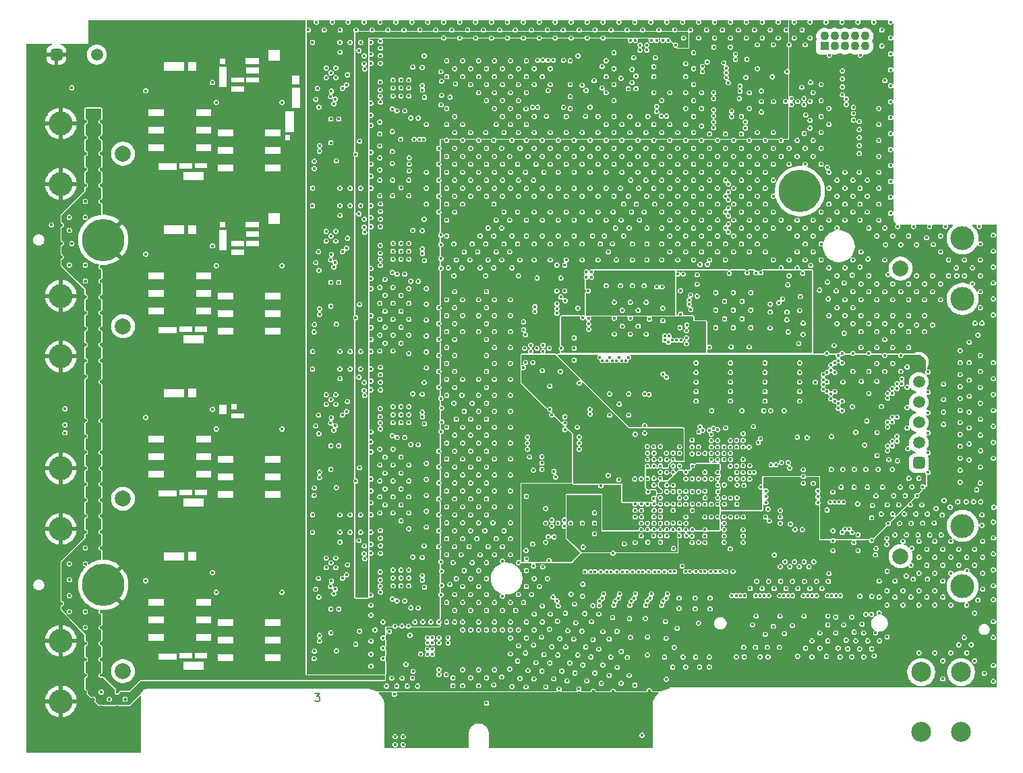
<source format=gbr>
%TF.GenerationSoftware,KiCad,Pcbnew,9.0.3*%
%TF.CreationDate,2025-08-04T19:38:51-04:00*%
%TF.ProjectId,Thunderscope_Rev5.1,5468756e-6465-4727-9363-6f70655f5265,rev?*%
%TF.SameCoordinates,Original*%
%TF.FileFunction,Copper,L3,Inr*%
%TF.FilePolarity,Positive*%
%FSLAX46Y46*%
G04 Gerber Fmt 4.6, Leading zero omitted, Abs format (unit mm)*
G04 Created by KiCad (PCBNEW 9.0.3) date 2025-08-04 19:38:51*
%MOMM*%
%LPD*%
G01*
G04 APERTURE LIST*
G04 Aperture macros list*
%AMRoundRect*
0 Rectangle with rounded corners*
0 $1 Rounding radius*
0 $2 $3 $4 $5 $6 $7 $8 $9 X,Y pos of 4 corners*
0 Add a 4 corners polygon primitive as box body*
4,1,4,$2,$3,$4,$5,$6,$7,$8,$9,$2,$3,0*
0 Add four circle primitives for the rounded corners*
1,1,$1+$1,$2,$3*
1,1,$1+$1,$4,$5*
1,1,$1+$1,$6,$7*
1,1,$1+$1,$8,$9*
0 Add four rect primitives between the rounded corners*
20,1,$1+$1,$2,$3,$4,$5,0*
20,1,$1+$1,$4,$5,$6,$7,0*
20,1,$1+$1,$6,$7,$8,$9,0*
20,1,$1+$1,$8,$9,$2,$3,0*%
G04 Aperture macros list end*
%ADD10C,0.200000*%
%TA.AperFunction,NonConductor*%
%ADD11C,0.200000*%
%TD*%
%TA.AperFunction,ComponentPad*%
%ADD12C,2.000000*%
%TD*%
%TA.AperFunction,ComponentPad*%
%ADD13C,3.000000*%
%TD*%
%TA.AperFunction,ComponentPad*%
%ADD14R,1.090000X1.090000*%
%TD*%
%TA.AperFunction,ComponentPad*%
%ADD15C,1.090000*%
%TD*%
%TA.AperFunction,ComponentPad*%
%ADD16C,2.500000*%
%TD*%
%TA.AperFunction,ComponentPad*%
%ADD17RoundRect,0.375000X-0.375000X-0.375000X0.375000X-0.375000X0.375000X0.375000X-0.375000X0.375000X0*%
%TD*%
%TA.AperFunction,ComponentPad*%
%ADD18C,1.500000*%
%TD*%
%TA.AperFunction,ComponentPad*%
%ADD19C,5.300000*%
%TD*%
%TA.AperFunction,ComponentPad*%
%ADD20RoundRect,0.375000X0.375000X-0.375000X0.375000X0.375000X-0.375000X0.375000X-0.375000X-0.375000X0*%
%TD*%
%TA.AperFunction,ViaPad*%
%ADD21C,0.406400*%
%TD*%
G04 APERTURE END LIST*
D10*
D11*
X123575530Y-142320819D02*
X124194577Y-142320819D01*
X124194577Y-142320819D02*
X123861244Y-142701771D01*
X123861244Y-142701771D02*
X124004101Y-142701771D01*
X124004101Y-142701771D02*
X124099339Y-142749390D01*
X124099339Y-142749390D02*
X124146958Y-142797009D01*
X124146958Y-142797009D02*
X124194577Y-142892247D01*
X124194577Y-142892247D02*
X124194577Y-143130342D01*
X124194577Y-143130342D02*
X124146958Y-143225580D01*
X124146958Y-143225580D02*
X124099339Y-143273200D01*
X124099339Y-143273200D02*
X124004101Y-143320819D01*
X124004101Y-143320819D02*
X123718387Y-143320819D01*
X123718387Y-143320819D02*
X123623149Y-143273200D01*
X123623149Y-143273200D02*
X123575530Y-143225580D01*
D12*
%TO.N,/CH3/BNC_IN*%
%TO.C,J1002_3*%
X99476095Y-117878600D03*
D13*
%TO.N,GND*%
X91676095Y-121678600D03*
X91676095Y-114078600D03*
%TD*%
D12*
%TO.N,/CH2/BNC_IN*%
%TO.C,J1002_2*%
X99476095Y-96228600D03*
D13*
%TO.N,GND*%
X91676095Y-100028600D03*
X91676095Y-92428600D03*
%TD*%
D12*
%TO.N,/CH4/BNC_IN*%
%TO.C,J1002_4*%
X99476095Y-139528600D03*
D13*
%TO.N,GND*%
X91676095Y-143328600D03*
X91676095Y-135728600D03*
%TD*%
D14*
%TO.N,GND*%
%TO.C,J3*%
X187561095Y-61088600D03*
D15*
X187561095Y-59818600D03*
%TO.N,/TS-PCIe Components/REFINOUT2*%
X188831095Y-61088600D03*
%TO.N,GND*%
X188831095Y-59818600D03*
X190101095Y-61088600D03*
X190101095Y-59818600D03*
%TO.N,/TS-PCIe Components/SYNC2*%
X191371095Y-61088600D03*
%TO.N,GND*%
X191371095Y-59818600D03*
X192641095Y-61088600D03*
X192641095Y-59818600D03*
%TD*%
D12*
%TO.N,/TS-USB4 Components/SYNC1*%
%TO.C,J2*%
X197101095Y-125103600D03*
D13*
%TO.N,GND*%
X204901095Y-121303600D03*
X204901095Y-128903600D03*
%TD*%
D12*
%TO.N,/CH1/BNC_IN*%
%TO.C,J1002_1*%
X99476095Y-74578600D03*
D13*
%TO.N,GND*%
X91676095Y-78378600D03*
X91676095Y-70778600D03*
%TD*%
D16*
%TO.N,GND*%
%TO.C,J11*%
X199701095Y-147153600D03*
X204701095Y-147153600D03*
X199701095Y-139653600D03*
X204701095Y-139653600D03*
%TD*%
D12*
%TO.N,/TS-USB4 Components/REFINOUT1*%
%TO.C,J1*%
X197101095Y-89003600D03*
D13*
%TO.N,GND*%
X204901095Y-85203600D03*
X204901095Y-92803600D03*
%TD*%
D17*
%TO.N,GND*%
%TO.C,J4*%
X91111095Y-62153600D03*
D18*
%TO.N,Net-(J4-Pad2)*%
X96191095Y-62153600D03*
%TD*%
D19*
%TO.N,GND*%
%TO.C,SO2*%
X97001095Y-85403600D03*
%TD*%
D20*
%TO.N,/FPGA/TMS*%
%TO.C,J5*%
X199401095Y-113403600D03*
D18*
%TO.N,/FPGA/TDI*%
X199401095Y-110863600D03*
%TO.N,/FPGA/TDO*%
X199401095Y-108323600D03*
%TO.N,/FPGA/TCK*%
X199401095Y-105783600D03*
%TO.N,GND*%
X199401095Y-103243600D03*
%TO.N,+3V3*%
X199401095Y-100703600D03*
%TD*%
D19*
%TO.N,GND*%
%TO.C,SO1*%
X184476095Y-79278600D03*
%TD*%
%TO.N,GND*%
%TO.C,SO3*%
X97001095Y-128703600D03*
%TD*%
D21*
%TO.N,/ADC/+1V8A*%
X157926095Y-92478600D03*
X167701095Y-89678600D03*
X167251095Y-94528600D03*
X157936658Y-93138081D03*
X168351095Y-89678600D03*
%TO.N,/ADC/+1V8D*%
X167255863Y-95544072D03*
X157926095Y-95283610D03*
X157936658Y-95943091D03*
%TO.N,/VCM*%
X137336695Y-108487379D03*
X137336695Y-128987379D03*
X137336695Y-87987379D03*
X137336695Y-67487379D03*
X160126095Y-91153600D03*
%TO.N,/FPGA/MGT_TX0_N*%
X166745943Y-127047870D03*
%TO.N,/FPGA/MGT_TX0_P*%
X166212543Y-127047870D03*
%TO.N,/FPGA/MGT_TX1_N*%
X164745943Y-127047870D03*
%TO.N,/FPGA/MGT_TX1_P*%
X164212543Y-127047870D03*
%TO.N,/FPGA/MGT_TX2_N*%
X162745943Y-127047870D03*
%TO.N,/FPGA/MGT_TX2_P*%
X162212543Y-127047870D03*
%TO.N,/FPGA/MGT_TX3_N*%
X160745943Y-127047870D03*
%TO.N,/FPGA/MGT_TX3_P*%
X160212543Y-127047870D03*
%TO.N,/Clock Generator/ADC_CLK_R_P*%
X170551844Y-92935280D03*
%TO.N,/Clock Generator/ADC_CLK_R_N*%
X170551844Y-93471900D03*
%TO.N,/ACQ and FE Voltage Regs/+5V_R_PGA*%
X134351095Y-72778600D03*
%TO.N,Net-(U18H-VCCADC_0)*%
X170154535Y-116963600D03*
%TO.N,Net-(U20-FB)*%
X180176095Y-120178600D03*
%TO.N,/CH4/OPA_OUT*%
X126576095Y-131728600D03*
X126276095Y-136978600D03*
%TO.N,/TRIM_1*%
X154796106Y-68753600D03*
X131801095Y-68103600D03*
%TO.N,/TRIM_2*%
X131801095Y-88603600D03*
X151546106Y-68753600D03*
%TO.N,/TRIM_3*%
X150896106Y-68753600D03*
X131801095Y-109103600D03*
%TO.N,/TRIM_4*%
X131801095Y-129603600D03*
X154796106Y-62853600D03*
%TO.N,/CH4/PGA_BIAS*%
X131776095Y-128078600D03*
%TO.N,+2V5*%
X150426095Y-102853600D03*
X151926095Y-102853600D03*
X167731339Y-113753600D03*
X164541095Y-113783600D03*
X168951095Y-109653600D03*
X166169426Y-110553600D03*
X152676095Y-102853600D03*
X166131095Y-117028600D03*
X151176095Y-102853600D03*
X169351095Y-112953600D03*
X163721095Y-111303600D03*
%TO.N,Net-(D1000_1-K)*%
X102333605Y-66677470D03*
%TO.N,/CH4/OUT_R_N*%
X137076095Y-128098600D03*
%TO.N,/CH4/OUT_R_P*%
X137055645Y-127525600D03*
%TO.N,/FPGA/TCK*%
X167771095Y-118547769D03*
%TO.N,/FPGA/TDI*%
X175771095Y-117798800D03*
%TO.N,/FPGA/TMS*%
X176541095Y-118573600D03*
%TO.N,/FPGA/TDO*%
X176571095Y-117773600D03*
%TO.N,AGND*%
X171751095Y-116978600D03*
X170951095Y-116978600D03*
%TO.N,+3V3*%
X172534779Y-111384431D03*
X181051095Y-109617350D03*
X178076095Y-112903600D03*
X157942015Y-103373600D03*
X166931095Y-116943600D03*
X174931095Y-113773600D03*
X194901095Y-121028600D03*
X187451095Y-122528600D03*
X164771095Y-103063600D03*
X180001095Y-110817350D03*
X171501095Y-106828600D03*
X174961095Y-115363600D03*
X194251095Y-121028600D03*
X180401094Y-109617350D03*
X175761095Y-116173600D03*
X174934779Y-110584431D03*
X176591095Y-109733600D03*
X167745388Y-115377893D03*
X178151095Y-106828600D03*
X166226095Y-108228600D03*
X177356802Y-118577893D03*
X174376095Y-106803600D03*
X180001095Y-110167350D03*
X182451095Y-109053600D03*
X183026095Y-109053600D03*
%TO.N,+1V8*%
X166957395Y-116103600D03*
X150126095Y-120078600D03*
X150676095Y-120478600D03*
X172551095Y-113753600D03*
X155551095Y-124378600D03*
X155551095Y-125028600D03*
X169334779Y-114584431D03*
X151326095Y-120478600D03*
X154901095Y-124378600D03*
X154901095Y-125028600D03*
X171751095Y-113753600D03*
X174141095Y-113763600D03*
X150126095Y-119428600D03*
%TO.N,+1V2_MGT*%
X156031076Y-117788599D03*
X158281076Y-117788599D03*
X160976095Y-123128600D03*
X156781076Y-117788599D03*
X165401095Y-124133600D03*
X163769426Y-122582416D03*
X167001095Y-124133601D03*
X157531076Y-117788599D03*
X168481095Y-122513600D03*
X168567411Y-123347769D03*
X160976095Y-122453600D03*
%TO.N,+1V0*%
X182001095Y-126403600D03*
X183201095Y-126403600D03*
X170951095Y-119353600D03*
X171751095Y-118578600D03*
X170151094Y-118578600D03*
X185601095Y-126403600D03*
X183801095Y-125803600D03*
X185001095Y-125803600D03*
X171751095Y-115378600D03*
X173351095Y-120163600D03*
X173351095Y-115378599D03*
X167751095Y-116175160D03*
X182601095Y-125803600D03*
X170151095Y-115378600D03*
X174161095Y-116143600D03*
X169351095Y-117778601D03*
X174171095Y-116993600D03*
X174951093Y-120163600D03*
X184401095Y-126403600D03*
X174951094Y-120963600D03*
X186201095Y-125803600D03*
X168571095Y-118553600D03*
X176551094Y-120163600D03*
X173351095Y-118578600D03*
X170160155Y-117767526D03*
X168551095Y-116978600D03*
%TO.N,+1V0_MGT*%
X166151095Y-120953600D03*
X166967411Y-120963600D03*
X167767411Y-120953600D03*
X165351095Y-120963600D03*
%TO.N,-5V*%
X126151095Y-108728600D03*
X127676095Y-64678600D03*
X123476095Y-137953600D03*
X173631093Y-71333619D03*
X125551095Y-87903600D03*
X125551095Y-67403600D03*
X126151095Y-129228600D03*
X123476095Y-96953600D03*
X125951095Y-109303600D03*
X127676095Y-126178600D03*
X126151095Y-67728600D03*
X123501095Y-76453600D03*
X127676095Y-105678600D03*
X126151095Y-88228600D03*
X173631093Y-69083619D03*
X125551095Y-128903600D03*
X123476095Y-117453600D03*
X125951095Y-129803600D03*
X125551095Y-108403600D03*
X125951095Y-68303600D03*
X173631093Y-69833619D03*
X167273617Y-60368598D03*
X125951095Y-88803600D03*
X167923617Y-60368598D03*
X127676095Y-85178600D03*
X173631093Y-70583619D03*
%TO.N,+VBIAS*%
X129826095Y-84428600D03*
X161991072Y-65113621D03*
X129826095Y-104928600D03*
X129826095Y-63928600D03*
X129826095Y-125428600D03*
%TO.N,+3V3_PGA*%
X137226095Y-72778600D03*
X135626095Y-90578600D03*
X159626095Y-66328600D03*
X135626095Y-111078600D03*
X135626095Y-70078600D03*
X135626095Y-131578600D03*
X159626095Y-63628600D03*
X136716105Y-72778600D03*
X93051095Y-66303600D03*
%TO.N,+1V8APLL*%
X179351095Y-98828600D03*
X178384472Y-89533786D03*
X177101095Y-98828600D03*
X177051095Y-89503600D03*
X174351095Y-89553600D03*
X171501095Y-94453600D03*
X171501095Y-93756043D03*
X174351095Y-98828600D03*
X171501095Y-95203600D03*
X185576095Y-97278600D03*
%TO.N,+5V3*%
X182851095Y-64283600D03*
X195151095Y-65403600D03*
X175741075Y-61193600D03*
%TO.N,-VBIAS*%
X129176095Y-67728600D03*
X129176095Y-88228600D03*
X169783618Y-60938598D03*
X129176095Y-129228600D03*
X129176095Y-108728600D03*
%TO.N,/Front End Trim and Bias/TRIM_SCL*%
X176534779Y-113773600D03*
%TO.N,/Front End Trim and Bias/TRIM_SCL_5V*%
X152846106Y-62853600D03*
X157126095Y-65978600D03*
%TO.N,/Front End Trim and Bias/TRIM_SDA*%
X178171095Y-113743600D03*
%TO.N,/Front End Trim and Bias/TRIM_SDA_5V*%
X152196106Y-62853600D03*
X157626095Y-66628600D03*
%TO.N,Net-(D1000_2-K)*%
X102333605Y-87177470D03*
%TO.N,Net-(D1000_3-K)*%
X102333605Y-107677470D03*
%TO.N,Net-(D1000_4-K)*%
X102333605Y-128177470D03*
%TO.N,/ADC/ADC_CSn*%
X155001095Y-93028600D03*
X177334779Y-110563600D03*
%TO.N,/ADC/ADC_RSTn*%
X156576095Y-93953600D03*
%TO.N,/ADC/ADC_PD*%
X157201095Y-95153600D03*
%TO.N,/FPGA/MGT_RX0_N*%
X174437048Y-127032880D03*
X167741095Y-122553600D03*
%TO.N,/FPGA/MGT_RX0_P*%
X167738595Y-121753600D03*
X173903648Y-127032880D03*
%TO.N,/FPGA/MGT_RX1_N*%
X164528595Y-122553600D03*
X172537048Y-127032880D03*
%TO.N,/FPGA/MGT_RX1_P*%
X172003648Y-127032880D03*
X164538595Y-121753600D03*
%TO.N,/FPGA/MGT_RX2_N*%
X170645943Y-127032880D03*
X166121095Y-122546100D03*
%TO.N,/FPGA/MGT_RX2_P*%
X170112543Y-127032880D03*
X166138595Y-121753600D03*
%TO.N,/FPGA/MGT_RX3_N*%
X168745943Y-127032880D03*
X169338595Y-122536100D03*
%TO.N,/FPGA/MGT_RX3_P*%
X169338595Y-121743600D03*
X168212543Y-127032880D03*
%TO.N,Net-(U7-RSTN)*%
X179551095Y-89528600D03*
%TO.N,/Clock Generator/PLL_RSTn*%
X196676095Y-110653600D03*
X174934779Y-112984431D03*
%TO.N,/FPGA/FPGA IO Banks/PLL_SCL*%
X181826095Y-93278600D03*
X195476095Y-111853600D03*
X176541295Y-114577600D03*
%TO.N,/FPGA/FPGA IO Banks/PLL_SDA*%
X182301095Y-92828600D03*
X176561095Y-115373600D03*
X196076095Y-111253600D03*
%TO.N,+1V8_ACQ*%
X171626095Y-98428600D03*
X172326095Y-98428600D03*
X156336084Y-97078600D03*
X156336084Y-96478600D03*
X155031076Y-95838599D03*
X155631076Y-95838599D03*
X170926095Y-98428600D03*
%TO.N,/Clock Generator/AC0*%
X180751095Y-93453600D03*
%TO.N,/Clock Generator/TEST*%
X180751095Y-94453600D03*
%TO.N,Net-(U18D-INIT_B_0)*%
X176599138Y-116165557D03*
%TO.N,Net-(U18D-PROGRAM_B_0)*%
X174967395Y-116156004D03*
%TO.N,/TERM_1*%
X175501095Y-80378600D03*
X173334779Y-112984431D03*
%TO.N,/TERM_2*%
X175501095Y-84403600D03*
X171731095Y-112201200D03*
%TO.N,/TERM_3*%
X171789883Y-109509900D03*
%TO.N,/TERM_4*%
X178719557Y-114578838D03*
%TO.N,/ATTEN_1*%
X175501095Y-79378600D03*
X174134779Y-110584431D03*
%TO.N,/ATTEN_2*%
X175501095Y-82403600D03*
X173334779Y-111384431D03*
%TO.N,/ATTEN_3*%
X172273578Y-109285050D03*
%TO.N,/ATTEN_4*%
X178171095Y-115413600D03*
%TO.N,/PGA_CSn_1*%
X133301095Y-68963600D03*
X174934779Y-111384431D03*
X195476095Y-105253600D03*
%TO.N,/PGA_CSn_2*%
X133301095Y-89463600D03*
X173334779Y-110584431D03*
X175501095Y-81403600D03*
%TO.N,/PGA_CSn_3*%
X175734779Y-110584431D03*
X133301095Y-109963600D03*
%TO.N,/PGA_CSn_4*%
X177371095Y-115383600D03*
X133301095Y-130463600D03*
%TO.N,/CH4/BUF_R_BIAS*%
X125649385Y-128226890D03*
%TO.N,/DC_CPL_1*%
X175501095Y-78378600D03*
X125576095Y-73203600D03*
X174134779Y-111384431D03*
%TO.N,/DC_CPL_2*%
X173334779Y-112184431D03*
X125576095Y-93703600D03*
X175501095Y-83403600D03*
%TO.N,/DC_CPL_3*%
X174144695Y-109200212D03*
X125576095Y-114203600D03*
%TO.N,/DC_CPL_4*%
X125576095Y-134703600D03*
X178151183Y-114585200D03*
%TO.N,/ADC/ADC_SDATA*%
X153951095Y-94053600D03*
X175734779Y-111384431D03*
%TO.N,/ADC/ADC_SCLK*%
X177331095Y-111383600D03*
X153951095Y-94608403D03*
%TO.N,GND*%
X150266100Y-110153599D03*
X206126095Y-90903600D03*
X133626095Y-133878600D03*
X140126095Y-120903600D03*
X166951095Y-117763600D03*
X171301095Y-130353600D03*
X113081095Y-75266100D03*
X106961095Y-131603600D03*
X192126095Y-86903600D03*
X170126095Y-68903600D03*
X195391095Y-122873600D03*
X156726095Y-141753600D03*
X166932764Y-121753600D03*
X126715705Y-140403600D03*
X152556076Y-123343599D03*
X188126095Y-80903600D03*
X99751096Y-79553600D03*
X162911073Y-66428600D03*
X122031095Y-122103590D03*
X101451095Y-69753590D03*
X144126095Y-76903600D03*
X89751095Y-83253600D03*
X148326095Y-88903600D03*
X144926095Y-121903600D03*
X164401070Y-60943600D03*
X205126095Y-89903600D03*
X185976095Y-137728600D03*
X146126095Y-116903600D03*
X108886115Y-128471700D03*
X192126095Y-90903600D03*
X90251095Y-105553600D03*
X130615705Y-118403600D03*
X96751095Y-124053600D03*
X155751074Y-60053600D03*
X131126095Y-134353600D03*
X108876105Y-95438610D03*
X108091095Y-135328600D03*
X170151095Y-114553600D03*
X179126095Y-75903600D03*
X134376095Y-120653600D03*
X139501095Y-67253600D03*
X145126095Y-117903600D03*
X144326095Y-88903600D03*
X89751095Y-133053600D03*
X158126095Y-68728600D03*
X106751050Y-59053600D03*
X158626095Y-65403600D03*
X207126095Y-115903600D03*
X193026095Y-87803600D03*
X163126095Y-71903600D03*
X117326105Y-110553590D03*
X91751096Y-85853620D03*
X92751096Y-94553600D03*
X123511105Y-116518600D03*
X116801095Y-103033600D03*
X159426095Y-85903600D03*
X156126095Y-84903600D03*
X146751070Y-59053600D03*
X177201095Y-106828600D03*
X138126095Y-133353600D03*
X152076095Y-114203600D03*
X174134779Y-112184431D03*
X104376105Y-136428600D03*
X194376095Y-70903600D03*
X98751096Y-98553600D03*
X108091095Y-73828600D03*
X102749095Y-104603600D03*
X131801095Y-124728600D03*
X99751096Y-143053600D03*
X165248619Y-60943598D03*
X153076095Y-138503600D03*
X141126095Y-99903600D03*
X200413413Y-124229630D03*
X142126095Y-141353600D03*
X92401095Y-64753600D03*
X108781095Y-81103590D03*
X89501095Y-115053600D03*
X92751095Y-126053600D03*
X208751095Y-126803600D03*
X147326095Y-121903600D03*
X180552598Y-130051806D03*
X91751095Y-75753600D03*
X137051095Y-104753600D03*
X134376095Y-86828600D03*
X202501095Y-103503600D03*
X158526095Y-142053600D03*
X166921095Y-122549707D03*
X186126095Y-72903600D03*
X122001095Y-131028600D03*
X148126095Y-78903600D03*
X142126095Y-72903600D03*
X150776095Y-129903600D03*
X194026095Y-117528600D03*
X125001095Y-63828590D03*
X202126095Y-86903600D03*
X126713695Y-101598380D03*
X133376095Y-111653600D03*
X90512500Y-87292196D03*
X184426095Y-94253600D03*
X100401095Y-136703600D03*
X139151096Y-135978600D03*
X97751046Y-58053600D03*
X168863629Y-60938598D03*
X106961095Y-87603600D03*
X146126095Y-133353600D03*
X153291095Y-107353600D03*
X94751095Y-120053600D03*
X104051095Y-140403600D03*
X99751095Y-103053600D03*
X112921095Y-83953600D03*
X92751095Y-140053600D03*
X123283705Y-99398390D03*
X196126095Y-84903600D03*
X120141005Y-126853600D03*
X139151096Y-135328600D03*
X120783695Y-78898390D03*
X166473619Y-60368598D03*
X182476095Y-106828600D03*
X115621095Y-91163600D03*
X111581085Y-77466100D03*
X133286485Y-71803600D03*
X159344387Y-100127183D03*
X123511105Y-96018600D03*
X147026095Y-73903600D03*
X169126095Y-79903600D03*
X159926095Y-84903600D03*
X166126095Y-66903600D03*
X173101095Y-137753600D03*
X99751095Y-99403600D03*
X89751095Y-89553600D03*
X171376095Y-127032880D03*
X140126095Y-64903600D03*
X116871095Y-85253600D03*
X130611095Y-90253590D03*
X145326095Y-83903600D03*
X179126095Y-77903600D03*
X160926095Y-85880615D03*
X145126095Y-65903600D03*
X188126095Y-88903600D03*
X89751095Y-125053600D03*
X182126095Y-74903600D03*
X108901095Y-82348602D03*
X173267200Y-127032880D03*
X135651095Y-148753600D03*
X163767411Y-118547769D03*
X208751095Y-140803600D03*
X151026095Y-77903600D03*
X120781095Y-122103590D03*
X207126095Y-87903600D03*
X102826105Y-77378600D03*
X133376095Y-117653600D03*
X92751096Y-96553600D03*
X120141005Y-84603600D03*
X137576095Y-99453600D03*
X153501095Y-62853600D03*
X190126095Y-82903600D03*
X117581125Y-77466100D03*
X163169145Y-95228600D03*
X157176095Y-130103600D03*
X117501095Y-93353600D03*
X109726095Y-103103382D03*
X91751095Y-87553600D03*
X124026095Y-127878610D03*
X178126095Y-68903600D03*
X161126095Y-69903600D03*
X96751096Y-96553600D03*
X123281105Y-101603590D03*
X121426095Y-82803600D03*
X129313695Y-81098380D03*
X99751095Y-121053600D03*
X106401095Y-103098380D03*
X133286485Y-74303600D03*
X160726095Y-137753600D03*
X187909592Y-130051806D03*
X199148682Y-117503600D03*
X89501095Y-69803600D03*
X119071095Y-105753600D03*
X117283705Y-78898390D03*
X191126095Y-87903600D03*
X153331076Y-120578599D03*
X173101095Y-139003600D03*
X144326095Y-124903600D03*
X129101105Y-102628590D03*
X206826095Y-97353600D03*
X131726095Y-75103600D03*
X142326095Y-126903600D03*
X200126095Y-90903600D03*
X115416105Y-128733600D03*
X113081095Y-134541100D03*
X188126095Y-94903600D03*
X99751095Y-123053600D03*
X126715705Y-78903600D03*
X140126095Y-114903600D03*
X106961095Y-110103600D03*
X182126095Y-88903600D03*
X91751095Y-95553600D03*
X170176095Y-120963600D03*
X116031095Y-60603590D03*
X102736145Y-85628600D03*
X193476095Y-120278600D03*
X114581105Y-116266100D03*
X104376105Y-70503600D03*
X172126095Y-82903600D03*
X150126095Y-126903600D03*
X133376095Y-97353600D03*
X96751096Y-76553600D03*
X100751098Y-144053600D03*
X172551096Y-118578600D03*
X164401070Y-61593600D03*
X124151095Y-114553600D03*
X159226095Y-136753600D03*
X106961095Y-70103600D03*
X119071095Y-104543600D03*
X206413413Y-132229630D03*
X131726095Y-76603600D03*
X185751089Y-60053600D03*
X107401095Y-62483600D03*
X199413413Y-129429630D03*
X151126095Y-132353600D03*
X124151095Y-74253600D03*
X106651105Y-94303600D03*
X112621095Y-62043600D03*
X180091095Y-100828600D03*
X148126095Y-98903600D03*
X104376105Y-134203600D03*
X170951095Y-118553600D03*
X115216095Y-61458610D03*
X170126095Y-66903600D03*
X105876115Y-134203600D03*
X125001095Y-84328590D03*
X192276095Y-133628600D03*
X153006076Y-99003599D03*
X174151095Y-115378600D03*
X154126095Y-78903600D03*
X165126095Y-73903600D03*
X192026095Y-82903600D03*
X177358597Y-120176100D03*
X107521095Y-66253600D03*
X98751095Y-114053600D03*
X136551095Y-90604200D03*
X121426095Y-62303600D03*
X105876115Y-113703600D03*
X164126095Y-72903600D03*
X119106095Y-112091100D03*
X191051095Y-106328600D03*
X201413413Y-123229630D03*
X174138595Y-117766100D03*
X147126095Y-67903600D03*
X98751096Y-76553600D03*
X105101095Y-139477480D03*
X171126095Y-79903600D03*
X208751095Y-86803600D03*
X104376105Y-91003600D03*
X184126095Y-82903600D03*
X188126095Y-82903600D03*
X109751052Y-58053600D03*
X105876115Y-91003600D03*
X109116025Y-126578600D03*
X113891095Y-126213600D03*
X134376095Y-116653600D03*
X194126095Y-98903600D03*
X149126095Y-89903600D03*
X96751095Y-136053600D03*
X132376095Y-114653600D03*
X91751095Y-140653600D03*
X194751094Y-61053600D03*
X136751065Y-59053600D03*
X120783695Y-140398390D03*
X107401095Y-82983600D03*
X120141085Y-76291100D03*
X151026095Y-145653600D03*
X148126095Y-106903600D03*
X179126095Y-71903600D03*
X152126095Y-72903600D03*
X110176095Y-63603600D03*
X120651095Y-95378600D03*
X168676095Y-136553600D03*
X191751093Y-58053600D03*
X88751095Y-98553600D03*
X128013695Y-101598380D03*
X88751095Y-96553600D03*
X143026095Y-87903600D03*
X180126095Y-86903600D03*
X146326095Y-122903600D03*
X117971095Y-104543600D03*
X147126095Y-63903600D03*
X161326095Y-83903600D03*
X156751075Y-59053600D03*
X106651105Y-92078600D03*
X91751095Y-67753600D03*
X164326095Y-82903600D03*
X110033695Y-119898390D03*
X147026095Y-83903600D03*
X137701095Y-137428600D03*
X120651095Y-74878600D03*
X145126095Y-79903600D03*
X124151095Y-94753600D03*
X94751096Y-82553600D03*
X94751095Y-116053600D03*
X116081115Y-138966100D03*
X126726095Y-123328600D03*
X155576095Y-138503600D03*
X141126095Y-97903600D03*
X207626095Y-139803600D03*
X106961095Y-129603600D03*
X133926095Y-143553600D03*
X131726095Y-111653600D03*
X187126095Y-73903600D03*
X97751096Y-91553600D03*
X87751095Y-81753600D03*
X208753000Y-133303600D03*
X114783695Y-99398390D03*
X171126095Y-73903600D03*
X149026095Y-85903600D03*
X147126095Y-130103600D03*
X188126095Y-78903600D03*
X98751045Y-61053601D03*
X98751095Y-110053600D03*
X130611095Y-132503600D03*
X100023887Y-69853600D03*
X191926095Y-76903600D03*
X175761095Y-102028600D03*
X95751099Y-149053600D03*
X94751095Y-138053600D03*
X120141005Y-103853600D03*
X92751095Y-138053600D03*
X201413413Y-131229630D03*
X109201095Y-84103600D03*
X94751096Y-70553600D03*
X146026095Y-72903600D03*
X130611095Y-71003600D03*
X105151095Y-114803600D03*
X133376095Y-65328600D03*
X170126095Y-70903600D03*
X185126095Y-60903600D03*
X152326095Y-76903600D03*
X120141005Y-123103600D03*
X127551095Y-65928600D03*
X149126095Y-71903600D03*
X142126095Y-96903600D03*
X200551095Y-109603600D03*
X170126095Y-64903600D03*
X145751070Y-58053600D03*
X133751064Y-58053600D03*
X148126095Y-108903600D03*
X102736145Y-106128600D03*
X139401095Y-68453600D03*
X135815705Y-140403600D03*
X165361095Y-121763600D03*
X123501095Y-75528600D03*
X162976095Y-107398600D03*
X98251095Y-64253600D03*
X132926095Y-134553600D03*
X114606095Y-62068610D03*
X91751095Y-119053600D03*
X91751095Y-83553600D03*
X160576095Y-104728600D03*
X184826095Y-89603600D03*
X119106095Y-91591100D03*
X130615705Y-119903600D03*
X178126095Y-74903600D03*
X140051095Y-139953600D03*
X155626095Y-65903600D03*
X155126095Y-81903600D03*
X129758245Y-104285730D03*
X154126095Y-72903600D03*
X184431095Y-103228600D03*
X152326095Y-137453600D03*
X193476095Y-123103600D03*
X140901095Y-147753600D03*
X118596065Y-72841100D03*
X197276095Y-102853600D03*
X151126095Y-63903600D03*
X195851095Y-62053600D03*
X192476095Y-134728600D03*
X174921095Y-63178600D03*
X141126095Y-111903600D03*
X104331115Y-85616100D03*
X169126095Y-77903600D03*
X137051095Y-125253600D03*
X151751073Y-58053600D03*
X161126095Y-71903600D03*
X116801095Y-62033600D03*
X156326095Y-133453600D03*
X196076095Y-110653600D03*
X172226095Y-63618600D03*
X163611095Y-62513600D03*
X135376095Y-127828600D03*
X139126095Y-75903600D03*
X201413413Y-127229630D03*
X184751089Y-59053600D03*
X90751095Y-138053600D03*
X87751095Y-129703600D03*
X119466096Y-127286101D03*
X131726095Y-113653600D03*
X160526095Y-135503600D03*
X102749095Y-84103600D03*
X164126095Y-74903600D03*
X177126095Y-73903600D03*
X135376095Y-79853600D03*
X192026095Y-78903600D03*
X104049095Y-62098380D03*
X176126095Y-76903600D03*
X187879295Y-102028924D03*
X91751095Y-65753600D03*
X132126095Y-135353600D03*
X195126095Y-99903600D03*
X89551095Y-61753600D03*
X108901095Y-82988602D03*
X101451095Y-149053600D03*
X119071095Y-84043600D03*
X89501095Y-77753600D03*
X194376095Y-82903600D03*
X117516094Y-65781099D03*
X101475276Y-147048212D03*
X88751095Y-94553600D03*
X152126095Y-84903600D03*
X207126095Y-107903600D03*
X147326095Y-81903600D03*
X182526095Y-134803600D03*
X155326095Y-134453600D03*
X144126095Y-102903600D03*
X112921095Y-104453600D03*
X189126095Y-95903600D03*
X189126095Y-89903600D03*
X187976095Y-135728600D03*
X189026095Y-91803600D03*
X134376095Y-98353600D03*
X115986125Y-134028610D03*
X201126095Y-91903600D03*
X90751095Y-88553600D03*
X187126095Y-65903600D03*
X90751095Y-140053600D03*
X182751088Y-59053600D03*
X148126095Y-68903600D03*
X194376095Y-80903600D03*
X183526095Y-133803600D03*
X154751074Y-59053600D03*
X146126095Y-108903600D03*
X90751095Y-145653600D03*
X191276095Y-116428600D03*
X161776095Y-106013600D03*
X198526095Y-124103600D03*
X105951085Y-77977480D03*
X172541095Y-123373601D03*
X163126095Y-73903600D03*
X167476095Y-127047870D03*
X110176095Y-84103600D03*
X131776095Y-87853600D03*
X192026095Y-88803600D03*
X93751095Y-144653600D03*
X160555777Y-100127183D03*
X130615705Y-135753600D03*
X107521095Y-85591100D03*
X115081095Y-107073600D03*
X174941095Y-123353600D03*
X163226095Y-77903600D03*
X98751095Y-106053600D03*
X111581085Y-118466100D03*
X88751095Y-104553600D03*
X104051095Y-78903600D03*
X196076095Y-114203600D03*
X208751095Y-128803600D03*
X135376095Y-65328600D03*
X111581085Y-136766100D03*
X105349095Y-82598380D03*
X132376095Y-112653600D03*
X187226095Y-129153600D03*
X101451095Y-138903600D03*
X120783695Y-99398390D03*
X175126095Y-75903600D03*
X137576095Y-115453600D03*
X119091095Y-88103600D03*
X185126095Y-83903600D03*
X161626095Y-143378600D03*
X207326095Y-119903600D03*
X130613695Y-122098380D03*
X175901095Y-69903600D03*
X108781095Y-60603590D03*
X162126095Y-70903600D03*
X166483597Y-68638600D03*
X191126095Y-95903600D03*
X153126095Y-81903600D03*
X87751095Y-69753600D03*
X103551095Y-76253600D03*
X167126095Y-77903600D03*
X156026095Y-144503600D03*
X123676095Y-108753600D03*
X111281105Y-101603590D03*
X112621095Y-103043600D03*
X188626095Y-123153600D03*
X116871095Y-104543600D03*
X89751095Y-79553600D03*
X199308587Y-122429630D03*
X104376105Y-74928600D03*
X140901095Y-143353600D03*
X113081095Y-73041100D03*
X172126095Y-66903600D03*
X187126095Y-83903600D03*
X180191100Y-118392349D03*
X106651105Y-73803600D03*
X106201095Y-127753600D03*
X199887515Y-120954234D03*
X120141005Y-106353600D03*
X131801095Y-81828600D03*
X197951095Y-103888600D03*
X165169145Y-93228600D03*
X113741095Y-103733600D03*
X112621095Y-82543600D03*
X87751095Y-67753600D03*
X185826095Y-88603600D03*
X143126095Y-65903600D03*
X108751051Y-59053600D03*
X208751095Y-84803600D03*
X204576095Y-108303600D03*
X102749095Y-60598380D03*
X109201095Y-104603600D03*
X188976095Y-134728600D03*
X106651105Y-133078600D03*
X142751068Y-59053600D03*
X102826105Y-138878600D03*
X203413413Y-123229630D03*
X190026095Y-90803600D03*
X105876115Y-95428600D03*
X208751095Y-104803600D03*
X140126095Y-116903600D03*
X110121095Y-134213600D03*
X141126095Y-79903600D03*
X87751095Y-73753600D03*
X145126095Y-101903600D03*
X111401095Y-82543600D03*
X99751096Y-91553600D03*
X97751096Y-97553600D03*
X106401095Y-123598380D03*
X110121095Y-113713600D03*
X186976095Y-134728600D03*
X155626095Y-67403600D03*
X96751096Y-98553600D03*
X155026095Y-132253600D03*
X158681076Y-119628599D03*
X140301096Y-135978600D03*
X116801095Y-82533600D03*
X207126095Y-89903600D03*
X162169145Y-96228600D03*
X111151095Y-127703600D03*
X141126095Y-95903600D03*
X188626095Y-121903600D03*
X125601095Y-105428590D03*
X175761095Y-105628600D03*
X131726095Y-77903600D03*
X122031095Y-60603590D03*
X109701095Y-132003600D03*
X135376095Y-126828600D03*
X92751095Y-130053600D03*
X184851095Y-97253600D03*
X147126095Y-79903600D03*
X114606095Y-82568610D03*
X137051095Y-63753600D03*
X140126095Y-102903600D03*
X183751088Y-60053600D03*
X191726095Y-118528600D03*
X180091095Y-104428600D03*
X96751095Y-116053600D03*
X90751095Y-124053600D03*
X184126095Y-84903600D03*
X138351095Y-135328600D03*
X130615705Y-97903600D03*
X170163595Y-120166100D03*
X163401071Y-64003600D03*
X139126095Y-95903600D03*
X101451095Y-110753590D03*
X169126095Y-71903600D03*
X177126095Y-72103600D03*
X141751068Y-58053600D03*
X160126095Y-62903600D03*
X150901095Y-123578600D03*
X189126095Y-77903600D03*
X199126095Y-96078600D03*
X96751096Y-100553600D03*
X184126095Y-86903600D03*
X145701095Y-148753600D03*
X192011095Y-130103600D03*
X114581105Y-136766100D03*
X94751095Y-132053600D03*
X128013695Y-122098380D03*
X134376095Y-118653600D03*
X139381665Y-85987320D03*
X142126095Y-74903600D03*
X130615705Y-78903600D03*
X134501095Y-133878600D03*
X162126095Y-74903600D03*
X154026095Y-147053600D03*
X184431095Y-100828600D03*
X155126095Y-75903600D03*
X98751095Y-104053600D03*
X144126095Y-64903600D03*
X175126095Y-72103600D03*
X91751095Y-133053600D03*
X175751084Y-60053600D03*
X111401095Y-103043600D03*
X159476095Y-127047870D03*
X105926085Y-65103600D03*
X141126095Y-63903600D03*
X95701095Y-66953600D03*
X117283705Y-119898390D03*
X189801095Y-65178600D03*
X161726095Y-115503600D03*
X146126095Y-104903600D03*
X176956072Y-66093599D03*
X110031095Y-60603590D03*
X101449095Y-125098380D03*
X139381665Y-84787320D03*
X191976095Y-136728600D03*
X204576095Y-115803600D03*
X134376095Y-108328600D03*
X109551095Y-129603600D03*
X166963971Y-119363600D03*
X168126095Y-80903600D03*
X158681076Y-120953599D03*
X188829295Y-100832599D03*
X133865705Y-141403600D03*
X111151095Y-84103600D03*
X90512500Y-130592196D03*
X135376095Y-128828600D03*
X136401095Y-147753600D03*
X88751095Y-76753600D03*
X142126095Y-112903600D03*
X120781095Y-81103590D03*
X168751081Y-59053600D03*
X117971095Y-63543600D03*
X169751082Y-58053600D03*
X184326095Y-98399601D03*
X137576095Y-101453600D03*
X144126095Y-94903600D03*
X139126095Y-77903600D03*
X197571269Y-119803600D03*
X148026095Y-143003600D03*
X175167200Y-127032880D03*
X148126095Y-94903600D03*
X104049095Y-104603600D03*
X115216095Y-102458610D03*
X129776105Y-62303590D03*
X142126095Y-116903600D03*
X157951095Y-96603600D03*
X109881096Y-108213600D03*
X194851095Y-116428600D03*
X173201095Y-131703600D03*
X163426095Y-87903600D03*
X173751084Y-58053600D03*
X111201095Y-87713600D03*
X194151095Y-112478600D03*
X119176095Y-75253600D03*
X111751053Y-58053600D03*
X102876095Y-95428600D03*
X163836118Y-129837363D03*
X146326095Y-82903600D03*
X148776095Y-131903600D03*
X92751096Y-82553600D03*
X114751054Y-59053600D03*
X135376095Y-115653600D03*
X173908095Y-96403590D03*
X135326095Y-133878600D03*
X196676095Y-103453600D03*
X156176095Y-148453600D03*
X208751095Y-100803600D03*
X101451095Y-89003590D03*
X153126095Y-75903600D03*
X130613695Y-123598380D03*
X170776095Y-94128600D03*
X169524208Y-98003600D03*
X136126095Y-133353600D03*
X122001105Y-71913610D03*
X98601095Y-67753600D03*
X112751053Y-59053600D03*
X144126095Y-72903600D03*
X115416105Y-87733600D03*
X188976095Y-132728600D03*
X90751095Y-80553600D03*
X170226095Y-98428600D03*
X201413413Y-125229630D03*
X187926095Y-90703600D03*
X90751095Y-102553600D03*
X197078508Y-116420227D03*
X142126095Y-64903600D03*
X197701095Y-117503600D03*
X151126095Y-134353600D03*
X150076095Y-141503600D03*
X101449095Y-122098380D03*
X155726095Y-129853600D03*
X145126095Y-131903600D03*
X199413413Y-131229630D03*
X102751095Y-119903600D03*
X175008045Y-93103590D03*
X129776105Y-103303590D03*
X89751095Y-101553600D03*
X92751095Y-124053600D03*
X89751095Y-87553600D03*
X181126095Y-73903600D03*
X177126095Y-83903600D03*
X191476095Y-109528600D03*
X198126095Y-84903600D03*
X163926095Y-80903600D03*
X167676095Y-135403600D03*
X176476095Y-137731100D03*
X194413413Y-132229630D03*
X171126095Y-69903600D03*
X116801095Y-128733600D03*
X102876095Y-93203600D03*
X110176095Y-104603600D03*
X143126095Y-113903600D03*
X135376095Y-86828600D03*
X143126095Y-107903600D03*
X181909592Y-130053600D03*
X119091115Y-131059200D03*
X189126095Y-79903600D03*
X195476095Y-111253600D03*
X139381665Y-64287320D03*
X192751095Y-114203600D03*
X154951095Y-109203600D03*
X128751061Y-59053600D03*
X110601095Y-96803600D03*
X149731095Y-101423600D03*
X187879295Y-103228276D03*
X142126095Y-94903600D03*
X168601095Y-124133601D03*
X112921095Y-63453600D03*
X162051095Y-137053600D03*
X131726095Y-115653600D03*
X180126095Y-134903600D03*
X173401095Y-106828600D03*
X94751095Y-126053600D03*
X139126095Y-111903600D03*
X147126095Y-125703600D03*
X157526095Y-143053600D03*
X122001095Y-90028600D03*
X173126095Y-83903600D03*
X178126095Y-78903600D03*
X141126095Y-129903600D03*
X174126095Y-76903600D03*
X117321095Y-70553600D03*
X96751096Y-74553600D03*
X175231072Y-64418599D03*
X172551095Y-115378600D03*
X188151095Y-62203600D03*
X171431095Y-105628600D03*
X131726095Y-93353600D03*
X105876115Y-136428600D03*
X190976095Y-137728600D03*
X172126095Y-68903600D03*
X143126095Y-77903600D03*
X94751096Y-74553600D03*
X157482391Y-127047870D03*
X196413413Y-130229630D03*
X146126095Y-134353600D03*
X200551095Y-112138600D03*
X180091095Y-105628600D03*
X174991095Y-118553600D03*
X172126095Y-78903600D03*
X165126095Y-75903600D03*
X105951085Y-118977480D03*
X207126095Y-91903600D03*
X141126095Y-121903600D03*
X183751089Y-58053600D03*
X169126095Y-83903600D03*
X129315705Y-140403600D03*
X87751095Y-95553600D03*
X139126095Y-123903600D03*
X102876095Y-134203600D03*
X94751096Y-88553600D03*
X116191095Y-61423600D03*
X129776105Y-123803590D03*
X191476095Y-135728600D03*
X130613695Y-104228600D03*
X107751051Y-58053600D03*
X179490228Y-137731100D03*
X127026095Y-107378600D03*
X97751098Y-145053600D03*
X179126095Y-73903600D03*
X152126095Y-74903600D03*
X87751095Y-149503600D03*
X186552598Y-130053600D03*
X126726095Y-102828600D03*
X149076095Y-142503600D03*
X135876095Y-125203600D03*
X110376095Y-136428600D03*
X168126095Y-84903600D03*
X146026095Y-84903600D03*
X140126095Y-92903600D03*
X158681076Y-122278599D03*
X184901095Y-115092350D03*
X96751095Y-112053600D03*
X104251095Y-139477480D03*
X155681095Y-120953600D03*
X104049095Y-103098380D03*
X109116025Y-106078600D03*
X105349095Y-103098380D03*
X159126095Y-69903600D03*
X164126095Y-76903600D03*
X202126095Y-90903600D03*
X183126095Y-87903600D03*
X197951095Y-101348600D03*
X150026095Y-137253600D03*
X159726095Y-138753600D03*
X169126095Y-85903600D03*
X157126095Y-79903600D03*
X108783695Y-99398390D03*
X176108045Y-94203590D03*
X89501095Y-135053600D03*
X194376095Y-78903600D03*
X137576095Y-95453600D03*
X91751095Y-105553600D03*
X114606095Y-103068610D03*
X151651095Y-148753600D03*
X207176095Y-111853600D03*
X165126095Y-77903600D03*
X135376095Y-87828600D03*
X112011095Y-102433600D03*
X111581085Y-73041100D03*
X137576095Y-117453600D03*
X133376095Y-126828600D03*
X167126095Y-75903600D03*
X195544754Y-121004115D03*
X196701095Y-113124601D03*
X116081115Y-116266100D03*
X184901095Y-115942350D03*
X169476095Y-91753600D03*
X144126095Y-134353600D03*
X108301105Y-131578600D03*
X111581085Y-114041100D03*
X87751095Y-147053600D03*
X137751066Y-58053600D03*
X134376095Y-78853600D03*
X184526095Y-92503600D03*
X104051095Y-119903600D03*
X127551095Y-106928600D03*
X134376095Y-65328600D03*
X144126095Y-145653600D03*
X133326095Y-79853600D03*
X131801095Y-104228600D03*
X158101095Y-106678600D03*
X97751095Y-135053600D03*
X151076095Y-140503600D03*
X154576095Y-139503600D03*
X88751095Y-92553600D03*
X144126095Y-143353600D03*
X182651095Y-68028600D03*
X192126095Y-92903600D03*
X90751095Y-66553600D03*
X158026095Y-147053600D03*
X144751069Y-59053600D03*
X196126095Y-94903600D03*
X199901095Y-116386973D03*
X135376095Y-95353600D03*
X171126095Y-85903600D03*
X124151095Y-115253600D03*
X172226095Y-64268600D03*
X179126095Y-63903600D03*
X163116072Y-131269837D03*
X146126095Y-64903600D03*
X185726095Y-129153600D03*
X116801095Y-67233600D03*
X189651095Y-116428600D03*
X195851095Y-58053600D03*
X148126095Y-110903600D03*
X156076095Y-135503600D03*
X110031095Y-81103590D03*
X156026095Y-143053600D03*
X111151095Y-107203600D03*
X90751095Y-73053600D03*
X160126095Y-76903600D03*
X154101095Y-120953600D03*
X165576095Y-95353600D03*
X160026095Y-147053600D03*
X148126095Y-64903600D03*
X192601095Y-111153600D03*
X133215705Y-140403600D03*
X160626095Y-144378600D03*
X160126095Y-74903600D03*
X178308095Y-94203590D03*
X175126095Y-85903600D03*
X130613695Y-83728600D03*
X92751096Y-68553600D03*
X194126095Y-100903600D03*
X208751095Y-108803600D03*
X137576095Y-119453600D03*
X130611095Y-130003580D03*
X176956072Y-66743599D03*
X171751083Y-58053600D03*
X99751045Y-62053601D03*
X87749134Y-132256334D03*
X89401095Y-143053600D03*
X101449095Y-106098380D03*
X165276095Y-83903600D03*
X105151095Y-135303600D03*
X125001095Y-106028590D03*
X146026095Y-88903600D03*
X116816115Y-109777300D03*
X88751095Y-100553600D03*
X171431095Y-102028600D03*
X153126095Y-73903600D03*
X208751095Y-112803600D03*
X115621095Y-70663600D03*
X119176095Y-138966100D03*
X162751078Y-59053600D03*
X139151095Y-139343600D03*
X98751096Y-90553600D03*
X87751095Y-79753600D03*
X203413413Y-127229630D03*
X204576095Y-103803600D03*
X142326095Y-106903600D03*
X125601095Y-125928590D03*
X89751095Y-111053600D03*
X108901095Y-123988602D03*
X195851095Y-64053600D03*
X97651095Y-67853600D03*
X143326095Y-105903600D03*
X160026095Y-145653600D03*
X150126095Y-62903600D03*
X149026095Y-147053600D03*
X145126095Y-103903600D03*
X108886115Y-66971700D03*
X114581105Y-93541100D03*
X157126095Y-85903600D03*
X104049095Y-122098380D03*
X119176095Y-97966100D03*
X162926095Y-79903600D03*
X112621095Y-123543600D03*
X113891095Y-64713600D03*
X94751095Y-122053600D03*
X157126095Y-75903600D03*
X204576095Y-105303600D03*
X109201095Y-125103600D03*
X150126095Y-72903600D03*
X172821095Y-63063600D03*
X163401071Y-65643600D03*
X161476095Y-127047870D03*
X116871095Y-86463600D03*
X192126095Y-98903600D03*
X162427467Y-123555509D03*
X141126095Y-75903600D03*
X150101095Y-124378600D03*
X89751095Y-73753600D03*
X173126095Y-87903600D03*
X145126095Y-105903600D03*
X139126095Y-103903600D03*
X130615705Y-99403600D03*
X170201095Y-122503600D03*
X102736145Y-65128600D03*
X146126095Y-76903600D03*
X181151095Y-68028600D03*
X151026095Y-144253600D03*
X135401095Y-75103600D03*
X204413413Y-124229630D03*
X105351095Y-119903600D03*
X204301095Y-118253600D03*
X129101105Y-61628590D03*
X88751095Y-112053600D03*
X121443955Y-124785740D03*
X101449095Y-104598380D03*
X171126095Y-81903600D03*
X162026095Y-82903600D03*
X168126095Y-82903600D03*
X101451095Y-145053600D03*
X165276095Y-87903600D03*
X196076095Y-107653600D03*
X165116072Y-131269837D03*
X98751095Y-134053600D03*
X175761095Y-120158599D03*
X105349095Y-62098380D03*
X134376095Y-87828600D03*
X165751098Y-147053600D03*
X187126095Y-67903600D03*
X122031095Y-101603590D03*
X176151095Y-78903600D03*
X93751095Y-63753600D03*
X187976095Y-133728600D03*
X101449095Y-85598380D03*
X88751095Y-80753600D03*
X100401095Y-132053600D03*
X87751095Y-121053600D03*
X140126095Y-98903600D03*
X160576095Y-107398600D03*
X207126095Y-93903600D03*
X125001095Y-125328590D03*
X161426095Y-87903600D03*
X143126095Y-111903600D03*
X99751096Y-77553600D03*
X110301095Y-85573600D03*
X175126095Y-83903600D03*
X156131076Y-100478600D03*
X129176095Y-73003600D03*
X129176095Y-134503600D03*
X184431095Y-104428600D03*
X145126095Y-97903600D03*
X96751095Y-138053600D03*
X92751095Y-128053600D03*
X197413413Y-123229630D03*
X178126095Y-72903600D03*
X101451095Y-130003590D03*
X183191095Y-114042350D03*
X115986125Y-133028610D03*
X90512500Y-126803600D03*
X170951095Y-113753600D03*
X119466095Y-86926101D03*
X148126095Y-114903600D03*
X110576095Y-62103382D03*
X110081075Y-118466100D03*
X99751047Y-58053600D03*
X174751084Y-59053600D03*
X159126095Y-81903600D03*
X200551095Y-114578600D03*
X92751095Y-133553600D03*
X131801095Y-63228600D03*
X169367410Y-120947769D03*
X141126095Y-101903600D03*
X142126095Y-70903600D03*
X111581085Y-138966100D03*
X154951095Y-107603600D03*
X97751095Y-102203600D03*
X113081095Y-93541100D03*
X141126095Y-69903600D03*
X180126095Y-82903600D03*
X131726095Y-95353600D03*
X197126095Y-86009900D03*
X125001095Y-85528590D03*
X97751095Y-115053600D03*
X118651095Y-90841100D03*
X167058597Y-69863600D03*
X128013695Y-81098380D03*
X129758245Y-124785730D03*
X141126095Y-91903600D03*
X175126095Y-79903600D03*
X147326095Y-71903600D03*
X94751096Y-76553600D03*
X140301096Y-135328600D03*
X205089999Y-135303600D03*
X126715705Y-119903600D03*
X149126095Y-67903600D03*
X120141005Y-61603600D03*
X94751095Y-62753600D03*
X154126095Y-82903600D03*
X113036105Y-129153600D03*
X132376095Y-116653600D03*
X100451095Y-98553600D03*
X139126095Y-93903600D03*
X88751095Y-62753600D03*
X164169145Y-94228600D03*
X169126095Y-87903600D03*
X135376095Y-113653600D03*
X133376095Y-87828600D03*
X164926105Y-91153600D03*
X153751073Y-60053600D03*
X164176095Y-148453600D03*
X154226095Y-141753600D03*
X200551095Y-104518600D03*
X205351095Y-118253600D03*
X140536095Y-128643600D03*
X160751077Y-59053600D03*
X101451095Y-99403600D03*
X197126095Y-96078600D03*
X207176095Y-118253600D03*
X94751095Y-110053600D03*
X131726095Y-91353600D03*
X88751095Y-72753600D03*
X139381665Y-105287320D03*
X181901095Y-136528600D03*
X143126095Y-134353600D03*
X152126095Y-82903600D03*
X97751094Y-69853600D03*
X119106095Y-132591100D03*
X150266100Y-110903599D03*
X194413413Y-130229630D03*
X137301095Y-62303600D03*
X110601095Y-137803600D03*
X167476095Y-137753600D03*
X130613695Y-82598380D03*
X202413413Y-138229630D03*
X194126095Y-92903600D03*
X178126095Y-80903600D03*
X142126095Y-110903600D03*
X111401095Y-123543600D03*
X186126095Y-86903600D03*
X194676095Y-119803600D03*
X183126095Y-73903600D03*
X158426095Y-84903600D03*
X95751045Y-58053600D03*
X144126095Y-130903600D03*
X94751096Y-100553600D03*
X101451095Y-112003600D03*
X106961095Y-90603600D03*
X163826070Y-60368600D03*
X140326095Y-88903600D03*
X181126095Y-133903600D03*
X121651095Y-73878600D03*
X90751095Y-94553600D03*
X112701095Y-127993600D03*
X112921095Y-124953600D03*
X199413413Y-123229630D03*
X116871095Y-126253600D03*
X207413413Y-129229630D03*
X162326095Y-84903600D03*
X108876105Y-136438610D03*
X198526095Y-116403600D03*
X206676095Y-116753600D03*
X143326095Y-85903600D03*
X119091095Y-129103600D03*
X89501095Y-121053600D03*
X198323682Y-118653600D03*
X97751096Y-77553600D03*
X129176095Y-114003600D03*
X91751095Y-131053600D03*
X105151095Y-112578600D03*
X162978557Y-100127183D03*
X196751095Y-83713600D03*
X132551092Y-145503600D03*
X171431095Y-104428600D03*
X133376095Y-115653600D03*
X155126095Y-87903600D03*
X111581085Y-134541100D03*
X139126095Y-73903600D03*
X173126095Y-73903600D03*
X146326095Y-70903600D03*
X114606095Y-123568610D03*
X131776095Y-108353600D03*
X202501095Y-105428600D03*
X180126095Y-72903600D03*
X130613695Y-62098380D03*
X161169145Y-93228600D03*
X187126095Y-87903600D03*
X170934779Y-122584431D03*
X184431095Y-105628600D03*
X124076095Y-68728600D03*
X149126095Y-134353600D03*
X131801095Y-82778600D03*
X116033695Y-78898390D03*
X137576095Y-121453600D03*
X132551092Y-144203600D03*
X191126095Y-77903600D03*
X152276095Y-145653600D03*
X183426095Y-68403600D03*
X87751095Y-93553600D03*
X170947655Y-115380025D03*
X164926095Y-81903600D03*
X151326095Y-138453600D03*
X163769425Y-120182416D03*
X184126095Y-74903600D03*
X108926085Y-134203600D03*
X104049095Y-84103600D03*
X115986125Y-92028610D03*
X168501095Y-139034900D03*
X97751096Y-81553600D03*
X158226095Y-137753600D03*
X185751090Y-58053600D03*
X140126095Y-78903600D03*
X114581095Y-124953600D03*
X185376095Y-110209900D03*
X195851095Y-80053600D03*
X174126095Y-72903600D03*
X208751095Y-110803600D03*
X120141005Y-64103600D03*
X120141005Y-85853600D03*
X129315705Y-78903600D03*
X93751095Y-61753600D03*
X97751045Y-62053601D03*
X88751095Y-124053600D03*
X178526095Y-133703600D03*
X140126095Y-74903600D03*
X110301095Y-65073600D03*
X193476095Y-136728600D03*
X89751095Y-119053600D03*
X129315705Y-119903600D03*
X110376095Y-74928600D03*
X158501095Y-135578600D03*
X137576095Y-97453600D03*
X189501095Y-137728600D03*
X189776704Y-122132743D03*
X207413413Y-125229630D03*
X148751071Y-59053600D03*
X139481665Y-65487320D03*
X106961095Y-130603600D03*
X115986125Y-71528610D03*
X95751044Y-60053600D03*
X108301105Y-70078600D03*
X120781095Y-101603590D03*
X189779295Y-100831951D03*
X191186095Y-68743600D03*
X146056095Y-80903600D03*
X162151095Y-148453600D03*
X131726095Y-119653600D03*
X201226095Y-85978600D03*
X146126095Y-114903600D03*
X180191100Y-117642349D03*
X111581085Y-97966100D03*
X133376095Y-99353600D03*
X126201095Y-104828590D03*
X168567411Y-120947769D03*
X125576095Y-131728600D03*
X97751096Y-75553600D03*
X120141005Y-82103600D03*
X145126095Y-111903600D03*
X153586095Y-114453600D03*
X116031095Y-122103590D03*
X151126095Y-79903600D03*
X123281105Y-122103590D03*
X91751095Y-97553600D03*
X194126095Y-84903600D03*
X163769426Y-123382416D03*
X182042598Y-128253600D03*
X196992341Y-120987488D03*
X185042598Y-128253600D03*
X177476095Y-137731100D03*
X91751095Y-117053600D03*
X204576095Y-99303600D03*
X102876095Y-115928600D03*
X119071095Y-125043600D03*
X185976095Y-135728600D03*
X130615705Y-137403600D03*
X159276095Y-131303600D03*
X186126095Y-84903600D03*
X152971044Y-125638549D03*
X96751096Y-94553600D03*
X114581095Y-83953600D03*
X143126095Y-121903600D03*
X111283705Y-119898390D03*
X184976095Y-132603600D03*
X131801095Y-60478600D03*
X90751095Y-132053600D03*
X174126095Y-78903600D03*
X171126095Y-83903600D03*
X199126095Y-86009900D03*
X175231072Y-65018599D03*
X126751060Y-59053600D03*
X153331076Y-121328599D03*
X145326095Y-123903600D03*
X177631097Y-70593581D03*
X144126095Y-120903600D03*
X102826105Y-97878600D03*
X88751095Y-110053600D03*
X189779295Y-105628924D03*
X202413413Y-126229630D03*
X97751095Y-123053600D03*
X159751076Y-60053600D03*
X89751095Y-63753600D03*
X108876105Y-74938610D03*
X198701095Y-127978600D03*
X205978595Y-136203600D03*
X142126095Y-133353600D03*
X194126095Y-90903600D03*
X143126095Y-63903600D03*
X137576094Y-80903600D03*
X153081095Y-106653600D03*
X141126095Y-73903600D03*
X156131076Y-99003599D03*
X174976456Y-117720639D03*
X94751096Y-98553600D03*
X202203761Y-122429630D03*
X139126095Y-115903600D03*
X148326095Y-141453600D03*
X153961095Y-88553600D03*
X99023887Y-70553600D03*
X88751095Y-118053600D03*
X143126095Y-79903600D03*
X143126095Y-71903600D03*
X106961095Y-69103600D03*
X129101105Y-82128590D03*
X142126095Y-108903600D03*
X145026095Y-71903600D03*
X162326095Y-80903600D03*
X150126095Y-70903600D03*
X117821015Y-108616100D03*
X107376125Y-115928600D03*
X152076095Y-112603600D03*
X166313572Y-62523598D03*
X135376095Y-99653600D03*
X191776095Y-122403600D03*
X142126095Y-139353600D03*
X114581095Y-63453600D03*
X152851095Y-66653600D03*
X115356095Y-74141100D03*
X170751095Y-92328600D03*
X119176095Y-77466100D03*
X117581125Y-95766100D03*
X145126095Y-134353600D03*
X126201095Y-126528590D03*
X92751095Y-62753600D03*
X151126095Y-87903600D03*
X99901095Y-83553600D03*
X116801095Y-108233600D03*
X106961095Y-111103600D03*
X163201095Y-135278600D03*
X166483597Y-69288600D03*
X172126095Y-80903600D03*
X107401095Y-123343600D03*
X165751098Y-143053600D03*
X177542598Y-130053600D03*
X89751095Y-145053600D03*
X188829295Y-102031951D03*
X122101095Y-102628600D03*
X144126095Y-108903600D03*
X143126095Y-75903600D03*
X149326095Y-140453600D03*
X105926085Y-126603600D03*
X102876095Y-91003600D03*
X96751095Y-122053600D03*
X99751095Y-131053600D03*
X181451095Y-113628600D03*
X186542598Y-128253600D03*
X124151095Y-94053600D03*
X208751095Y-92803600D03*
X111151095Y-104603600D03*
X123281105Y-60603590D03*
X124151095Y-73553600D03*
X89751095Y-137053600D03*
X98751095Y-124053600D03*
X198439928Y-120970861D03*
X94751096Y-90553600D03*
X189126095Y-93903600D03*
X115986125Y-72528610D03*
X113741095Y-62733600D03*
X159126095Y-71903600D03*
X173326412Y-109784167D03*
X115081095Y-66073600D03*
X178976095Y-132603600D03*
X137576095Y-113453600D03*
X100401095Y-137953600D03*
X130611095Y-110753590D03*
X186126095Y-74903600D03*
X165326095Y-137503600D03*
X99023887Y-65153600D03*
X171751082Y-60053600D03*
X115986125Y-113528610D03*
X94551095Y-64753600D03*
X172126095Y-72903600D03*
X137701095Y-135328600D03*
X175231072Y-63818599D03*
X187751091Y-58053600D03*
X184126095Y-72903600D03*
X119466096Y-106786101D03*
X135751065Y-58053600D03*
X203413413Y-137229630D03*
X165248619Y-61593598D03*
X117821015Y-67616100D03*
X199026095Y-119803600D03*
X101449095Y-63598380D03*
X92751095Y-102553600D03*
X116033695Y-140398390D03*
X184776095Y-121753600D03*
X154881076Y-120578599D03*
X208751095Y-106803600D03*
X139381665Y-125787320D03*
X140126095Y-72903600D03*
X109551095Y-109103600D03*
X136551095Y-131604200D03*
X142126095Y-80903600D03*
X97801095Y-140353600D03*
X141026095Y-89903600D03*
X119466096Y-65786101D03*
X176126095Y-86903600D03*
X133926095Y-144853600D03*
X115621095Y-132163600D03*
X125751060Y-58053600D03*
X170126095Y-139003600D03*
X191276095Y-134628600D03*
X192926095Y-81903600D03*
X194376095Y-74903600D03*
X202413413Y-140503600D03*
X148326095Y-72903600D03*
X137301095Y-103303600D03*
X119466095Y-66426101D03*
X151551095Y-62853600D03*
X160426095Y-86903600D03*
X169801095Y-89678600D03*
X111581085Y-93541100D03*
X105349095Y-81098380D03*
X151126095Y-85903600D03*
X193576095Y-118728600D03*
X108901095Y-103488602D03*
X165351095Y-135253600D03*
X171576095Y-89778600D03*
X184226095Y-129153600D03*
X146126095Y-102903600D03*
X199413413Y-127229630D03*
X117971095Y-125043600D03*
X135376095Y-85828600D03*
X101449095Y-103098380D03*
X156761095Y-111653600D03*
X148126095Y-116903600D03*
X98751096Y-78553600D03*
X120141005Y-124353600D03*
X186126095Y-66903600D03*
X119091115Y-69559200D03*
X140126095Y-112903600D03*
X134376095Y-96353600D03*
X186126095Y-82903600D03*
X149776095Y-96678600D03*
X205726095Y-113003600D03*
X205726095Y-105003600D03*
X121443955Y-63285740D03*
X129313695Y-60598380D03*
X195426095Y-126978600D03*
X167116072Y-131269837D03*
X110033695Y-140398390D03*
X169301095Y-131657745D03*
X137701095Y-136778600D03*
X101449095Y-65098380D03*
X130613695Y-60598380D03*
X146126095Y-74903600D03*
X135876095Y-63703600D03*
X195126095Y-91903600D03*
X190476095Y-136728600D03*
X105349095Y-60598380D03*
X99751095Y-109053600D03*
X126726095Y-61828600D03*
X102749095Y-123598380D03*
X195413413Y-135229630D03*
X196123682Y-119803600D03*
X188776095Y-98653600D03*
X185126095Y-87903600D03*
X109551095Y-68103600D03*
X110033695Y-99398390D03*
X107376125Y-72703600D03*
X184901095Y-114242350D03*
X116081115Y-118466100D03*
X150326095Y-74903600D03*
X157751076Y-58053600D03*
X101451095Y-131253590D03*
X126713695Y-122098380D03*
X169351095Y-116978600D03*
X178226095Y-129153600D03*
X111151095Y-63603600D03*
X107401095Y-103483600D03*
X107521095Y-107253600D03*
X167126095Y-79903600D03*
X166167411Y-119347769D03*
X119466096Y-86286101D03*
X167126095Y-73903600D03*
X197831095Y-127593600D03*
X187126095Y-81903600D03*
X175899592Y-130053600D03*
X166126095Y-74903600D03*
X148326095Y-84903600D03*
X129315705Y-99403600D03*
X143126095Y-119903600D03*
X155626095Y-62903600D03*
X143926095Y-122903600D03*
X101449095Y-101598380D03*
X106501085Y-77366100D03*
X161116072Y-131269837D03*
X160126095Y-78903600D03*
X157576095Y-136503600D03*
X182001095Y-120178600D03*
X195126095Y-101903600D03*
X161526095Y-139053600D03*
X164026095Y-144253600D03*
X204413413Y-136229630D03*
X163076095Y-132928600D03*
X189126095Y-83903600D03*
X96751095Y-140053600D03*
X145126095Y-129903600D03*
X177351094Y-122563600D03*
X179126095Y-85903600D03*
X174126095Y-86903600D03*
X194413413Y-128229630D03*
X168126095Y-76903600D03*
X117281105Y-81103590D03*
X149126095Y-129903600D03*
X152551095Y-119103600D03*
X94751096Y-72553600D03*
X106961095Y-89603600D03*
X189276095Y-136628600D03*
X197413413Y-129429630D03*
X118596065Y-113841100D03*
X180751087Y-59053600D03*
X120141005Y-83353600D03*
X117581125Y-116266100D03*
X94751093Y-142153600D03*
X144126095Y-78903600D03*
X132751063Y-59053600D03*
X205726095Y-107003600D03*
X177751085Y-60053600D03*
X102749095Y-63603600D03*
X154451095Y-92553600D03*
X97751095Y-72203600D03*
X193126095Y-89903600D03*
X128015705Y-99403600D03*
X98601095Y-66303600D03*
X99023887Y-69153600D03*
X161001095Y-124728600D03*
X87751095Y-71753600D03*
X155126095Y-79903600D03*
X192051095Y-62203600D03*
X102751095Y-140403600D03*
X199413413Y-137229630D03*
X180542598Y-128253600D03*
X162026095Y-141053600D03*
X193976095Y-134728600D03*
X127026095Y-127878600D03*
X94751095Y-144053600D03*
X105751050Y-58053600D03*
X94751096Y-80553600D03*
X104376105Y-93203600D03*
X194476095Y-135728600D03*
X149906076Y-99003599D03*
X149026095Y-81903600D03*
X134376095Y-127828600D03*
X148126095Y-96903600D03*
X123281105Y-81103590D03*
X158751076Y-59053600D03*
X132376095Y-96353600D03*
X112011095Y-122933600D03*
X116191095Y-122923600D03*
X130615705Y-94903600D03*
X173126095Y-72103600D03*
X145126095Y-113903600D03*
X170126095Y-84903600D03*
X178909592Y-130051806D03*
X117516095Y-66421099D03*
X135376095Y-97353600D03*
X100401095Y-116053600D03*
X95751095Y-145053600D03*
X194701095Y-106303600D03*
X183126095Y-75903600D03*
X150126095Y-64903600D03*
X184431095Y-102028600D03*
X148026095Y-86903600D03*
X170963971Y-121749194D03*
X152231076Y-99378599D03*
X116801095Y-87733600D03*
X97751095Y-121053600D03*
X202576095Y-118103600D03*
X145026095Y-85903600D03*
X98751095Y-112053600D03*
X195126095Y-87903600D03*
X89751095Y-95553600D03*
X126201095Y-65028590D03*
X112011095Y-61433600D03*
X187126095Y-75903600D03*
X97751096Y-95553600D03*
X160126095Y-66903600D03*
X123676095Y-67753600D03*
X89751095Y-123053600D03*
X89751095Y-117053600D03*
X172551094Y-122563600D03*
X89501095Y-91553600D03*
X139126095Y-81903600D03*
X162026095Y-147053600D03*
X151026095Y-126328600D03*
X143126095Y-140353600D03*
X144126095Y-116903600D03*
X174126095Y-74903600D03*
X124751059Y-59053600D03*
X87751095Y-113053600D03*
X188401095Y-114203600D03*
X163026095Y-140053600D03*
X170751082Y-59053600D03*
X156761095Y-110153600D03*
X153576095Y-140503600D03*
X145126095Y-75903600D03*
X166226095Y-80903600D03*
X87751095Y-125053600D03*
X146326095Y-86903600D03*
X104376105Y-72703600D03*
X152126095Y-78903600D03*
X154126095Y-74903600D03*
X120141005Y-102603600D03*
X131726095Y-73603600D03*
X188026095Y-92803600D03*
X149151095Y-148453600D03*
X87751095Y-84403600D03*
X163176070Y-60368600D03*
X145126095Y-107903600D03*
X109551095Y-88603600D03*
X121751058Y-58053600D03*
X136551095Y-111104200D03*
X208751095Y-138803600D03*
X109701095Y-70503600D03*
X185176095Y-136628600D03*
X87751095Y-117053600D03*
X104251095Y-118977480D03*
X195428508Y-118653600D03*
X195851095Y-72053600D03*
X128701095Y-95153600D03*
X93751095Y-134639386D03*
X191251095Y-123403600D03*
X146126095Y-139353600D03*
X89751095Y-65753600D03*
X92751095Y-145653600D03*
X173908095Y-92003590D03*
X113036105Y-88153600D03*
X129313695Y-101598380D03*
X207126095Y-113903600D03*
X122001095Y-110528600D03*
X130611095Y-131253590D03*
X109116025Y-65078600D03*
X140126095Y-108903600D03*
X176376095Y-62093600D03*
X108886115Y-107971700D03*
X182126095Y-72903600D03*
X117501095Y-72853600D03*
X108781095Y-122103590D03*
X113891095Y-85213600D03*
X150126095Y-82903600D03*
X165169145Y-97228600D03*
X113741095Y-124233600D03*
X88751095Y-90553600D03*
X151126095Y-65903600D03*
X173631095Y-66903600D03*
X104049095Y-123598380D03*
X179126095Y-79903600D03*
X97751095Y-105053600D03*
X88751095Y-66753600D03*
X127026095Y-66378600D03*
X143126095Y-109903600D03*
X130615705Y-77403600D03*
X130615705Y-96403600D03*
X161126095Y-61903600D03*
X94751095Y-114053600D03*
X145126095Y-63903600D03*
X126715705Y-99403600D03*
X178901095Y-136528600D03*
X116871095Y-65963600D03*
X161126095Y-75903600D03*
X92751096Y-84203600D03*
X92701095Y-76353600D03*
X87751095Y-109303600D03*
X131776095Y-65578600D03*
X133286485Y-75803600D03*
X164026095Y-145653600D03*
X189920998Y-118319950D03*
X145926095Y-120903600D03*
X139401095Y-109453600D03*
X120141005Y-108853600D03*
X174167411Y-118563600D03*
X126713695Y-60598380D03*
X159126095Y-75903600D03*
X102876095Y-136428600D03*
X198126095Y-98903600D03*
X88751095Y-102553600D03*
X131915705Y-140403600D03*
X131726095Y-72103600D03*
X144126095Y-133353600D03*
X100426095Y-114653600D03*
X168051095Y-97460300D03*
X139401095Y-87753600D03*
X100751047Y-59053600D03*
X143126095Y-117903600D03*
X153751074Y-58053600D03*
X147126095Y-69903600D03*
X187126095Y-71903600D03*
X140126095Y-133353600D03*
X98751095Y-108053600D03*
X105349095Y-123598380D03*
X197861000Y-122429630D03*
X96751095Y-132053600D03*
X195851095Y-74053600D03*
X151126095Y-127903600D03*
X171376095Y-137753600D03*
X92751095Y-141153600D03*
X154126095Y-131353600D03*
X113081095Y-118466100D03*
X114581095Y-104453600D03*
X89751095Y-103553600D03*
X91751095Y-63753600D03*
X146126095Y-130903600D03*
X87751095Y-138253600D03*
X131801095Y-102328600D03*
X87751095Y-111053600D03*
X134376095Y-92353600D03*
X179751086Y-60053600D03*
X89751095Y-67753600D03*
X110081075Y-77466100D03*
X149126095Y-77903600D03*
X162626095Y-142378600D03*
X155126095Y-71903600D03*
X92751095Y-118053600D03*
X143126095Y-129903600D03*
X149326095Y-73903600D03*
X113081095Y-116266100D03*
X119071095Y-63543600D03*
X195476095Y-108253600D03*
X112701095Y-86993600D03*
X110376095Y-115928600D03*
X192951095Y-116428600D03*
X141126095Y-109903600D03*
X202335102Y-119937607D03*
X91751095Y-81553600D03*
X148126095Y-122903600D03*
X87751095Y-89553600D03*
X93751095Y-142239386D03*
X188601095Y-117053600D03*
X130751062Y-59053600D03*
X132551092Y-146803600D03*
X114781095Y-81103590D03*
X150126095Y-78903600D03*
X145026095Y-89903600D03*
X150126095Y-133353600D03*
X116081115Y-77466100D03*
X170276095Y-96078600D03*
X183126095Y-89903600D03*
X122751058Y-59053600D03*
X180126095Y-76903600D03*
X113081095Y-114041100D03*
X96501095Y-147053600D03*
X115216095Y-81958610D03*
X171431095Y-103228600D03*
X117516095Y-127921099D03*
X165276095Y-85903600D03*
X195226095Y-86003600D03*
X139126095Y-79903600D03*
X162976095Y-104728600D03*
X109881096Y-128713600D03*
X115216095Y-122958610D03*
X204126095Y-88903600D03*
X157156076Y-120953599D03*
X117321095Y-91053600D03*
X153226095Y-142753600D03*
X176126095Y-72903600D03*
X130613695Y-124728600D03*
X101451095Y-115403600D03*
X167126095Y-85903600D03*
X134376095Y-126828600D03*
X115986125Y-93028610D03*
X194151095Y-109578600D03*
X189851095Y-114203600D03*
X163026095Y-83903600D03*
X156226095Y-139753600D03*
X110576095Y-103103382D03*
X151126095Y-71903600D03*
X114783695Y-140398390D03*
X172563595Y-117766101D03*
X118651095Y-111341100D03*
X113081095Y-138966100D03*
X140126095Y-110903600D03*
X130611095Y-109503580D03*
X152026095Y-135253600D03*
X121651095Y-94378600D03*
X180126095Y-80903600D03*
X145126095Y-93903600D03*
X95751093Y-143053600D03*
X148126095Y-66903600D03*
X101451095Y-68503590D03*
X106961095Y-128603600D03*
X104049095Y-63603600D03*
X201576095Y-119103600D03*
X175751085Y-58053600D03*
X119071095Y-64753600D03*
X128701095Y-74653600D03*
X142126095Y-76903600D03*
X183552598Y-130053600D03*
X176531095Y-111383600D03*
X141126095Y-77903600D03*
X167751081Y-58053600D03*
X104376105Y-111503600D03*
X172126095Y-74903600D03*
X101449095Y-123598380D03*
X166751080Y-59053600D03*
X148126095Y-124903600D03*
X172126095Y-86903600D03*
X143126095Y-131903600D03*
X175451095Y-65668598D03*
X191186095Y-69543600D03*
X200756174Y-122429630D03*
X135001095Y-138678600D03*
X167836118Y-129837363D03*
X178126095Y-86903600D03*
X110576095Y-82603382D03*
X133376095Y-128828600D03*
X172531095Y-120163600D03*
X145126095Y-109903600D03*
X94751095Y-112053600D03*
X112701095Y-107493600D03*
X175008045Y-95303590D03*
X103701095Y-97866100D03*
X131776095Y-128853600D03*
X139126095Y-101903600D03*
X150681076Y-98628599D03*
X190301095Y-68403600D03*
X120141005Y-107603600D03*
X105101095Y-118977480D03*
X140126095Y-118903600D03*
X170126095Y-80903600D03*
X156026095Y-145653600D03*
X169126095Y-73903600D03*
X141126095Y-117903600D03*
X179126095Y-83903600D03*
X133376095Y-108328600D03*
X179626095Y-68028600D03*
X94751095Y-140053600D03*
X105876115Y-115928600D03*
X120141005Y-62853600D03*
X145126095Y-91903600D03*
X157076095Y-134503600D03*
X127751061Y-58053600D03*
X188126095Y-70903600D03*
X116081115Y-75266100D03*
X200126095Y-92903600D03*
X104251095Y-77977480D03*
X131801095Y-61328600D03*
X178308095Y-92003590D03*
X176151095Y-80903600D03*
X122033695Y-140398390D03*
X146126095Y-118903600D03*
X151126095Y-73903600D03*
X104049095Y-101598380D03*
X111151095Y-66203600D03*
X114581105Y-118466100D03*
X102749095Y-62098380D03*
X97751093Y-143053600D03*
X179126095Y-81903600D03*
X100023887Y-66153600D03*
X100751095Y-140903600D03*
X100201095Y-141303600D03*
X87751095Y-123053600D03*
X100401095Y-135578600D03*
X107521095Y-106091100D03*
X111201095Y-108213600D03*
X191126095Y-101903600D03*
X163891073Y-66428600D03*
X156776095Y-103353600D03*
X200413413Y-130229630D03*
X97751095Y-117053600D03*
X192026095Y-80903600D03*
X167126095Y-87903600D03*
X97751100Y-149053600D03*
X110033695Y-78898390D03*
X154451095Y-90178600D03*
X90751095Y-76303600D03*
X111201095Y-128713600D03*
X140126095Y-104903600D03*
X108901095Y-62488602D03*
X196076095Y-104053600D03*
X105351095Y-99403600D03*
X121443955Y-104285740D03*
X96751096Y-72553600D03*
X155751075Y-58053600D03*
X136851095Y-137378600D03*
X103551095Y-96753600D03*
X138651095Y-148753600D03*
X116871095Y-64753600D03*
X171431095Y-100828600D03*
X94751096Y-94553600D03*
X170934779Y-123384431D03*
X92751096Y-88553600D03*
X194376095Y-72903600D03*
X191126095Y-91903600D03*
X114781095Y-60603590D03*
X171126095Y-75903600D03*
X206451095Y-95853600D03*
X99501095Y-141453600D03*
X117501095Y-113853600D03*
X117501095Y-134353600D03*
X191186095Y-70343600D03*
X180091095Y-103228600D03*
X96751095Y-103203600D03*
X148026095Y-74903600D03*
X125001095Y-104828590D03*
X120141005Y-87103600D03*
X117326105Y-90053590D03*
X140901095Y-140353600D03*
X146276095Y-145653600D03*
X121443955Y-83785740D03*
X177126095Y-69903600D03*
X156626095Y-62303600D03*
X179503079Y-110358392D03*
X113036105Y-108653600D03*
X121426095Y-103303600D03*
X108901095Y-61848602D03*
X108781095Y-101603590D03*
X117321095Y-132053600D03*
X114781095Y-101603590D03*
X206413413Y-126229630D03*
X162126095Y-72903600D03*
X208751095Y-94803600D03*
X149126095Y-125903600D03*
X106501085Y-97866100D03*
X200551095Y-101978600D03*
X107401095Y-61843600D03*
X134376095Y-106328600D03*
X125576095Y-111228600D03*
X105876115Y-111503600D03*
X174951094Y-122563600D03*
X122101095Y-123128600D03*
X118651095Y-131841100D03*
X117516095Y-86921099D03*
X108301105Y-90578600D03*
X155226095Y-140753600D03*
X160526095Y-140053600D03*
X99751096Y-81553600D03*
X148126095Y-70903600D03*
X165226095Y-79903600D03*
X166126095Y-63653600D03*
X132376095Y-90353600D03*
X91151095Y-147053600D03*
X186711090Y-116892349D03*
X155126095Y-69903600D03*
X89301095Y-105553600D03*
X171876095Y-139003600D03*
X87751095Y-99553600D03*
X117971095Y-105753600D03*
X141926095Y-124903600D03*
X156176095Y-131103600D03*
X175126095Y-81903600D03*
X147126095Y-65903600D03*
X97101095Y-63353600D03*
X94751096Y-102553600D03*
X175761095Y-103228600D03*
X166126095Y-76903600D03*
X88751095Y-122053600D03*
X115751055Y-58053600D03*
X137576094Y-76903600D03*
X205426095Y-126903600D03*
X160126095Y-64903600D03*
X99751095Y-107053600D03*
X142126095Y-114903600D03*
X130611095Y-69753590D03*
X114581105Y-138966100D03*
X168126095Y-78903600D03*
X168532764Y-121749784D03*
X120783695Y-119898390D03*
X194376095Y-76903600D03*
X199126095Y-89903600D03*
X96751095Y-88803600D03*
X101451095Y-140403600D03*
X116031095Y-101603590D03*
X101449095Y-84098380D03*
X207126095Y-85903600D03*
X87751095Y-136653600D03*
X168126095Y-70903600D03*
X160026095Y-143053600D03*
X113751054Y-58053600D03*
X90751095Y-90303600D03*
X206826095Y-130603600D03*
X191926095Y-72553600D03*
X204576095Y-109803600D03*
X176151095Y-82903600D03*
X107376125Y-93203600D03*
X171126095Y-87903600D03*
X193126095Y-99632599D03*
X148126095Y-102903600D03*
X99751096Y-89553600D03*
X163751095Y-141278600D03*
X162126095Y-76903600D03*
X177811095Y-62723600D03*
X198126095Y-96903600D03*
X166967412Y-120163600D03*
X98751095Y-132053600D03*
X130611095Y-89003580D03*
X153126095Y-87903600D03*
X191926095Y-71553600D03*
X174126095Y-84903600D03*
X107521095Y-65091100D03*
X191026095Y-89803600D03*
X204576095Y-100803600D03*
X114581105Y-114041100D03*
X102749095Y-103098380D03*
X183126095Y-60903600D03*
X136465705Y-141403600D03*
X159476095Y-116278600D03*
X145126095Y-99903600D03*
X181226095Y-129153600D03*
X164567411Y-119347769D03*
X122001095Y-69528600D03*
X197951095Y-109003600D03*
X128013695Y-60598380D03*
X87751095Y-103553600D03*
X169126095Y-81903600D03*
X113856085Y-115141100D03*
X106201095Y-86753600D03*
X107401095Y-82343600D03*
X141126095Y-71903600D03*
X195126095Y-95903600D03*
X191776095Y-124403600D03*
X189751092Y-58053600D03*
X202126095Y-84903600D03*
X140126095Y-122903600D03*
X149026095Y-75903600D03*
X186926095Y-91703600D03*
X159726095Y-134553600D03*
X144126095Y-118903600D03*
X170126095Y-82903600D03*
X91412500Y-129703600D03*
X135376095Y-119653600D03*
X146126095Y-66903600D03*
X191025486Y-122132743D03*
X139751067Y-58053600D03*
X204576095Y-111303600D03*
X149126095Y-65903600D03*
X91751095Y-103553600D03*
X152556076Y-120953599D03*
X108783695Y-140398390D03*
X163326095Y-81903600D03*
X164976095Y-104728600D03*
X122033695Y-119898390D03*
X113036105Y-67653600D03*
X141126095Y-103903600D03*
X119091095Y-108603600D03*
X105876115Y-132003600D03*
X171726095Y-133503600D03*
X120141085Y-96791100D03*
X111281105Y-122103590D03*
X120141005Y-67853600D03*
X181751088Y-58053600D03*
X102876095Y-111503600D03*
X130615705Y-138903600D03*
X120141005Y-125603600D03*
X119176095Y-136753600D03*
X177751086Y-58053600D03*
X87751095Y-145453600D03*
X171126095Y-65903600D03*
X87751095Y-119053600D03*
X101449095Y-81098380D03*
X172126095Y-84903600D03*
X96751045Y-59053600D03*
X180851095Y-113628600D03*
X87751095Y-142503600D03*
X144126095Y-62903600D03*
X101451095Y-143153600D03*
X147126095Y-75903600D03*
X192176095Y-103153600D03*
X106651105Y-114803600D03*
X154026095Y-133253600D03*
X120141005Y-88353600D03*
X132376095Y-98353600D03*
X184876095Y-95853600D03*
X198126095Y-92903600D03*
X176876095Y-67643600D03*
X165476095Y-127047870D03*
X131801095Y-83728600D03*
X151451095Y-99003600D03*
X116871095Y-63543600D03*
X131776095Y-86078600D03*
X146126095Y-62903600D03*
X148126095Y-118903600D03*
X150266100Y-111653599D03*
X143126095Y-115903600D03*
X197126095Y-99903600D03*
X202126095Y-92903600D03*
X189976095Y-133728600D03*
X129776105Y-82803590D03*
X208751095Y-130553600D03*
X101451095Y-97903600D03*
X143126095Y-127903600D03*
X101451095Y-90253590D03*
X118751056Y-59053600D03*
X117516094Y-86281099D03*
X178308095Y-96403590D03*
X134376095Y-67328600D03*
X93051095Y-85853600D03*
X190976095Y-132728600D03*
X166126095Y-72903600D03*
X202751095Y-83713600D03*
X149026095Y-138253600D03*
X152126095Y-133353600D03*
X110081075Y-138966100D03*
X175761095Y-104428600D03*
X166132764Y-120153600D03*
X163426095Y-85903600D03*
X107376125Y-136428600D03*
X179126095Y-60903600D03*
X165201095Y-148603600D03*
X162169145Y-94228600D03*
X134376095Y-114653600D03*
X196676095Y-110053600D03*
X157126095Y-71903600D03*
X151126095Y-69903600D03*
X92751095Y-116053600D03*
X192126095Y-94903600D03*
X150126095Y-125428600D03*
X139481665Y-126987320D03*
X206276095Y-118253600D03*
X117971095Y-64753600D03*
X105926085Y-106103600D03*
X145126095Y-77903600D03*
X126726095Y-82328600D03*
X125601095Y-84928590D03*
X180191100Y-116892349D03*
X208751095Y-120803600D03*
X148126095Y-134353600D03*
X148126095Y-76903600D03*
X148126095Y-135353600D03*
X199401095Y-115327680D03*
X98751095Y-122053600D03*
X169426095Y-96403600D03*
X163426095Y-91153600D03*
X97751096Y-74003600D03*
X170126095Y-76903600D03*
X99751101Y-149053600D03*
X106961095Y-68103600D03*
X151201095Y-93778600D03*
X153126095Y-63903600D03*
X207126095Y-109903600D03*
X208751095Y-124803600D03*
X207326095Y-95853600D03*
X111401095Y-62043600D03*
X105876115Y-70503600D03*
X198126095Y-90903600D03*
X191926095Y-73553600D03*
X133376095Y-85828600D03*
X152751073Y-59053600D03*
X146126095Y-96903600D03*
X93751098Y-149053600D03*
X150076095Y-68953600D03*
X114783695Y-119898390D03*
X101449095Y-62098380D03*
X97751095Y-109053600D03*
X134376095Y-128828600D03*
X194301095Y-114203600D03*
X124026095Y-86878610D03*
X140126095Y-100903600D03*
X116081115Y-97966100D03*
X196126095Y-92903600D03*
X145126095Y-115903600D03*
X204576095Y-112803600D03*
X105151095Y-94303600D03*
X117821015Y-88116100D03*
X161126095Y-65903600D03*
X170134779Y-121784431D03*
X89751095Y-141253600D03*
X116816115Y-89277300D03*
X120651095Y-115878600D03*
X170226095Y-97703600D03*
X176376095Y-62743600D03*
X147026095Y-140253600D03*
X105151095Y-92078600D03*
X198126095Y-94903600D03*
X153126095Y-132353600D03*
X102876095Y-70503600D03*
X196126095Y-100903600D03*
X194751094Y-59053600D03*
X96751096Y-80553600D03*
X208751095Y-102803600D03*
X101451095Y-96403600D03*
X199126095Y-91903600D03*
X158151095Y-148453600D03*
X141026095Y-105903600D03*
X145351095Y-144278600D03*
X126201095Y-63828590D03*
X165823619Y-60368598D03*
X123283705Y-119898390D03*
X98851095Y-82503600D03*
X131776095Y-106578600D03*
X128701095Y-136153600D03*
X101451095Y-118403600D03*
X125001095Y-65028590D03*
X137901095Y-147753600D03*
X139501095Y-108253600D03*
X117581125Y-136766100D03*
X117751056Y-58053600D03*
X149026095Y-145653600D03*
X152231076Y-98628599D03*
X105101095Y-77977480D03*
X111151095Y-125103600D03*
X90751095Y-116303600D03*
X101451095Y-135903600D03*
X175901095Y-69213600D03*
X123901095Y-66378600D03*
X114581105Y-77466100D03*
X130611095Y-112003600D03*
X91751095Y-139053600D03*
X93751095Y-137053600D03*
X133376095Y-106328600D03*
X196253507Y-117503600D03*
X117581125Y-138966100D03*
X114581105Y-134541100D03*
X178126095Y-76903600D03*
X181126095Y-71903600D03*
X117581125Y-75266100D03*
X193801095Y-137603600D03*
X144026095Y-86903600D03*
X168126095Y-74903600D03*
X158726095Y-139753600D03*
X94751096Y-92553600D03*
X117971095Y-85253600D03*
X91412500Y-86403600D03*
X147126095Y-77903600D03*
X117581125Y-118466100D03*
X109701095Y-91003600D03*
X170941095Y-110533600D03*
X90751095Y-68753600D03*
X140551095Y-67478600D03*
X117516095Y-107421099D03*
X87751095Y-77753600D03*
X116033695Y-119898390D03*
X190126095Y-80903600D03*
X116801095Y-123533600D03*
X142126095Y-118903600D03*
X129313695Y-122098380D03*
X168551095Y-114563600D03*
X194126095Y-103150911D03*
X193126095Y-91903600D03*
X167126095Y-71903600D03*
X205413413Y-125229630D03*
X185126095Y-73903600D03*
X189801095Y-67178600D03*
X196126095Y-98903600D03*
X200413413Y-126229630D03*
X107376125Y-134203600D03*
X140901095Y-141353600D03*
X194126095Y-96903600D03*
X201335102Y-120937607D03*
X172126095Y-71103600D03*
X88751095Y-78753600D03*
X138351095Y-137428600D03*
X94001095Y-143403600D03*
X106401095Y-62098380D03*
X132126095Y-136653600D03*
X93301095Y-106553600D03*
X148126095Y-137353600D03*
X119106095Y-71091100D03*
X171941095Y-88478600D03*
X166151095Y-112953600D03*
X144126095Y-92903600D03*
X104751049Y-59053600D03*
X116816115Y-68777300D03*
X133376095Y-67328600D03*
X123283705Y-78898390D03*
X167291095Y-102243600D03*
X148126095Y-62903600D03*
X108886115Y-87471700D03*
X175741095Y-124173600D03*
X190126095Y-76903600D03*
X195551095Y-89753600D03*
X205726095Y-111003600D03*
X99751098Y-145053600D03*
X87751095Y-133703600D03*
X186711090Y-117642349D03*
X97751095Y-137053600D03*
X133376095Y-127828600D03*
X146126095Y-98903600D03*
X119091115Y-110559200D03*
X123751059Y-58053600D03*
X137576095Y-93453600D03*
X104049095Y-82598380D03*
X169126095Y-75903600D03*
X183001095Y-96953600D03*
X112701095Y-66493600D03*
X101451095Y-116903600D03*
X109116025Y-85578600D03*
X191926095Y-74553600D03*
X153126095Y-85903600D03*
X140126095Y-124903600D03*
X133376095Y-119653600D03*
X89751095Y-93553600D03*
X147126095Y-131903600D03*
X123283705Y-140398390D03*
X103551095Y-117253600D03*
X110751052Y-59053600D03*
X152076095Y-113403600D03*
X105151095Y-133078600D03*
X149776095Y-95678600D03*
X180126095Y-84903600D03*
X135401095Y-75903600D03*
X114581105Y-95766100D03*
X198413413Y-126229630D03*
X89001095Y-84403600D03*
X94751096Y-78553600D03*
X139501095Y-128753600D03*
X134376095Y-107328600D03*
X196413413Y-128229630D03*
X161501095Y-134528600D03*
X150026095Y-76903600D03*
X102749095Y-82598380D03*
X126713695Y-81098380D03*
X192476095Y-137728600D03*
X165836118Y-129837363D03*
X208753000Y-135303600D03*
X108926085Y-72703600D03*
X98601095Y-137953600D03*
X96951095Y-64753600D03*
X141226095Y-65803600D03*
X99751046Y-60053600D03*
X96751096Y-92553600D03*
X108901095Y-102848602D03*
X102749095Y-122098380D03*
X176108045Y-96403590D03*
X130615705Y-74403600D03*
X97751095Y-133053600D03*
X202501095Y-107003600D03*
X163126095Y-75903600D03*
X130615705Y-75903600D03*
X163726095Y-115403600D03*
X188626095Y-124403600D03*
X146126095Y-92903600D03*
X104331115Y-106116100D03*
X165551095Y-141978600D03*
X142126095Y-128903600D03*
X196413413Y-122429630D03*
X142026095Y-104903600D03*
X99751095Y-105053600D03*
X142126095Y-130903600D03*
X172126095Y-76903600D03*
X156026095Y-147053600D03*
X146126095Y-100903600D03*
X129758245Y-83785730D03*
X102876095Y-113703600D03*
X131776095Y-127078600D03*
X102749095Y-125103600D03*
X131751063Y-58053600D03*
X208751095Y-122803600D03*
X104331115Y-65116100D03*
X89751095Y-139053600D03*
X102751095Y-78903600D03*
X171301095Y-131703600D03*
X195126095Y-83903600D03*
X114581105Y-75266100D03*
X114783695Y-78898390D03*
X146026095Y-143028600D03*
X134751064Y-59053600D03*
X97751095Y-107053600D03*
X141126095Y-81903600D03*
X178126095Y-66903600D03*
X117283705Y-140398390D03*
X173908095Y-94203590D03*
X101449095Y-126598380D03*
X166951095Y-115349784D03*
X204576095Y-106803600D03*
X178126095Y-82903600D03*
X205726095Y-109003600D03*
X125576095Y-70228600D03*
X177126095Y-75903600D03*
X184206076Y-68028599D03*
X201413413Y-129429630D03*
X142326095Y-86903600D03*
X128015705Y-78903600D03*
X117281105Y-60603590D03*
X152776095Y-127903600D03*
X144126095Y-114903600D03*
X164226095Y-78903600D03*
X144126095Y-141353600D03*
X173126095Y-77903600D03*
X115081095Y-127573600D03*
X156126095Y-78903600D03*
X120651095Y-136378600D03*
X110121095Y-93213600D03*
X124076095Y-89228600D03*
X200376095Y-85128600D03*
X191126095Y-99632599D03*
X158126095Y-72903600D03*
X167708597Y-69863600D03*
X144126095Y-126903600D03*
X122001105Y-112913610D03*
X111151095Y-86703600D03*
X177208045Y-93103590D03*
X108783695Y-78898390D03*
X124076095Y-130228600D03*
X136041095Y-72778600D03*
X161926095Y-91153600D03*
X93751095Y-67753600D03*
X156126095Y-74903600D03*
X156761095Y-110903600D03*
X117516094Y-106781099D03*
X120141005Y-66603600D03*
X139126095Y-97903600D03*
X124026095Y-107378610D03*
X96751096Y-70553600D03*
X131801095Y-103278600D03*
X200531095Y-107078600D03*
X141651095Y-148753600D03*
X156126095Y-72903600D03*
X124151095Y-135753600D03*
X160126095Y-82903600D03*
X126201095Y-125328590D03*
X182826095Y-95428600D03*
X207126095Y-101903600D03*
X188126095Y-127278600D03*
X131801095Y-122828600D03*
X189126095Y-81903600D03*
X178751086Y-59053600D03*
X142026095Y-88903600D03*
X167576095Y-133303600D03*
X173126095Y-75903600D03*
X105351095Y-140403600D03*
X104331115Y-126616100D03*
X190126095Y-94903600D03*
X157911095Y-91793600D03*
X207126095Y-103903600D03*
X87751095Y-127703600D03*
X97726095Y-93528600D03*
X192976095Y-135728600D03*
X105951085Y-98477480D03*
X140126095Y-96903600D03*
X144126095Y-74903600D03*
X131776095Y-67353600D03*
X114581105Y-73041100D03*
X156131076Y-97678599D03*
X157226095Y-138753600D03*
X142126095Y-62903600D03*
X153326095Y-136453600D03*
X102876095Y-72703600D03*
X195851095Y-68053600D03*
X161026095Y-142053600D03*
X193501095Y-130128600D03*
X197126095Y-91903600D03*
X140126095Y-94903600D03*
X104376105Y-113703600D03*
X108783695Y-119898390D03*
X139401095Y-88953600D03*
X106651105Y-135303600D03*
X183542598Y-128253600D03*
X108926085Y-93203600D03*
X177341095Y-121773601D03*
X176151095Y-84903600D03*
X157726095Y-140753600D03*
X94751096Y-96553600D03*
X107521095Y-126591100D03*
X182726095Y-129153600D03*
X139151095Y-139953600D03*
X140126095Y-62903600D03*
X132126095Y-133353600D03*
X131726095Y-70603600D03*
X107401095Y-102843600D03*
X106651105Y-71578600D03*
X125576095Y-90728600D03*
X96751095Y-144053600D03*
X149126095Y-79903600D03*
X96751095Y-108053600D03*
X147126095Y-123903600D03*
X141126095Y-113903600D03*
X184126095Y-88903600D03*
X176751085Y-59053600D03*
X142126095Y-78903600D03*
X177401095Y-136528600D03*
X194126095Y-94903600D03*
X87751095Y-65753600D03*
X162026095Y-145653600D03*
X195851095Y-76053600D03*
X92751096Y-74553600D03*
X142926095Y-123903600D03*
X115621095Y-111663600D03*
X168551095Y-116178600D03*
X139126095Y-133353600D03*
X117821015Y-129116100D03*
X208751095Y-88803600D03*
X98751095Y-120053600D03*
X116191095Y-102423600D03*
X120141005Y-129353600D03*
X116031095Y-81103590D03*
X120751057Y-59053600D03*
X111581085Y-116266100D03*
X127026095Y-86878600D03*
X153961096Y-93423600D03*
X98651095Y-136053600D03*
X102876095Y-74928600D03*
X141326095Y-107903600D03*
X148026095Y-82903600D03*
X175126095Y-77903600D03*
X148126095Y-92903600D03*
X140926095Y-125903600D03*
X182151095Y-113342350D03*
X158476095Y-131303600D03*
X103751049Y-58053600D03*
X161767167Y-100127183D03*
X183426095Y-67653600D03*
X111581085Y-75266100D03*
X149126095Y-63903600D03*
X111281105Y-81103590D03*
X172551095Y-114553600D03*
X122001105Y-92413610D03*
X202413413Y-128229630D03*
X120141085Y-137791100D03*
X90751095Y-64753600D03*
X133376095Y-93353600D03*
X198026095Y-111603600D03*
X188829295Y-104428924D03*
X158301095Y-133303600D03*
X142126095Y-102903600D03*
X123676095Y-129253600D03*
X101451095Y-94903600D03*
X109726095Y-82603382D03*
X111283705Y-99398390D03*
X140901095Y-142353600D03*
X195413413Y-131229630D03*
X147751070Y-60053600D03*
X91751095Y-125053600D03*
X160176095Y-148453600D03*
X180376095Y-136528600D03*
X167719666Y-112159531D03*
X179042598Y-128253600D03*
X90751095Y-96553600D03*
X133376095Y-66328600D03*
X141026095Y-85903600D03*
X180126095Y-78903600D03*
X152126095Y-64903600D03*
X187126095Y-69903600D03*
X144126095Y-66903600D03*
X102749095Y-101598380D03*
X110176095Y-125103600D03*
X105151095Y-73803600D03*
X198151095Y-115328600D03*
X165751080Y-58053600D03*
X94751095Y-118053600D03*
X137126095Y-133353600D03*
X124076095Y-109728600D03*
X110031095Y-122103590D03*
X200751094Y-83713600D03*
X200466443Y-119803600D03*
X181126095Y-87903600D03*
X107401095Y-123983600D03*
X146126095Y-94903600D03*
X97751095Y-111053600D03*
X173126095Y-81903600D03*
X169151095Y-89678600D03*
X90751095Y-74753600D03*
X113741095Y-83233600D03*
X188829295Y-105628276D03*
X188426095Y-110078600D03*
X184182522Y-137660027D03*
X157126095Y-73903600D03*
X98751096Y-142153600D03*
X111201095Y-67213600D03*
X144126095Y-139353600D03*
X153126095Y-65903600D03*
X206126095Y-88903600D03*
X152576095Y-141503600D03*
X189552598Y-130051806D03*
X161126095Y-79903600D03*
X97701095Y-139653600D03*
X90751095Y-110303600D03*
X166126095Y-78903600D03*
X110301095Y-106073600D03*
X184909592Y-130053600D03*
X152126095Y-131353600D03*
X175126095Y-87903600D03*
X109726095Y-62103382D03*
X162801095Y-137803600D03*
X101451095Y-77403600D03*
X98801095Y-141303600D03*
X113081095Y-97966100D03*
X145126095Y-127903600D03*
X126201095Y-106028590D03*
X134376095Y-66328600D03*
X148126095Y-100903600D03*
X113081095Y-95766100D03*
X208797895Y-118953600D03*
X89001095Y-86403600D03*
X195851095Y-60053600D03*
X161126095Y-63903600D03*
X147751071Y-58053600D03*
X96751096Y-68553600D03*
X161926095Y-78903600D03*
X163891071Y-64823600D03*
X130613695Y-101598380D03*
X165076095Y-132928600D03*
X117281105Y-122103590D03*
X115416105Y-108233600D03*
X137576094Y-70903600D03*
X169861095Y-60053600D03*
X109201095Y-63603600D03*
X203126095Y-89903600D03*
X185126095Y-85903600D03*
X139126095Y-119903600D03*
X152276095Y-144503600D03*
X87751095Y-63753600D03*
X157556095Y-69873600D03*
X174151095Y-114573600D03*
X205726095Y-103003600D03*
X167126095Y-83903600D03*
X131726095Y-117653600D03*
X114781095Y-122103590D03*
X139401095Y-129953600D03*
X100023887Y-68153600D03*
X158026095Y-145653600D03*
X107521095Y-86753600D03*
X131801095Y-80878600D03*
X193751094Y-58053600D03*
X164976095Y-108703600D03*
X207001095Y-83713600D03*
X104049095Y-60598380D03*
X89751095Y-75753600D03*
X135165705Y-141403600D03*
X94001095Y-135803600D03*
X98751098Y-144053600D03*
X200126095Y-94903600D03*
X99751045Y-64053601D03*
X119071095Y-85253600D03*
X145326095Y-87903600D03*
X108091095Y-114828600D03*
X88751095Y-70753600D03*
X193471095Y-132403600D03*
X99751095Y-133053600D03*
X163767410Y-119347769D03*
X174961095Y-121758599D03*
X147326095Y-85903600D03*
X96751096Y-78553600D03*
X154076095Y-137503600D03*
X137301095Y-123803600D03*
X123676095Y-88253600D03*
X106201095Y-107253600D03*
X116871095Y-106963600D03*
X157226095Y-128603600D03*
X107376125Y-74928600D03*
X184976095Y-67653600D03*
X159126095Y-87903600D03*
X138351095Y-135978600D03*
X148126095Y-130903600D03*
X91401095Y-127703600D03*
X135876095Y-84203600D03*
X187879295Y-104428276D03*
X140751067Y-59053600D03*
X179751087Y-58053600D03*
X195851095Y-82053600D03*
X186401095Y-103253600D03*
X117321095Y-111553600D03*
X113856085Y-94641100D03*
X170126095Y-72903600D03*
X96751096Y-90553600D03*
X181751087Y-60053600D03*
X196126095Y-96903600D03*
X101451095Y-75903600D03*
X153796095Y-115153600D03*
X194376095Y-68903600D03*
X152076095Y-139503600D03*
X146126095Y-78903600D03*
X157126095Y-87903600D03*
X202413413Y-130229630D03*
X130613695Y-63228600D03*
X88751095Y-120053600D03*
X141126095Y-133353600D03*
X149751071Y-60053600D03*
X116871095Y-127463600D03*
X141326095Y-87903600D03*
X121651095Y-114878600D03*
X119176095Y-118466100D03*
X117283705Y-99398390D03*
X102751095Y-99403600D03*
X139126095Y-113903600D03*
X207126095Y-105903600D03*
X117326105Y-131053590D03*
X141126095Y-119903600D03*
X98751096Y-88553600D03*
X101451095Y-119903600D03*
X145126095Y-140353600D03*
X163476095Y-127047870D03*
X87751095Y-91553600D03*
X152171044Y-126438550D03*
X135376095Y-121653600D03*
X128015705Y-140403600D03*
X101449095Y-82598380D03*
X133376095Y-113653600D03*
X153126095Y-79903600D03*
X141126095Y-115903600D03*
X195391095Y-123623600D03*
X115356095Y-135641100D03*
X146126095Y-106903600D03*
X135376095Y-108328600D03*
X97751095Y-113053600D03*
X170126095Y-78903600D03*
X131726095Y-99353600D03*
X113856085Y-135641100D03*
X113081095Y-77466100D03*
X165751098Y-145053600D03*
X108091095Y-94328600D03*
X132565705Y-141403600D03*
X191301095Y-114203600D03*
X108926085Y-113703600D03*
X101451095Y-78903600D03*
X96751093Y-142153600D03*
X129176095Y-93503600D03*
X149326095Y-87903600D03*
X180126095Y-74903600D03*
X104376105Y-132003600D03*
X181126095Y-81903600D03*
X181126095Y-60903600D03*
X100251095Y-129603600D03*
X132126095Y-137953600D03*
X107521095Y-127753600D03*
X153126095Y-71903600D03*
X110301095Y-126573600D03*
X139126095Y-121903600D03*
X140126095Y-80903600D03*
X141126095Y-123903600D03*
X150126095Y-84903600D03*
X163769426Y-109782416D03*
X94751095Y-136053600D03*
X113856085Y-74141100D03*
X143126095Y-73903600D03*
X105926085Y-85603600D03*
X144126095Y-112903600D03*
X142126095Y-122903600D03*
X131726095Y-79853600D03*
X151326095Y-75903600D03*
X207126095Y-99903600D03*
X105876115Y-72703600D03*
X205413413Y-131229630D03*
X190126095Y-78903600D03*
X154126095Y-76903600D03*
X109726095Y-123603382D03*
X149751072Y-58053600D03*
X169361095Y-118573600D03*
X150126095Y-66903600D03*
X141326095Y-127903600D03*
X119071095Y-126253600D03*
X172558596Y-121776100D03*
X135376095Y-66328600D03*
X164567411Y-118547769D03*
X96751095Y-114053600D03*
X90751095Y-111803600D03*
X120141005Y-128103600D03*
X110081075Y-97966100D03*
X122101095Y-82128600D03*
X177208045Y-95303590D03*
X94751095Y-134053600D03*
X100251095Y-126253600D03*
X185126095Y-75903600D03*
X105101095Y-98477480D03*
X116033695Y-99398390D03*
X173126095Y-79903600D03*
X135376095Y-91503600D03*
X146126095Y-112903600D03*
X164126095Y-70903600D03*
X87751095Y-140853600D03*
X154881076Y-121328599D03*
X106651105Y-112578600D03*
X95751095Y-63753600D03*
X145126095Y-125903600D03*
X118596065Y-93341100D03*
X148126095Y-133353600D03*
X141126095Y-131903600D03*
X150326095Y-139453600D03*
X190126095Y-92903600D03*
X192126095Y-96903600D03*
X97751045Y-60053601D03*
X192872707Y-108131988D03*
X137576095Y-91503600D03*
X205126095Y-87903600D03*
X188277992Y-118319950D03*
X149776095Y-130903600D03*
X152651084Y-69873600D03*
X130615705Y-115403600D03*
X189779295Y-99632599D03*
X180801095Y-106828600D03*
X188126095Y-68903600D03*
X204413413Y-126229630D03*
X146026095Y-141253600D03*
X170126095Y-63283600D03*
X111283705Y-140398390D03*
X139126095Y-99903600D03*
X181126095Y-79903600D03*
X155126095Y-73903600D03*
X163169145Y-93228600D03*
X134376095Y-85828600D03*
X110121095Y-72713600D03*
X159836118Y-129837363D03*
X127551095Y-86428600D03*
X189779295Y-106828276D03*
X137576094Y-78903600D03*
X106401095Y-82598380D03*
X185751095Y-70378600D03*
X195851095Y-70053600D03*
X132376095Y-92353600D03*
X161751078Y-58053600D03*
X188126095Y-76903600D03*
X115356095Y-115141100D03*
X99751095Y-125053600D03*
X145126095Y-67903600D03*
X134376095Y-94353600D03*
X166967411Y-123347769D03*
X148126095Y-120903600D03*
X192926095Y-77903600D03*
X142126095Y-120903600D03*
X189879295Y-103228276D03*
X141126095Y-93903600D03*
X89501095Y-71753600D03*
X144126095Y-96903600D03*
X116751055Y-59053600D03*
X98751045Y-63053601D03*
X174161095Y-120173600D03*
X111581085Y-95766100D03*
X203126095Y-87903600D03*
X196876095Y-118653600D03*
X154326095Y-135453600D03*
X200476095Y-127978600D03*
X115081095Y-86573600D03*
X117971095Y-84043600D03*
X121426095Y-123803600D03*
X204576095Y-102303600D03*
X146276095Y-147053600D03*
X131726095Y-97353600D03*
X119091115Y-90059200D03*
X177351095Y-114585200D03*
X101451095Y-137403600D03*
X117326105Y-69553590D03*
X151026095Y-136253600D03*
X117281105Y-101603590D03*
X134515705Y-140403600D03*
X193126095Y-83903600D03*
X193126095Y-95903600D03*
X102736145Y-126628600D03*
X177443832Y-116212600D03*
X105876115Y-93203600D03*
X117581125Y-97966100D03*
X185751095Y-71378600D03*
X98751046Y-59053600D03*
X137051095Y-84253600D03*
X133326095Y-77903600D03*
X158126095Y-78903600D03*
X168126095Y-72903600D03*
X88751095Y-114053600D03*
X104049095Y-125103600D03*
X108301105Y-111078600D03*
X92751095Y-104553600D03*
X150126095Y-135353600D03*
X197126095Y-101903600D03*
X177351094Y-123363600D03*
X138351095Y-136778600D03*
X135376095Y-107328600D03*
X170126095Y-74903600D03*
X177631097Y-71343581D03*
X187851095Y-99653600D03*
X118596065Y-134341100D03*
X179726095Y-129153600D03*
X184976095Y-68403600D03*
X195851095Y-78053600D03*
X135376095Y-93353600D03*
X146126095Y-68903600D03*
X145126095Y-142353600D03*
X190276095Y-135628600D03*
X159126095Y-79903600D03*
X161169145Y-95228600D03*
X206413413Y-124229630D03*
X116191095Y-81923600D03*
X104251095Y-98477480D03*
X150126095Y-128903600D03*
X87751095Y-107053600D03*
X87751095Y-97553600D03*
X177126095Y-77903600D03*
X89751096Y-149053600D03*
X169076095Y-134153600D03*
X119466095Y-127926101D03*
X124151095Y-135053600D03*
X115986125Y-112528610D03*
X113081095Y-136766100D03*
X135376095Y-117653600D03*
X108876105Y-115938610D03*
X139401095Y-147753600D03*
X130613695Y-81098380D03*
X106201095Y-66253600D03*
X167959064Y-98248760D03*
X195126095Y-97903600D03*
X133376095Y-107328600D03*
X89751095Y-97553600D03*
X133376095Y-95353600D03*
X151576095Y-142503600D03*
X117971095Y-126253600D03*
X177126095Y-79903600D03*
X205726095Y-100803600D03*
X109881096Y-67213600D03*
X157476095Y-132303600D03*
X110601095Y-76303600D03*
X139751066Y-60053600D03*
X122101095Y-61628600D03*
X130613695Y-103098380D03*
X105151095Y-71578600D03*
X119091095Y-67603600D03*
X163126095Y-69903600D03*
X140151095Y-148753600D03*
X180467491Y-137731100D03*
X105349095Y-122098380D03*
X197951095Y-106428600D03*
X126201095Y-84328590D03*
X160401095Y-114953600D03*
X171126095Y-71903600D03*
X192926095Y-79903600D03*
X88751095Y-68753600D03*
X185751095Y-68028600D03*
X130611095Y-91503600D03*
X127551095Y-127428600D03*
X137701095Y-135978600D03*
X183876095Y-121753600D03*
X129101105Y-123128590D03*
X107376125Y-95428600D03*
X109701095Y-111503600D03*
X150681076Y-99378599D03*
X139126095Y-117903600D03*
X160126095Y-72903600D03*
X116871095Y-105753600D03*
X175761095Y-115378600D03*
X119176095Y-116253600D03*
X94751095Y-108053600D03*
X101451095Y-71003600D03*
X205413413Y-137229630D03*
X131801095Y-123778600D03*
X122033695Y-99398390D03*
X193126095Y-104678600D03*
X111281105Y-60603590D03*
X151751072Y-60053600D03*
X97801095Y-138903600D03*
X90751095Y-119553600D03*
X169301095Y-130353600D03*
X106501085Y-138866100D03*
X89501095Y-113053600D03*
X135376095Y-77903600D03*
X121651095Y-135378600D03*
X166126095Y-70903600D03*
X163751079Y-58053600D03*
X155626095Y-68903600D03*
X116871095Y-84043600D03*
X180091095Y-102028600D03*
X102876095Y-132003600D03*
X203413413Y-131229630D03*
X177126095Y-81903600D03*
X196126095Y-90903600D03*
X185801095Y-65628600D03*
X144126095Y-104903600D03*
X132376095Y-94353600D03*
X154941094Y-88553600D03*
X171126095Y-77903600D03*
X173751083Y-60053600D03*
X105349095Y-101598380D03*
X164551095Y-142978600D03*
X97751096Y-99553600D03*
X92751096Y-80553600D03*
X92751095Y-72753600D03*
X129751062Y-58053600D03*
X137301095Y-82803600D03*
X88751095Y-74753600D03*
X145126095Y-73903600D03*
X144126095Y-110903600D03*
X161836118Y-129837363D03*
X146126095Y-110903600D03*
X195413413Y-129429630D03*
X119466095Y-107426101D03*
X98251095Y-140903600D03*
X154026095Y-145653600D03*
X101451095Y-109503590D03*
X182126095Y-82903600D03*
X156126095Y-82903600D03*
X100251095Y-127703600D03*
X106961095Y-109103600D03*
X140126095Y-130903600D03*
X111283705Y-78898390D03*
X143326095Y-125903600D03*
X138751066Y-59053600D03*
X203335102Y-118937607D03*
X90751095Y-133553600D03*
X191126095Y-81903600D03*
X167126095Y-67903600D03*
X130611095Y-68253590D03*
X148126095Y-112903600D03*
X110576095Y-123603382D03*
X106501085Y-118366100D03*
X140126095Y-84903600D03*
X92751095Y-132053600D03*
X186976095Y-136628600D03*
X153026095Y-134253600D03*
X96751095Y-134053600D03*
X150751072Y-59053600D03*
X105876115Y-74928600D03*
X165126095Y-71903600D03*
X179626095Y-66703600D03*
X135376095Y-67328600D03*
X190126095Y-88903600D03*
X120141085Y-117291100D03*
X204576095Y-114303600D03*
X145751069Y-60053600D03*
X101451095Y-91503600D03*
X136551095Y-70104200D03*
X158126095Y-76903600D03*
X125601095Y-64428590D03*
X139481665Y-106487320D03*
X198751095Y-83713600D03*
X206413413Y-138229630D03*
X171126095Y-63903600D03*
X179626095Y-69353600D03*
X143751069Y-58053600D03*
X128701095Y-115653600D03*
X101451095Y-74403600D03*
X202413413Y-124229630D03*
X110376095Y-95428600D03*
X92751095Y-112053600D03*
X141751067Y-60053600D03*
X88751095Y-64753600D03*
X132376095Y-118653600D03*
X164976095Y-109653600D03*
X129758245Y-63285730D03*
X112011095Y-81933600D03*
X186711090Y-118392349D03*
X191926095Y-70553600D03*
X144126095Y-128903600D03*
X151776095Y-128903600D03*
X187126095Y-85903600D03*
X115416105Y-67233600D03*
X92751096Y-90453600D03*
X149126095Y-136353600D03*
X87751095Y-115053600D03*
X114581105Y-97966100D03*
X174126095Y-80903600D03*
X163169145Y-97228600D03*
X91751095Y-89553600D03*
X161169145Y-97228600D03*
X98751096Y-80553600D03*
X189801095Y-64178600D03*
X101451095Y-132503600D03*
X135401095Y-76728600D03*
X169681508Y-126347300D03*
X103551095Y-137753600D03*
X154151095Y-148453600D03*
X166126095Y-64903600D03*
X107376125Y-113703600D03*
X119176095Y-95753600D03*
X106961095Y-88603600D03*
X159226095Y-132353600D03*
X122033695Y-78898390D03*
X155076095Y-136503600D03*
X113891095Y-105713600D03*
X152226095Y-147053600D03*
X116081115Y-95766100D03*
X122031095Y-81103590D03*
X88751095Y-116053600D03*
X195476095Y-104653600D03*
X201413413Y-137229630D03*
X101023887Y-67153600D03*
X87751095Y-61753600D03*
X171126095Y-61903600D03*
X191126095Y-93903600D03*
X87751095Y-101553600D03*
X167751095Y-116978600D03*
X116871095Y-125043600D03*
X147026095Y-87903600D03*
X200126095Y-96903600D03*
X122001105Y-133413610D03*
X167126095Y-81903600D03*
X154506076Y-99003599D03*
X103701095Y-77366100D03*
X87751095Y-105553600D03*
X99751095Y-111053600D03*
X181126095Y-75903600D03*
X96751095Y-120053600D03*
X201126095Y-89903600D03*
X161126095Y-67903600D03*
X125001095Y-126528590D03*
X153961095Y-91803600D03*
X90751095Y-104553600D03*
X183276095Y-121053600D03*
X106961095Y-67103600D03*
X160955632Y-132799063D03*
X175126095Y-73903600D03*
X187804483Y-137681988D03*
X174126095Y-82903600D03*
X181976095Y-132603600D03*
X123511105Y-137018600D03*
X110601095Y-117303600D03*
X144326095Y-84903600D03*
X120141005Y-65353600D03*
X96751095Y-118053600D03*
X183126095Y-83903600D03*
X190026095Y-97103600D03*
X97751096Y-79553600D03*
X131801095Y-121878600D03*
X168126095Y-86903600D03*
X91751097Y-149053600D03*
X182001095Y-119378600D03*
X155126095Y-85903600D03*
X195851095Y-66053600D03*
X159126095Y-73903600D03*
X195626095Y-112978600D03*
X182981095Y-113342350D03*
X177126095Y-85903600D03*
X170126095Y-86903600D03*
X164169145Y-96228600D03*
X118651095Y-70341100D03*
X177351095Y-109723600D03*
X143751068Y-60053600D03*
X108901095Y-123348602D03*
X126201095Y-85528590D03*
X181126095Y-77903600D03*
X203413413Y-125229630D03*
X207326095Y-121228600D03*
X181126095Y-83903600D03*
X165391095Y-69903600D03*
X168126095Y-66903600D03*
X161026095Y-81903600D03*
X105351095Y-78903600D03*
X105951085Y-139477480D03*
X172751083Y-59053600D03*
X188042598Y-128253600D03*
X157126095Y-81903600D03*
X101449095Y-60598380D03*
X135376095Y-106328600D03*
X104376105Y-115928600D03*
X199776095Y-118653600D03*
X192751095Y-132403600D03*
X120141005Y-105103600D03*
X116081115Y-136766100D03*
X87751095Y-86403600D03*
X104376105Y-95428600D03*
X137151095Y-148753600D03*
X97751095Y-125053600D03*
X161126095Y-73903600D03*
X91751095Y-73753600D03*
X130615705Y-140403600D03*
X169776095Y-137753600D03*
X202501095Y-108553600D03*
X154126095Y-84903600D03*
X149126095Y-69903600D03*
X178126095Y-84903600D03*
X102749095Y-81098380D03*
X128015705Y-119903600D03*
X154941094Y-91803600D03*
X133376095Y-91353600D03*
X169501095Y-94703600D03*
X157751075Y-60053600D03*
X187976095Y-132603600D03*
X140126095Y-82903600D03*
X119751057Y-58053600D03*
X190301095Y-67703600D03*
X102751048Y-59053600D03*
X197413413Y-131229630D03*
X164751079Y-59053600D03*
X94751095Y-124053600D03*
X194051095Y-124128600D03*
X158126095Y-74903600D03*
X103701095Y-118366100D03*
X106961095Y-108103600D03*
X130615705Y-116903600D03*
X87751095Y-75753600D03*
X99751095Y-113053600D03*
X173126095Y-85903600D03*
X131801095Y-101378600D03*
X168551095Y-119343600D03*
X134376095Y-112653600D03*
X193126095Y-101903600D03*
X165367411Y-123347769D03*
X172551095Y-116953600D03*
X156576095Y-137503600D03*
X147126095Y-134353600D03*
X109881096Y-87713600D03*
X104051095Y-99403600D03*
X207413413Y-127229630D03*
X110031095Y-101603590D03*
X159751077Y-58053600D03*
X160126095Y-70903600D03*
X144126095Y-106903600D03*
X176126095Y-74903600D03*
X148126095Y-104903600D03*
X145126095Y-119903600D03*
X201126095Y-96078600D03*
X154026095Y-144503600D03*
X133376095Y-86828600D03*
X115356095Y-94641100D03*
X146126095Y-124903600D03*
X171126095Y-67903600D03*
X103701095Y-138866100D03*
X140126095Y-70903600D03*
X205726095Y-98228600D03*
X148026095Y-139253600D03*
X151026095Y-147053600D03*
X199413413Y-125229630D03*
X175761095Y-100828600D03*
X116816115Y-130277300D03*
X142126095Y-134353600D03*
X145126095Y-95903600D03*
X140126095Y-76903600D03*
X117516094Y-127281099D03*
X140126095Y-68903600D03*
X208751095Y-90803600D03*
X135876095Y-104703600D03*
X158126095Y-82903600D03*
X156126095Y-76903600D03*
X164026095Y-147053600D03*
X154951095Y-108403600D03*
X131801095Y-62278600D03*
X185006066Y-72028600D03*
X182001095Y-120978600D03*
X104049095Y-81098380D03*
X101751048Y-58053600D03*
X98751095Y-101203600D03*
X173201095Y-130353600D03*
X207413413Y-123229630D03*
X120781095Y-60603590D03*
X151126095Y-81903600D03*
X90751095Y-118053600D03*
X176108045Y-92003590D03*
X102826105Y-118378600D03*
X198413413Y-130229630D03*
X142126095Y-92903600D03*
X159526095Y-141053600D03*
X189801095Y-66178600D03*
X97751095Y-119053600D03*
X191126095Y-79903600D03*
%TO.N,+5V*%
X135376095Y-60753600D03*
X164751095Y-63213598D03*
X135376095Y-123003600D03*
X135351095Y-72188600D03*
X135376095Y-82053600D03*
X169158595Y-69863600D03*
X123658235Y-62303600D03*
X128101095Y-137603600D03*
X128176105Y-102628590D03*
X135376095Y-101753600D03*
X128176105Y-61628590D03*
X162376072Y-60368600D03*
X128076095Y-94853600D03*
X123026095Y-61628600D03*
X135376095Y-61578600D03*
X154242508Y-65662187D03*
X128101095Y-96603600D03*
X123026095Y-82128600D03*
X127543965Y-103303590D03*
X123658235Y-103303600D03*
X127543965Y-123803590D03*
X123026095Y-102628600D03*
X123658235Y-123803600D03*
X128176105Y-123128590D03*
X128101095Y-76103600D03*
X135376095Y-122353600D03*
X161726072Y-60368600D03*
X182276095Y-71193600D03*
X135376095Y-102553600D03*
X128076095Y-74353600D03*
X127543965Y-82803590D03*
X124476095Y-82328600D03*
X124476095Y-61828600D03*
X124476095Y-123328600D03*
X123658235Y-82803600D03*
X168508595Y-69863600D03*
X124476095Y-102828600D03*
X181526095Y-71193600D03*
X128101095Y-117103600D03*
X180026095Y-71193600D03*
X127543965Y-62303590D03*
X153571084Y-69873600D03*
X123026095Y-123128600D03*
X180776095Y-71193600D03*
X135376095Y-81453600D03*
X128076095Y-135853600D03*
X156636095Y-69873600D03*
X135351095Y-72778600D03*
X128176105Y-82128590D03*
X128076095Y-115353600D03*
%TO.N,/ADC/D2A_P*%
X166141095Y-116173600D03*
X159671395Y-100548590D03*
%TO.N,/ADC/LCLK_N*%
X166941095Y-113753600D03*
X162630795Y-100548590D03*
%TO.N,/ADC/D2B_N*%
X165351095Y-115363600D03*
X161419405Y-100548590D03*
%TO.N,/ADC/D2B_P*%
X164551095Y-115378600D03*
X160882785Y-100548590D03*
%TO.N,/ADC/D2A_N*%
X166151095Y-115328600D03*
X160208015Y-100548590D03*
%TO.N,/ADC/D4B_P*%
X168432785Y-98003600D03*
X165351095Y-112953600D03*
%TO.N,/ADC/D4A_N*%
X165331095Y-113763600D03*
X167488857Y-97460300D03*
%TO.N,/ADC/LCLK_P*%
X162094175Y-100548590D03*
X166951095Y-114553600D03*
%TO.N,/ADC/D4A_P*%
X167488857Y-97996920D03*
X166151095Y-113763600D03*
%TO.N,/ADC/D4B_N*%
X165351095Y-112153600D03*
X168969405Y-98003600D03*
%TO.N,/FPGA/FPGA IO Banks/FE_PG*%
X185201095Y-69723600D03*
X178076095Y-111396031D03*
%TO.N,/FPGA/FPGA IO Banks/QSPI_DQ2*%
X170921095Y-112253600D03*
%TO.N,/FPGA/FPGA IO Banks/QSPI_DQ0*%
X171734779Y-111384431D03*
%TO.N,/FPGA/FPGA IO Banks/QSPI_DQ1*%
X173096053Y-109303071D03*
X165526095Y-104803600D03*
X167703595Y-102631100D03*
%TO.N,/PGA_SDIO*%
X174934779Y-112184431D03*
X133891095Y-89703600D03*
X133891095Y-130703600D03*
X133891095Y-69203600D03*
X196076095Y-104653600D03*
X133891095Y-110203600D03*
%TO.N,/PGA_SCLK*%
X134861095Y-89703600D03*
X134861095Y-69203600D03*
X174134779Y-112983600D03*
X196676095Y-104053600D03*
X134861095Y-110203600D03*
X134861095Y-130703600D03*
%TO.N,/FPGA/FPGA IO Banks/QSPI_DQ3*%
X170921095Y-111383600D03*
%TO.N,Net-(D1001_1-K)*%
X111201075Y-68133600D03*
%TO.N,Net-(D1001_2-K)*%
X111201075Y-88633600D03*
%TO.N,Net-(D1001_3-K)*%
X111201075Y-109133600D03*
%TO.N,Net-(D1001_4-K)*%
X111201075Y-129633600D03*
%TO.N,+VUSB*%
X195151095Y-66698600D03*
X187886095Y-74413600D03*
X187886095Y-73813600D03*
X195151095Y-66048600D03*
X150376095Y-91803600D03*
X204801095Y-132378600D03*
X194671095Y-67118600D03*
X204051095Y-132378600D03*
X204051095Y-133128600D03*
X153521095Y-110153600D03*
X187886095Y-73213600D03*
X194021095Y-67118600D03*
X199051095Y-132378600D03*
X204801095Y-133128600D03*
X96501095Y-71553600D03*
X183451095Y-116892350D03*
X96501095Y-135053600D03*
X153826095Y-110903600D03*
X96501095Y-69303600D03*
X183126095Y-117642350D03*
X151026095Y-91803600D03*
X133376095Y-138303600D03*
X199801095Y-132378600D03*
X144731095Y-138563600D03*
X143731095Y-138563600D03*
X96501095Y-92053600D03*
X146731095Y-138563600D03*
X183776095Y-117642350D03*
X153201095Y-110903600D03*
X183451095Y-118392350D03*
X188486095Y-73213600D03*
X142731095Y-138563600D03*
X96501095Y-110303600D03*
X153521095Y-111653600D03*
X145731095Y-138563600D03*
X199051095Y-133128600D03*
X150376095Y-92453600D03*
X96501095Y-137053600D03*
X199801095Y-133128600D03*
X96501095Y-89803600D03*
X151026095Y-92453600D03*
X96501095Y-112553600D03*
%TO.N,+3V3_ACQ*%
X173101095Y-98853600D03*
X182951095Y-91028600D03*
X157651094Y-90053600D03*
X158301094Y-90053600D03*
X182851095Y-94453600D03*
X175601095Y-89603600D03*
X180726104Y-96453590D03*
X157651094Y-89403600D03*
X171561095Y-90953590D03*
X177826095Y-89528600D03*
X167251095Y-93953600D03*
X158301094Y-89403600D03*
X171561095Y-92453590D03*
X172851095Y-88478600D03*
X167151095Y-91303600D03*
X166501095Y-91303600D03*
X178951095Y-89543400D03*
X170226095Y-96778600D03*
X175851095Y-98828600D03*
X178101095Y-98828600D03*
%TO.N,/TS-USB4 Components/M2_PER3_N*%
X176454395Y-130053600D03*
X167664681Y-130365014D03*
%TO.N,/TS-USB4 Components/M2_PER3_P*%
X176987795Y-130053600D03*
X167287509Y-130742186D03*
%TO.N,/TS-USB4 Components/M2_PER2_N*%
X165664681Y-130365014D03*
X179464395Y-130051806D03*
%TO.N,/TS-USB4 Components/M2_PER2_P*%
X179997795Y-130051806D03*
X165287509Y-130742186D03*
%TO.N,/TS-USB4 Components/M2_PER1_N*%
X163664681Y-130365014D03*
X182464395Y-130053600D03*
%TO.N,/TS-USB4 Components/M2_PER1_P*%
X182997795Y-130053600D03*
X163287509Y-130742186D03*
%TO.N,/TS-USB4 Components/M2_PER0_N*%
X185464395Y-130053600D03*
X161664681Y-130365014D03*
%TO.N,/TS-USB4 Components/M2_PER0_P*%
X161287509Y-130742186D03*
X185997795Y-130053600D03*
%TO.N,/MGT_CLK1_N*%
X158745943Y-127047870D03*
X164551095Y-120953600D03*
%TO.N,/MGT_CLK1_P*%
X158212543Y-127047870D03*
X164581095Y-120153600D03*
%TO.N,/TS-USB4 Components/M2_REFCLK_N*%
X159664681Y-130365014D03*
X188454395Y-130053600D03*
%TO.N,/TS-USB4 Components/M2_REFCLK_P*%
X188987795Y-130053600D03*
X159287509Y-130742186D03*
%TO.N,Net-(U14-EN)*%
X150951095Y-100778600D03*
%TO.N,/ACQ and FE Voltage Regs/+5V3_R_CP*%
X173661095Y-61193600D03*
%TO.N,/ACQ and FE Voltage Regs/+5V3_R_LDO*%
X181001095Y-64923600D03*
%TO.N,Net-(D1000_1-A)*%
X110711095Y-65651100D03*
%TO.N,Net-(D1000_2-A)*%
X110711095Y-86151100D03*
%TO.N,Net-(D1000_3-A)*%
X110711095Y-106651100D03*
%TO.N,Net-(D1000_4-A)*%
X110711095Y-127151100D03*
%TO.N,/TS-PCIe Components/REFINOUT2*%
X204176095Y-89903600D03*
%TO.N,/FPGA/USRIO_9_N*%
X165301095Y-111328600D03*
X189301095Y-99913900D03*
%TO.N,/FPGA/USRIO_4_N*%
X189301095Y-105910225D03*
X168551095Y-113763600D03*
%TO.N,/FPGA/USRIO_5_P*%
X188351095Y-105346975D03*
X169363595Y-111366100D03*
%TO.N,/FPGA/USRIO_8_N*%
X166151095Y-112153600D03*
X188351095Y-101113900D03*
%TO.N,/FPGA/USRIO_7_N*%
X166951095Y-112953600D03*
X187401095Y-102310225D03*
%TO.N,/FPGA/USRIO_5_N*%
X169351095Y-112166100D03*
X188351095Y-104710225D03*
%TO.N,/FPGA/USRIO_8_P*%
X166951095Y-111328600D03*
X188351095Y-101750650D03*
%TO.N,/FPGA/USRIO_9_P*%
X189301095Y-100550650D03*
X166111095Y-111353600D03*
%TO.N,/FPGA/USRIO_6_N*%
X168551095Y-112963600D03*
X187401095Y-103510225D03*
%TO.N,/FPGA/USRIO_4_P*%
X189301095Y-106546975D03*
X169351095Y-113763600D03*
%TO.N,/FPGA/USRIO_7_P*%
X167751095Y-112963600D03*
X187401095Y-102946975D03*
%TO.N,/FPGA/USRIO_6_P*%
X168551095Y-112153600D03*
X187401095Y-104146975D03*
%TO.N,/SPRING*%
X90501095Y-83503600D03*
%TO.N,/TS-PCIe Components/+12V_PCIe*%
X133651095Y-147753600D03*
X133651095Y-148753600D03*
X134651095Y-148753600D03*
X134651095Y-147753600D03*
%TO.N,/TS-PCIe Components/PCIe_PERST#*%
X167697145Y-140553600D03*
X145126095Y-143553600D03*
%TO.N,/TS-PCIe Components/PRSNT2#_4*%
X133551095Y-142428600D03*
X164651095Y-147578600D03*
%TO.N,Net-(D1001_1-A)*%
X119451095Y-68133600D03*
%TO.N,/FPGA/FPGA Voltage Regs/PG_1V8*%
X186151095Y-115953600D03*
X153976095Y-130728600D03*
X153601095Y-122673600D03*
X156511095Y-108903600D03*
X151008685Y-114303600D03*
%TO.N,/FPGA/LED_G*%
X196676095Y-107653600D03*
X175734779Y-113784431D03*
X92201095Y-106603600D03*
%TO.N,/FPGA/PROBE_COMP*%
X197276095Y-103453600D03*
X175734779Y-112184431D03*
%TO.N,/PERST#*%
X176076095Y-127028600D03*
X171751095Y-123353600D03*
%TO.N,/FPGA/FPGA IO Banks/ACQ_PG*%
X150026095Y-97303600D03*
X179926340Y-106823400D03*
%TO.N,/FPGA/SYNC_OUT_N*%
X165381095Y-117033600D03*
X188832795Y-118319950D03*
%TO.N,/FPGA/SYNC_OUT_P*%
X189369415Y-118319950D03*
X166122221Y-117823324D03*
%TO.N,/FPGA/SYNC_REn*%
X187876095Y-119303600D03*
%TO.N,/FPGA/SYNC_DE*%
X193951095Y-124928600D03*
%TO.N,/FPGA/LED_R*%
X195476095Y-108853600D03*
X175751095Y-112978600D03*
X92201095Y-109603600D03*
%TO.N,/FPGA/LED_B*%
X177331095Y-113743600D03*
X196076095Y-108253600D03*
X92201115Y-108603600D03*
%TO.N,/FPGA/FPGA Config and Transceivers/QSPI_CS*%
X172534779Y-112183600D03*
%TO.N,/FPGA/FPGA IO Banks/HWID0*%
X178626095Y-108828600D03*
%TO.N,/FPGA/FPGA IO Banks/HWID1*%
X175151095Y-109003600D03*
%TO.N,/FPGA/FPGA IO Banks/HWID2*%
X173601095Y-109053600D03*
%TO.N,/VARIANT*%
X171951095Y-108853600D03*
%TO.N,/FPGA/FPGA IO Banks/ACQ_EN*%
X151201095Y-94378600D03*
X176534779Y-110563600D03*
%TO.N,/ACQ and FE Voltage Regs/FE_EN*%
X177332764Y-112949784D03*
X184701095Y-66228600D03*
X177701095Y-65003600D03*
%TO.N,/FPGA/FPGA Voltage Regs/PG_1V0*%
X180651095Y-120678600D03*
X150531095Y-112633600D03*
X153476095Y-130228600D03*
%TO.N,/FPGA/FPGA Config and Transceivers/QSPI_CLK*%
X166961095Y-118563600D03*
X158141095Y-107243600D03*
%TO.N,/FPGA/SYNC_IN_N*%
X165351095Y-118553600D03*
X190132785Y-121707288D03*
%TO.N,/FPGA/SYNC_IN_P*%
X190669405Y-121707288D03*
X166151095Y-118553600D03*
%TO.N,/FPGA/CLK25*%
X179240342Y-110822598D03*
%TO.N,/ACQ and FE Voltage Regs/+VUSB_R_ACQ*%
X151476095Y-90178600D03*
%TO.N,/ACQ and FE Voltage Regs/+2V5_R_ACQ*%
X152126095Y-101803600D03*
X154401095Y-101928600D03*
X150026095Y-100778600D03*
%TO.N,Net-(D1001_2-A)*%
X119451095Y-88633600D03*
%TO.N,Net-(D1001_3-A)*%
X119451095Y-109133600D03*
%TO.N,Net-(D1001_4-A)*%
X119451095Y-129633600D03*
%TO.N,/CH1/OPA_OUT*%
X126576095Y-70228600D03*
X126276095Y-75478600D03*
%TO.N,/CH2/OPA_OUT*%
X126276095Y-95978600D03*
X126576095Y-90728600D03*
%TO.N,/CH3/OPA_OUT*%
X126576095Y-111228600D03*
X126276095Y-116478600D03*
%TO.N,/CH1/PGA_BIAS*%
X131776095Y-66578600D03*
%TO.N,/CH2/PGA_BIAS*%
X131776095Y-87078600D03*
%TO.N,/CH3/PGA_BIAS*%
X131776095Y-107578600D03*
%TO.N,/CH1/OUT_R_N*%
X137076095Y-66598600D03*
%TO.N,/CH2/OUT_R_N*%
X137076095Y-87098600D03*
%TO.N,/CH3/OUT_R_N*%
X137076095Y-107598600D03*
%TO.N,/CH1/OUT_R_P*%
X137055645Y-66025600D03*
%TO.N,/CH2/OUT_R_P*%
X137055645Y-86525600D03*
%TO.N,/CH3/OUT_R_P*%
X137055645Y-107025600D03*
%TO.N,/CH1/BUF_R_BIAS*%
X125649385Y-66726890D03*
%TO.N,/CH2/BUF_R_BIAS*%
X125649385Y-87226890D03*
%TO.N,/CH3/BUF_R_BIAS*%
X125649385Y-107726890D03*
%TO.N,/ACQ and FE Voltage Regs/-5V_R*%
X173631095Y-67643600D03*
%TO.N,/TS-USB4 Components/+VUSB_R*%
X187901095Y-76278600D03*
%TO.N,/FPGA/FPGA Voltage Regs/+1V0_R*%
X181251095Y-124953600D03*
%TO.N,/FPGA/FPGA Voltage Regs/+2V5_R*%
X153076095Y-103753600D03*
%TO.N,/FPGA/FPGA Voltage Regs/+1V8_R*%
X150126095Y-117578600D03*
%TO.N,/FPGA/FPGA Voltage Regs/+3V3_R*%
X184151095Y-110153600D03*
%TO.N,/FPGA/FPGA Voltage Regs/+1V8_R_LDO*%
X157251095Y-123953600D03*
X152871095Y-122643600D03*
%TO.N,/FPGA/FPGA Voltage Regs/FPGA_EN*%
X180456095Y-119178600D03*
%TO.N,/FPGA/FPGA Config and Transceivers/DONE*%
X179576095Y-116428600D03*
X167751095Y-114583600D03*
%TO.N,Net-(U11-EN{slash}SYNC)*%
X135511095Y-135013600D03*
X135901095Y-139553600D03*
%TD*%
%TA.AperFunction,Conductor*%
%TO.N,GND*%
G36*
X154365814Y-142071906D02*
G01*
X154376475Y-142086147D01*
X154377454Y-142087940D01*
X154389970Y-142110861D01*
X154448103Y-142157708D01*
X154492297Y-142176014D01*
X154543003Y-142186100D01*
X156409181Y-142186100D01*
X156409187Y-142186100D01*
X156443482Y-142181585D01*
X156474733Y-142173211D01*
X156485262Y-142169914D01*
X156545557Y-142125887D01*
X156574677Y-142087937D01*
X156577338Y-142083571D01*
X156615969Y-142055362D01*
X156630706Y-142053600D01*
X156821620Y-142053600D01*
X156865814Y-142071906D01*
X156876475Y-142086147D01*
X156877454Y-142087940D01*
X156889970Y-142110861D01*
X156948103Y-142157708D01*
X156992297Y-142176014D01*
X157043003Y-142186100D01*
X158135765Y-142186100D01*
X158135771Y-142186100D01*
X158170067Y-142181585D01*
X158201317Y-142173211D01*
X158211845Y-142169914D01*
X158272140Y-142125887D01*
X158301260Y-142087937D01*
X158301264Y-142087928D01*
X158302882Y-142085329D01*
X158303868Y-142085942D01*
X158336976Y-142056915D01*
X158357059Y-142053600D01*
X158693712Y-142053600D01*
X158737906Y-142071906D01*
X158747838Y-142084850D01*
X158757476Y-142101543D01*
X158763386Y-142110861D01*
X158821519Y-142157708D01*
X158865713Y-142176014D01*
X158916419Y-142186100D01*
X160635765Y-142186100D01*
X160635771Y-142186100D01*
X160670067Y-142181585D01*
X160701317Y-142173211D01*
X160711845Y-142169914D01*
X160772140Y-142125887D01*
X160801260Y-142087937D01*
X160801264Y-142087928D01*
X160802882Y-142085329D01*
X160803868Y-142085942D01*
X160836976Y-142056915D01*
X160857059Y-142053600D01*
X161193712Y-142053600D01*
X161237906Y-142071906D01*
X161247838Y-142084850D01*
X161257476Y-142101543D01*
X161263386Y-142110861D01*
X161321519Y-142157708D01*
X161365713Y-142176014D01*
X161416419Y-142186100D01*
X162553057Y-142186100D01*
X162570357Y-142184966D01*
X162586531Y-142182836D01*
X162592131Y-142181721D01*
X162592740Y-142181601D01*
X162604932Y-142180400D01*
X162647258Y-142180400D01*
X162659450Y-142181601D01*
X162660396Y-142181789D01*
X162665659Y-142182836D01*
X162681834Y-142184966D01*
X162697594Y-142185999D01*
X162699132Y-142186100D01*
X162699133Y-142186100D01*
X165157895Y-142186100D01*
X165208601Y-142176014D01*
X165252795Y-142157708D01*
X165253160Y-142157509D01*
X165277652Y-142144135D01*
X165277651Y-142144135D01*
X165277656Y-142144133D01*
X165324503Y-142086000D01*
X165324504Y-142085995D01*
X165324506Y-142085994D01*
X165325569Y-142084205D01*
X165326527Y-142083487D01*
X165327308Y-142082519D01*
X165327555Y-142082718D01*
X165363865Y-142055541D01*
X165379318Y-142053600D01*
X165722912Y-142053600D01*
X165767106Y-142071906D01*
X165777767Y-142086147D01*
X165778746Y-142087940D01*
X165791262Y-142110861D01*
X165849395Y-142157708D01*
X165893589Y-142176014D01*
X165944295Y-142186100D01*
X166661795Y-142186100D01*
X166705989Y-142204406D01*
X166724295Y-142248600D01*
X166705989Y-142292794D01*
X166524634Y-142474148D01*
X166524625Y-142474158D01*
X166355012Y-142695204D01*
X166215704Y-142936492D01*
X166215698Y-142936503D01*
X166109074Y-143193919D01*
X166036963Y-143463041D01*
X166036963Y-143463043D01*
X166000595Y-143739282D01*
X166000595Y-149141100D01*
X165982289Y-149185294D01*
X165938095Y-149203600D01*
X145464095Y-149203600D01*
X145419901Y-149185294D01*
X145401595Y-149141100D01*
X145401595Y-147535063D01*
X164320395Y-147535063D01*
X164320395Y-147622136D01*
X164320396Y-147622144D01*
X164342930Y-147706245D01*
X164342931Y-147706248D01*
X164386468Y-147781654D01*
X164386473Y-147781660D01*
X164448034Y-147843221D01*
X164448040Y-147843226D01*
X164523446Y-147886763D01*
X164523449Y-147886764D01*
X164607557Y-147909300D01*
X164607558Y-147909300D01*
X164694632Y-147909300D01*
X164694633Y-147909300D01*
X164778741Y-147886764D01*
X164854150Y-147843226D01*
X164915721Y-147781655D01*
X164959259Y-147706246D01*
X164981795Y-147622138D01*
X164981795Y-147535062D01*
X164959259Y-147450954D01*
X164959258Y-147450951D01*
X164915721Y-147375545D01*
X164915716Y-147375539D01*
X164854155Y-147313978D01*
X164854149Y-147313973D01*
X164778743Y-147270436D01*
X164778740Y-147270435D01*
X164694639Y-147247901D01*
X164694634Y-147247900D01*
X164694633Y-147247900D01*
X164607557Y-147247900D01*
X164607556Y-147247900D01*
X164607550Y-147247901D01*
X164523449Y-147270435D01*
X164523446Y-147270436D01*
X164448040Y-147313973D01*
X164448034Y-147313978D01*
X164386473Y-147375539D01*
X164386468Y-147375545D01*
X164342931Y-147450951D01*
X164342930Y-147450954D01*
X164320396Y-147535055D01*
X164320395Y-147535063D01*
X145401595Y-147535063D01*
X145401595Y-147249984D01*
X145401595Y-147249981D01*
X145367485Y-147045568D01*
X145300195Y-146849558D01*
X145201560Y-146667297D01*
X145201559Y-146667295D01*
X145074274Y-146503761D01*
X145074271Y-146503757D01*
X144921801Y-146363398D01*
X144748307Y-146250049D01*
X144558523Y-146166802D01*
X144357626Y-146115928D01*
X144151095Y-146098814D01*
X143944564Y-146115928D01*
X143743667Y-146166802D01*
X143743665Y-146166802D01*
X143743664Y-146166803D01*
X143553880Y-146250050D01*
X143553877Y-146250052D01*
X143380391Y-146363396D01*
X143227924Y-146503752D01*
X143227915Y-146503761D01*
X143100630Y-146667295D01*
X143100629Y-146667297D01*
X143045904Y-146768421D01*
X143001995Y-146849558D01*
X142934705Y-147045568D01*
X142900595Y-147249981D01*
X142900595Y-147249984D01*
X142900595Y-149141100D01*
X142882289Y-149185294D01*
X142838095Y-149203600D01*
X134724135Y-149203600D01*
X134679941Y-149185294D01*
X134661635Y-149141100D01*
X134679941Y-149096906D01*
X134707959Y-149080730D01*
X134756496Y-149067724D01*
X134778741Y-149061764D01*
X134854150Y-149018226D01*
X134915721Y-148956655D01*
X134959259Y-148881246D01*
X134981795Y-148797138D01*
X134981795Y-148710062D01*
X134959259Y-148625954D01*
X134959258Y-148625951D01*
X134915721Y-148550545D01*
X134915716Y-148550539D01*
X134854155Y-148488978D01*
X134854149Y-148488973D01*
X134778743Y-148445436D01*
X134778740Y-148445435D01*
X134694639Y-148422901D01*
X134694634Y-148422900D01*
X134694633Y-148422900D01*
X134607557Y-148422900D01*
X134607556Y-148422900D01*
X134607550Y-148422901D01*
X134523449Y-148445435D01*
X134523446Y-148445436D01*
X134448040Y-148488973D01*
X134448034Y-148488978D01*
X134386473Y-148550539D01*
X134386468Y-148550545D01*
X134342931Y-148625951D01*
X134342930Y-148625954D01*
X134320396Y-148710055D01*
X134320395Y-148710063D01*
X134320395Y-148797136D01*
X134320396Y-148797144D01*
X134342930Y-148881245D01*
X134342931Y-148881248D01*
X134386468Y-148956654D01*
X134386473Y-148956660D01*
X134448034Y-149018221D01*
X134448040Y-149018226D01*
X134523446Y-149061763D01*
X134523449Y-149061764D01*
X134594231Y-149080730D01*
X134632181Y-149109850D01*
X134638425Y-149157276D01*
X134609305Y-149195226D01*
X134578055Y-149203600D01*
X133724135Y-149203600D01*
X133679941Y-149185294D01*
X133661635Y-149141100D01*
X133679941Y-149096906D01*
X133707959Y-149080730D01*
X133756496Y-149067724D01*
X133778741Y-149061764D01*
X133854150Y-149018226D01*
X133915721Y-148956655D01*
X133959259Y-148881246D01*
X133981795Y-148797138D01*
X133981795Y-148710062D01*
X133959259Y-148625954D01*
X133959258Y-148625951D01*
X133915721Y-148550545D01*
X133915716Y-148550539D01*
X133854155Y-148488978D01*
X133854149Y-148488973D01*
X133778743Y-148445436D01*
X133778740Y-148445435D01*
X133694639Y-148422901D01*
X133694634Y-148422900D01*
X133694633Y-148422900D01*
X133607557Y-148422900D01*
X133607556Y-148422900D01*
X133607550Y-148422901D01*
X133523449Y-148445435D01*
X133523446Y-148445436D01*
X133448040Y-148488973D01*
X133448034Y-148488978D01*
X133386473Y-148550539D01*
X133386468Y-148550545D01*
X133342931Y-148625951D01*
X133342930Y-148625954D01*
X133320396Y-148710055D01*
X133320395Y-148710063D01*
X133320395Y-148797136D01*
X133320396Y-148797144D01*
X133342930Y-148881245D01*
X133342931Y-148881248D01*
X133386468Y-148956654D01*
X133386473Y-148956660D01*
X133448034Y-149018221D01*
X133448040Y-149018226D01*
X133523446Y-149061763D01*
X133523449Y-149061764D01*
X133594231Y-149080730D01*
X133632181Y-149109850D01*
X133638425Y-149157276D01*
X133609305Y-149195226D01*
X133578055Y-149203600D01*
X132364095Y-149203600D01*
X132319901Y-149185294D01*
X132301595Y-149141100D01*
X132301595Y-147710063D01*
X133320395Y-147710063D01*
X133320395Y-147797136D01*
X133320396Y-147797144D01*
X133342930Y-147881245D01*
X133342931Y-147881248D01*
X133386468Y-147956654D01*
X133386473Y-147956660D01*
X133448034Y-148018221D01*
X133448040Y-148018226D01*
X133523446Y-148061763D01*
X133523449Y-148061764D01*
X133607557Y-148084300D01*
X133607558Y-148084300D01*
X133694632Y-148084300D01*
X133694633Y-148084300D01*
X133778741Y-148061764D01*
X133854150Y-148018226D01*
X133915721Y-147956655D01*
X133959259Y-147881246D01*
X133981795Y-147797138D01*
X133981795Y-147710063D01*
X134320395Y-147710063D01*
X134320395Y-147797136D01*
X134320396Y-147797144D01*
X134342930Y-147881245D01*
X134342931Y-147881248D01*
X134386468Y-147956654D01*
X134386473Y-147956660D01*
X134448034Y-148018221D01*
X134448040Y-148018226D01*
X134523446Y-148061763D01*
X134523449Y-148061764D01*
X134607557Y-148084300D01*
X134607558Y-148084300D01*
X134694632Y-148084300D01*
X134694633Y-148084300D01*
X134778741Y-148061764D01*
X134854150Y-148018226D01*
X134915721Y-147956655D01*
X134959259Y-147881246D01*
X134981795Y-147797138D01*
X134981795Y-147710062D01*
X134959259Y-147625954D01*
X134959258Y-147625951D01*
X134915721Y-147550545D01*
X134915716Y-147550539D01*
X134854155Y-147488978D01*
X134854149Y-147488973D01*
X134778743Y-147445436D01*
X134778740Y-147445435D01*
X134694639Y-147422901D01*
X134694634Y-147422900D01*
X134694633Y-147422900D01*
X134607557Y-147422900D01*
X134607556Y-147422900D01*
X134607550Y-147422901D01*
X134523449Y-147445435D01*
X134523446Y-147445436D01*
X134448040Y-147488973D01*
X134448034Y-147488978D01*
X134386473Y-147550539D01*
X134386468Y-147550545D01*
X134342931Y-147625951D01*
X134342930Y-147625954D01*
X134320396Y-147710055D01*
X134320395Y-147710063D01*
X133981795Y-147710063D01*
X133981795Y-147710062D01*
X133959259Y-147625954D01*
X133959258Y-147625951D01*
X133915721Y-147550545D01*
X133915716Y-147550539D01*
X133854155Y-147488978D01*
X133854149Y-147488973D01*
X133778743Y-147445436D01*
X133778740Y-147445435D01*
X133694639Y-147422901D01*
X133694634Y-147422900D01*
X133694633Y-147422900D01*
X133607557Y-147422900D01*
X133607556Y-147422900D01*
X133607550Y-147422901D01*
X133523449Y-147445435D01*
X133523446Y-147445436D01*
X133448040Y-147488973D01*
X133448034Y-147488978D01*
X133386473Y-147550539D01*
X133386468Y-147550545D01*
X133342931Y-147625951D01*
X133342930Y-147625954D01*
X133320396Y-147710055D01*
X133320395Y-147710063D01*
X132301595Y-147710063D01*
X132301595Y-143739293D01*
X132301595Y-143739287D01*
X132288295Y-143638270D01*
X132271952Y-143514124D01*
X132271417Y-143510063D01*
X144795395Y-143510063D01*
X144795395Y-143597136D01*
X144795396Y-143597144D01*
X144817930Y-143681245D01*
X144817931Y-143681248D01*
X144861468Y-143756654D01*
X144861473Y-143756660D01*
X144923034Y-143818221D01*
X144923040Y-143818226D01*
X144998446Y-143861763D01*
X144998449Y-143861764D01*
X145082557Y-143884300D01*
X145082558Y-143884300D01*
X145169632Y-143884300D01*
X145169633Y-143884300D01*
X145253741Y-143861764D01*
X145329150Y-143818226D01*
X145390721Y-143756655D01*
X145434259Y-143681246D01*
X145456795Y-143597138D01*
X145456795Y-143510062D01*
X145434259Y-143425954D01*
X145434258Y-143425951D01*
X145390721Y-143350545D01*
X145390716Y-143350539D01*
X145329155Y-143288978D01*
X145329149Y-143288973D01*
X145253743Y-143245436D01*
X145253740Y-143245435D01*
X145169639Y-143222901D01*
X145169634Y-143222900D01*
X145169633Y-143222900D01*
X145082557Y-143222900D01*
X145082556Y-143222900D01*
X145082550Y-143222901D01*
X144998449Y-143245435D01*
X144998446Y-143245436D01*
X144923040Y-143288973D01*
X144923034Y-143288978D01*
X144861473Y-143350539D01*
X144861468Y-143350545D01*
X144817931Y-143425951D01*
X144817930Y-143425954D01*
X144795396Y-143510055D01*
X144795395Y-143510063D01*
X132271417Y-143510063D01*
X132269196Y-143493194D01*
X132265227Y-143463046D01*
X132255288Y-143425954D01*
X132200881Y-143222901D01*
X132193114Y-143193914D01*
X132086489Y-142936498D01*
X131947176Y-142695202D01*
X131777560Y-142474153D01*
X131596201Y-142292794D01*
X131577895Y-142248600D01*
X131596201Y-142204406D01*
X131640395Y-142186100D01*
X133200989Y-142186100D01*
X133245183Y-142204406D01*
X133263489Y-142248600D01*
X133255115Y-142279851D01*
X133242931Y-142300952D01*
X133242930Y-142300954D01*
X133220396Y-142385055D01*
X133220395Y-142385063D01*
X133220395Y-142472136D01*
X133220396Y-142472144D01*
X133242930Y-142556245D01*
X133242931Y-142556248D01*
X133286468Y-142631654D01*
X133286473Y-142631660D01*
X133348034Y-142693221D01*
X133348040Y-142693226D01*
X133423446Y-142736763D01*
X133423449Y-142736764D01*
X133507557Y-142759300D01*
X133507558Y-142759300D01*
X133594632Y-142759300D01*
X133594633Y-142759300D01*
X133678741Y-142736764D01*
X133754150Y-142693226D01*
X133815721Y-142631655D01*
X133859259Y-142556246D01*
X133881795Y-142472138D01*
X133881795Y-142385062D01*
X133859259Y-142300954D01*
X133847074Y-142279850D01*
X133840830Y-142232425D01*
X133869950Y-142194474D01*
X133901201Y-142186100D01*
X140742556Y-142186100D01*
X140742561Y-142186100D01*
X140776857Y-142181584D01*
X140783317Y-142179852D01*
X140807721Y-142173346D01*
X140807741Y-142173421D01*
X140867129Y-142157509D01*
X140867167Y-142157514D01*
X140883229Y-142155400D01*
X140918960Y-142155400D01*
X140935134Y-142157528D01*
X140994448Y-142173421D01*
X140994448Y-142173420D01*
X141019045Y-142180011D01*
X141019321Y-142179974D01*
X141019418Y-142179999D01*
X141025334Y-142181585D01*
X141059629Y-142186100D01*
X141059635Y-142186100D01*
X144967556Y-142186100D01*
X144967561Y-142186100D01*
X145001857Y-142181584D01*
X145008317Y-142179852D01*
X145032721Y-142173346D01*
X145032741Y-142173421D01*
X145092129Y-142157509D01*
X145092167Y-142157514D01*
X145108229Y-142155400D01*
X145143960Y-142155400D01*
X145160134Y-142157528D01*
X145219448Y-142173421D01*
X145219448Y-142173420D01*
X145244045Y-142180011D01*
X145244321Y-142179974D01*
X145244418Y-142179999D01*
X145250334Y-142181585D01*
X145284629Y-142186100D01*
X145284635Y-142186100D01*
X153909181Y-142186100D01*
X153909187Y-142186100D01*
X153943482Y-142181585D01*
X153974733Y-142173211D01*
X153985262Y-142169914D01*
X154045557Y-142125887D01*
X154074677Y-142087937D01*
X154077338Y-142083571D01*
X154115969Y-142055362D01*
X154130706Y-142053600D01*
X154321620Y-142053600D01*
X154365814Y-142071906D01*
G37*
%TD.AperFunction*%
%TD*%
%TA.AperFunction,Conductor*%
%TO.N,+1V8APLL*%
G36*
X175443455Y-89221906D02*
G01*
X175461761Y-89266100D01*
X175443455Y-89310294D01*
X175430511Y-89320226D01*
X175398043Y-89338971D01*
X175398034Y-89338978D01*
X175336473Y-89400539D01*
X175336468Y-89400545D01*
X175292931Y-89475951D01*
X175292930Y-89475954D01*
X175270396Y-89560055D01*
X175270395Y-89560063D01*
X175270395Y-89647136D01*
X175270396Y-89647144D01*
X175292930Y-89731245D01*
X175292931Y-89731248D01*
X175336468Y-89806654D01*
X175336473Y-89806660D01*
X175398034Y-89868221D01*
X175398040Y-89868226D01*
X175473446Y-89911763D01*
X175473449Y-89911764D01*
X175557557Y-89934300D01*
X175557558Y-89934300D01*
X175644632Y-89934300D01*
X175644633Y-89934300D01*
X175728741Y-89911764D01*
X175804150Y-89868226D01*
X175865721Y-89806655D01*
X175909023Y-89731655D01*
X175909258Y-89731248D01*
X175909259Y-89731245D01*
X175910268Y-89727481D01*
X175931795Y-89647138D01*
X175931795Y-89560062D01*
X175909259Y-89475954D01*
X175909258Y-89475951D01*
X175865721Y-89400545D01*
X175865716Y-89400539D01*
X175804155Y-89338978D01*
X175804146Y-89338971D01*
X175771679Y-89320226D01*
X175742558Y-89282276D01*
X175748803Y-89234850D01*
X175786753Y-89205729D01*
X175802929Y-89203600D01*
X177532525Y-89203600D01*
X177576719Y-89221906D01*
X177595025Y-89266100D01*
X177576719Y-89310294D01*
X177561473Y-89325539D01*
X177561468Y-89325545D01*
X177517931Y-89400951D01*
X177517930Y-89400954D01*
X177495396Y-89485055D01*
X177495395Y-89485063D01*
X177495395Y-89572136D01*
X177495396Y-89572144D01*
X177517930Y-89656245D01*
X177517931Y-89656248D01*
X177561468Y-89731654D01*
X177561473Y-89731660D01*
X177623034Y-89793221D01*
X177623040Y-89793226D01*
X177698446Y-89836763D01*
X177698449Y-89836764D01*
X177782557Y-89859300D01*
X177782558Y-89859300D01*
X177869632Y-89859300D01*
X177869633Y-89859300D01*
X177953741Y-89836764D01*
X178029150Y-89793226D01*
X178090721Y-89731655D01*
X178134259Y-89656246D01*
X178156795Y-89572138D01*
X178156795Y-89485062D01*
X178134259Y-89400954D01*
X178134258Y-89400951D01*
X178090721Y-89325545D01*
X178090716Y-89325539D01*
X178075471Y-89310294D01*
X178057165Y-89266100D01*
X178075471Y-89221906D01*
X178119665Y-89203600D01*
X178672325Y-89203600D01*
X178716519Y-89221906D01*
X178734825Y-89266100D01*
X178716519Y-89310294D01*
X178686473Y-89340339D01*
X178686468Y-89340345D01*
X178642931Y-89415751D01*
X178642930Y-89415754D01*
X178620396Y-89499855D01*
X178620395Y-89499863D01*
X178620395Y-89586936D01*
X178620396Y-89586944D01*
X178642930Y-89671045D01*
X178642931Y-89671048D01*
X178686468Y-89746454D01*
X178686473Y-89746460D01*
X178748034Y-89808021D01*
X178748040Y-89808026D01*
X178823446Y-89851563D01*
X178823449Y-89851564D01*
X178907557Y-89874100D01*
X178907558Y-89874100D01*
X178994632Y-89874100D01*
X178994633Y-89874100D01*
X179047021Y-89860063D01*
X182795395Y-89860063D01*
X182795395Y-89947136D01*
X182795396Y-89947144D01*
X182817930Y-90031245D01*
X182817931Y-90031248D01*
X182861468Y-90106654D01*
X182861473Y-90106660D01*
X182923034Y-90168221D01*
X182923040Y-90168226D01*
X182998446Y-90211763D01*
X182998449Y-90211764D01*
X183082557Y-90234300D01*
X183082558Y-90234300D01*
X183169632Y-90234300D01*
X183169633Y-90234300D01*
X183253741Y-90211764D01*
X183329150Y-90168226D01*
X183390721Y-90106655D01*
X183434259Y-90031246D01*
X183456795Y-89947138D01*
X183456795Y-89860062D01*
X183434259Y-89775954D01*
X183434258Y-89775951D01*
X183390721Y-89700545D01*
X183390716Y-89700539D01*
X183329155Y-89638978D01*
X183329149Y-89638973D01*
X183253743Y-89595436D01*
X183253740Y-89595435D01*
X183169639Y-89572901D01*
X183169634Y-89572900D01*
X183169633Y-89572900D01*
X183082557Y-89572900D01*
X183082556Y-89572900D01*
X183082550Y-89572901D01*
X182998449Y-89595435D01*
X182998446Y-89595436D01*
X182923040Y-89638973D01*
X182923034Y-89638978D01*
X182861473Y-89700539D01*
X182861468Y-89700545D01*
X182817931Y-89775951D01*
X182817930Y-89775954D01*
X182795396Y-89860055D01*
X182795395Y-89860063D01*
X179047021Y-89860063D01*
X179078741Y-89851564D01*
X179154150Y-89808026D01*
X179168955Y-89793221D01*
X179214301Y-89747876D01*
X179258495Y-89729570D01*
X179302689Y-89747876D01*
X179348034Y-89793221D01*
X179348040Y-89793226D01*
X179423446Y-89836763D01*
X179423449Y-89836764D01*
X179507557Y-89859300D01*
X179507558Y-89859300D01*
X179594632Y-89859300D01*
X179594633Y-89859300D01*
X179678741Y-89836764D01*
X179754150Y-89793226D01*
X179815721Y-89731655D01*
X179859259Y-89656246D01*
X179881795Y-89572138D01*
X179881795Y-89485062D01*
X179859259Y-89400954D01*
X179859258Y-89400951D01*
X179815721Y-89325545D01*
X179815716Y-89325539D01*
X179800471Y-89310294D01*
X179782165Y-89266100D01*
X179800471Y-89221906D01*
X179844665Y-89203600D01*
X181967561Y-89203600D01*
X181994411Y-89210794D01*
X181994660Y-89210195D01*
X181998449Y-89211764D01*
X182082557Y-89234300D01*
X182082558Y-89234300D01*
X182169632Y-89234300D01*
X182169633Y-89234300D01*
X182253741Y-89211764D01*
X182253743Y-89211762D01*
X182257530Y-89210195D01*
X182257778Y-89210794D01*
X182284629Y-89203600D01*
X183967561Y-89203600D01*
X183994411Y-89210794D01*
X183994660Y-89210195D01*
X183998449Y-89211764D01*
X184082557Y-89234300D01*
X184082558Y-89234300D01*
X184169632Y-89234300D01*
X184169633Y-89234300D01*
X184253741Y-89211764D01*
X184253743Y-89211762D01*
X184257530Y-89210195D01*
X184257778Y-89210794D01*
X184284629Y-89203600D01*
X184624261Y-89203600D01*
X184668455Y-89221906D01*
X184686761Y-89266100D01*
X184668455Y-89310294D01*
X184655511Y-89320226D01*
X184623043Y-89338971D01*
X184623034Y-89338978D01*
X184561473Y-89400539D01*
X184561468Y-89400545D01*
X184517931Y-89475951D01*
X184517930Y-89475954D01*
X184495396Y-89560055D01*
X184495395Y-89560063D01*
X184495395Y-89647136D01*
X184495396Y-89647144D01*
X184517930Y-89731245D01*
X184517931Y-89731248D01*
X184561468Y-89806654D01*
X184561473Y-89806660D01*
X184623034Y-89868221D01*
X184623040Y-89868226D01*
X184698446Y-89911763D01*
X184698449Y-89911764D01*
X184782557Y-89934300D01*
X184782558Y-89934300D01*
X184869632Y-89934300D01*
X184869633Y-89934300D01*
X184953741Y-89911764D01*
X185029150Y-89868226D01*
X185090721Y-89806655D01*
X185134023Y-89731655D01*
X185134258Y-89731248D01*
X185134259Y-89731245D01*
X185135268Y-89727481D01*
X185156795Y-89647138D01*
X185156795Y-89560062D01*
X185134259Y-89475954D01*
X185134258Y-89475951D01*
X185090721Y-89400545D01*
X185090716Y-89400539D01*
X185029155Y-89338978D01*
X185029146Y-89338971D01*
X184996679Y-89320226D01*
X184967558Y-89282276D01*
X184973803Y-89234850D01*
X185011753Y-89205729D01*
X185027929Y-89203600D01*
X185938595Y-89203600D01*
X185982789Y-89221906D01*
X186001095Y-89266100D01*
X186001095Y-99541100D01*
X185982789Y-99585294D01*
X185938595Y-99603600D01*
X172896095Y-99603600D01*
X172851901Y-99585294D01*
X172833595Y-99541100D01*
X172833595Y-99189272D01*
X172851901Y-99145078D01*
X172896095Y-99126772D01*
X172927346Y-99135146D01*
X172973446Y-99161763D01*
X172973449Y-99161764D01*
X173057557Y-99184300D01*
X173057558Y-99184300D01*
X173144632Y-99184300D01*
X173144633Y-99184300D01*
X173228741Y-99161764D01*
X173304150Y-99118226D01*
X173365721Y-99056655D01*
X173409259Y-98981246D01*
X173431795Y-98897138D01*
X173431795Y-98810062D01*
X173428333Y-98797141D01*
X173428333Y-98797139D01*
X173425097Y-98785063D01*
X175520395Y-98785063D01*
X175520395Y-98872136D01*
X175520396Y-98872144D01*
X175542930Y-98956245D01*
X175542931Y-98956248D01*
X175586468Y-99031654D01*
X175586473Y-99031660D01*
X175648034Y-99093221D01*
X175648040Y-99093226D01*
X175723446Y-99136763D01*
X175723449Y-99136764D01*
X175807557Y-99159300D01*
X175807558Y-99159300D01*
X175894632Y-99159300D01*
X175894633Y-99159300D01*
X175978741Y-99136764D01*
X175981544Y-99135146D01*
X176010858Y-99118221D01*
X176054150Y-99093226D01*
X176115721Y-99031655D01*
X176159259Y-98956246D01*
X176181795Y-98872138D01*
X176181795Y-98785063D01*
X177770395Y-98785063D01*
X177770395Y-98872136D01*
X177770396Y-98872144D01*
X177792930Y-98956245D01*
X177792931Y-98956248D01*
X177836468Y-99031654D01*
X177836473Y-99031660D01*
X177898034Y-99093221D01*
X177898040Y-99093226D01*
X177973446Y-99136763D01*
X177973449Y-99136764D01*
X178057557Y-99159300D01*
X178057558Y-99159300D01*
X178144632Y-99159300D01*
X178144633Y-99159300D01*
X178228741Y-99136764D01*
X178231544Y-99135146D01*
X178260858Y-99118221D01*
X178304150Y-99093226D01*
X178365721Y-99031655D01*
X178409259Y-98956246D01*
X178431795Y-98872138D01*
X178431795Y-98785062D01*
X178409259Y-98700954D01*
X178409258Y-98700951D01*
X178365721Y-98625545D01*
X178365716Y-98625539D01*
X178304155Y-98563978D01*
X178304149Y-98563973D01*
X178228743Y-98520436D01*
X178228740Y-98520435D01*
X178144639Y-98497901D01*
X178144634Y-98497900D01*
X178144633Y-98497900D01*
X178057557Y-98497900D01*
X178057556Y-98497900D01*
X178057550Y-98497901D01*
X177973449Y-98520435D01*
X177973446Y-98520436D01*
X177898040Y-98563973D01*
X177898034Y-98563978D01*
X177836473Y-98625539D01*
X177836468Y-98625545D01*
X177792931Y-98700951D01*
X177792930Y-98700954D01*
X177770396Y-98785055D01*
X177770395Y-98785063D01*
X176181795Y-98785063D01*
X176181795Y-98785062D01*
X176159259Y-98700954D01*
X176159258Y-98700951D01*
X176115721Y-98625545D01*
X176115716Y-98625539D01*
X176054155Y-98563978D01*
X176054149Y-98563973D01*
X175978743Y-98520436D01*
X175978740Y-98520435D01*
X175894639Y-98497901D01*
X175894634Y-98497900D01*
X175894633Y-98497900D01*
X175807557Y-98497900D01*
X175807556Y-98497900D01*
X175807550Y-98497901D01*
X175723449Y-98520435D01*
X175723446Y-98520436D01*
X175648040Y-98563973D01*
X175648034Y-98563978D01*
X175586473Y-98625539D01*
X175586468Y-98625545D01*
X175542931Y-98700951D01*
X175542930Y-98700954D01*
X175520396Y-98785055D01*
X175520395Y-98785063D01*
X173425097Y-98785063D01*
X173409259Y-98725954D01*
X173409258Y-98725951D01*
X173365721Y-98650545D01*
X173365716Y-98650539D01*
X173304155Y-98588978D01*
X173304149Y-98588973D01*
X173228743Y-98545436D01*
X173228740Y-98545435D01*
X173144639Y-98522901D01*
X173144634Y-98522900D01*
X173144633Y-98522900D01*
X173057557Y-98522900D01*
X173057556Y-98522900D01*
X173057550Y-98522901D01*
X172973449Y-98545435D01*
X172927345Y-98572054D01*
X172879919Y-98578297D01*
X172841968Y-98549177D01*
X172833595Y-98517927D01*
X172833595Y-98356064D01*
X183995395Y-98356064D01*
X183995395Y-98443137D01*
X183995396Y-98443145D01*
X184017930Y-98527246D01*
X184017931Y-98527249D01*
X184061468Y-98602655D01*
X184061473Y-98602661D01*
X184123034Y-98664222D01*
X184123040Y-98664227D01*
X184198446Y-98707764D01*
X184198449Y-98707765D01*
X184282557Y-98730301D01*
X184282558Y-98730301D01*
X184369632Y-98730301D01*
X184369633Y-98730301D01*
X184453741Y-98707765D01*
X184529150Y-98664227D01*
X184590721Y-98602656D01*
X184634259Y-98527247D01*
X184656795Y-98443139D01*
X184656795Y-98356063D01*
X184634259Y-98271955D01*
X184634258Y-98271952D01*
X184590721Y-98196546D01*
X184590716Y-98196540D01*
X184529155Y-98134979D01*
X184529149Y-98134974D01*
X184453743Y-98091437D01*
X184453740Y-98091436D01*
X184369639Y-98068902D01*
X184369634Y-98068901D01*
X184369633Y-98068901D01*
X184282557Y-98068901D01*
X184282556Y-98068901D01*
X184282550Y-98068902D01*
X184198449Y-98091436D01*
X184198446Y-98091437D01*
X184123040Y-98134974D01*
X184123034Y-98134979D01*
X184061473Y-98196540D01*
X184061468Y-98196546D01*
X184017931Y-98271952D01*
X184017930Y-98271955D01*
X183995396Y-98356056D01*
X183995395Y-98356064D01*
X172833595Y-98356064D01*
X172833595Y-96910063D01*
X182670395Y-96910063D01*
X182670395Y-96997136D01*
X182670396Y-96997144D01*
X182692930Y-97081245D01*
X182692931Y-97081248D01*
X182736468Y-97156654D01*
X182736473Y-97156660D01*
X182798034Y-97218221D01*
X182798040Y-97218226D01*
X182873446Y-97261763D01*
X182873449Y-97261764D01*
X182957557Y-97284300D01*
X182957558Y-97284300D01*
X183044632Y-97284300D01*
X183044633Y-97284300D01*
X183128741Y-97261764D01*
X183204150Y-97218226D01*
X183212313Y-97210063D01*
X184520395Y-97210063D01*
X184520395Y-97297136D01*
X184520396Y-97297144D01*
X184542930Y-97381245D01*
X184542931Y-97381248D01*
X184586468Y-97456654D01*
X184586473Y-97456660D01*
X184648034Y-97518221D01*
X184648040Y-97518226D01*
X184723446Y-97561763D01*
X184723449Y-97561764D01*
X184807557Y-97584300D01*
X184807558Y-97584300D01*
X184894632Y-97584300D01*
X184894633Y-97584300D01*
X184978741Y-97561764D01*
X185054150Y-97518226D01*
X185115721Y-97456655D01*
X185150056Y-97397184D01*
X185159258Y-97381248D01*
X185159259Y-97381245D01*
X185162202Y-97370263D01*
X185181795Y-97297138D01*
X185181795Y-97210062D01*
X185159259Y-97125954D01*
X185159258Y-97125951D01*
X185115721Y-97050545D01*
X185115716Y-97050539D01*
X185054155Y-96988978D01*
X185054149Y-96988973D01*
X184978743Y-96945436D01*
X184978740Y-96945435D01*
X184894639Y-96922901D01*
X184894634Y-96922900D01*
X184894633Y-96922900D01*
X184807557Y-96922900D01*
X184807556Y-96922900D01*
X184807550Y-96922901D01*
X184723449Y-96945435D01*
X184723446Y-96945436D01*
X184648040Y-96988973D01*
X184648034Y-96988978D01*
X184586473Y-97050539D01*
X184586468Y-97050545D01*
X184542931Y-97125951D01*
X184542930Y-97125954D01*
X184520396Y-97210055D01*
X184520395Y-97210063D01*
X183212313Y-97210063D01*
X183219877Y-97202499D01*
X183260605Y-97161772D01*
X183265716Y-97156660D01*
X183265721Y-97156655D01*
X183309259Y-97081246D01*
X183331795Y-96997138D01*
X183331795Y-96910062D01*
X183309259Y-96825954D01*
X183309258Y-96825951D01*
X183265721Y-96750545D01*
X183265716Y-96750539D01*
X183204155Y-96688978D01*
X183204149Y-96688973D01*
X183128743Y-96645436D01*
X183128740Y-96645435D01*
X183044639Y-96622901D01*
X183044634Y-96622900D01*
X183044633Y-96622900D01*
X182957557Y-96622900D01*
X182957556Y-96622900D01*
X182957550Y-96622901D01*
X182873449Y-96645435D01*
X182873446Y-96645436D01*
X182798040Y-96688973D01*
X182798034Y-96688978D01*
X182736473Y-96750539D01*
X182736468Y-96750545D01*
X182692931Y-96825951D01*
X182692930Y-96825954D01*
X182670396Y-96910055D01*
X182670395Y-96910063D01*
X172833595Y-96910063D01*
X172833595Y-96360053D01*
X173577395Y-96360053D01*
X173577395Y-96447126D01*
X173577396Y-96447134D01*
X173599930Y-96531235D01*
X173599931Y-96531238D01*
X173643468Y-96606644D01*
X173643473Y-96606650D01*
X173705034Y-96668211D01*
X173705040Y-96668216D01*
X173780446Y-96711753D01*
X173780449Y-96711754D01*
X173864557Y-96734290D01*
X173864558Y-96734290D01*
X173951632Y-96734290D01*
X173951633Y-96734290D01*
X174035741Y-96711754D01*
X174111150Y-96668216D01*
X174172721Y-96606645D01*
X174216259Y-96531236D01*
X174238795Y-96447128D01*
X174238795Y-96360053D01*
X175777345Y-96360053D01*
X175777345Y-96447126D01*
X175777346Y-96447134D01*
X175799880Y-96531235D01*
X175799881Y-96531238D01*
X175843418Y-96606644D01*
X175843423Y-96606650D01*
X175904984Y-96668211D01*
X175904990Y-96668216D01*
X175980396Y-96711753D01*
X175980399Y-96711754D01*
X176064507Y-96734290D01*
X176064508Y-96734290D01*
X176151582Y-96734290D01*
X176151583Y-96734290D01*
X176235691Y-96711754D01*
X176311100Y-96668216D01*
X176372671Y-96606645D01*
X176416209Y-96531236D01*
X176438745Y-96447128D01*
X176438745Y-96360053D01*
X177977395Y-96360053D01*
X177977395Y-96447126D01*
X177977396Y-96447134D01*
X177999930Y-96531235D01*
X177999931Y-96531238D01*
X178043468Y-96606644D01*
X178043473Y-96606650D01*
X178105034Y-96668211D01*
X178105040Y-96668216D01*
X178180446Y-96711753D01*
X178180449Y-96711754D01*
X178264557Y-96734290D01*
X178264558Y-96734290D01*
X178351632Y-96734290D01*
X178351633Y-96734290D01*
X178435741Y-96711754D01*
X178511150Y-96668216D01*
X178572721Y-96606645D01*
X178616259Y-96531236D01*
X178638795Y-96447128D01*
X178638795Y-96410053D01*
X180395404Y-96410053D01*
X180395404Y-96497126D01*
X180395405Y-96497134D01*
X180417939Y-96581235D01*
X180417940Y-96581238D01*
X180461477Y-96656644D01*
X180461482Y-96656650D01*
X180523043Y-96718211D01*
X180523049Y-96718216D01*
X180598455Y-96761753D01*
X180598458Y-96761754D01*
X180682566Y-96784290D01*
X180682567Y-96784290D01*
X180769641Y-96784290D01*
X180769642Y-96784290D01*
X180853750Y-96761754D01*
X180929159Y-96718216D01*
X180990730Y-96656645D01*
X181034268Y-96581236D01*
X181056804Y-96497128D01*
X181056804Y-96410052D01*
X181034268Y-96325944D01*
X181034267Y-96325941D01*
X180990730Y-96250535D01*
X180990725Y-96250529D01*
X180929164Y-96188968D01*
X180929158Y-96188963D01*
X180853752Y-96145426D01*
X180853749Y-96145425D01*
X180769648Y-96122891D01*
X180769643Y-96122890D01*
X180769642Y-96122890D01*
X180682566Y-96122890D01*
X180682565Y-96122890D01*
X180682559Y-96122891D01*
X180598458Y-96145425D01*
X180598455Y-96145426D01*
X180523049Y-96188963D01*
X180523043Y-96188968D01*
X180461482Y-96250529D01*
X180461477Y-96250535D01*
X180417940Y-96325941D01*
X180417939Y-96325944D01*
X180395405Y-96410045D01*
X180395404Y-96410053D01*
X178638795Y-96410053D01*
X178638795Y-96360052D01*
X178616259Y-96275944D01*
X178616258Y-96275941D01*
X178572721Y-96200535D01*
X178572716Y-96200529D01*
X178511155Y-96138968D01*
X178511149Y-96138963D01*
X178435743Y-96095426D01*
X178435740Y-96095425D01*
X178351639Y-96072891D01*
X178351634Y-96072890D01*
X178351633Y-96072890D01*
X178264557Y-96072890D01*
X178264556Y-96072890D01*
X178264550Y-96072891D01*
X178180449Y-96095425D01*
X178180446Y-96095426D01*
X178105040Y-96138963D01*
X178105034Y-96138968D01*
X178043473Y-96200529D01*
X178043468Y-96200535D01*
X177999931Y-96275941D01*
X177999930Y-96275944D01*
X177977396Y-96360045D01*
X177977395Y-96360053D01*
X176438745Y-96360053D01*
X176438745Y-96360052D01*
X176416209Y-96275944D01*
X176416208Y-96275941D01*
X176372671Y-96200535D01*
X176372666Y-96200529D01*
X176311105Y-96138968D01*
X176311099Y-96138963D01*
X176235693Y-96095426D01*
X176235690Y-96095425D01*
X176151589Y-96072891D01*
X176151584Y-96072890D01*
X176151583Y-96072890D01*
X176064507Y-96072890D01*
X176064506Y-96072890D01*
X176064500Y-96072891D01*
X175980399Y-96095425D01*
X175980396Y-96095426D01*
X175904990Y-96138963D01*
X175904984Y-96138968D01*
X175843423Y-96200529D01*
X175843418Y-96200535D01*
X175799881Y-96275941D01*
X175799880Y-96275944D01*
X175777346Y-96360045D01*
X175777345Y-96360053D01*
X174238795Y-96360053D01*
X174238795Y-96360052D01*
X174216259Y-96275944D01*
X174216258Y-96275941D01*
X174172721Y-96200535D01*
X174172716Y-96200529D01*
X174111155Y-96138968D01*
X174111149Y-96138963D01*
X174035743Y-96095426D01*
X174035740Y-96095425D01*
X173951639Y-96072891D01*
X173951634Y-96072890D01*
X173951633Y-96072890D01*
X173864557Y-96072890D01*
X173864556Y-96072890D01*
X173864550Y-96072891D01*
X173780449Y-96095425D01*
X173780446Y-96095426D01*
X173705040Y-96138963D01*
X173705034Y-96138968D01*
X173643473Y-96200529D01*
X173643468Y-96200535D01*
X173599931Y-96275941D01*
X173599930Y-96275944D01*
X173577396Y-96360045D01*
X173577395Y-96360053D01*
X172833595Y-96360053D01*
X172833595Y-95810063D01*
X184545395Y-95810063D01*
X184545395Y-95897136D01*
X184545396Y-95897144D01*
X184567930Y-95981245D01*
X184567931Y-95981248D01*
X184611468Y-96056654D01*
X184611473Y-96056660D01*
X184673034Y-96118221D01*
X184673040Y-96118226D01*
X184748446Y-96161763D01*
X184748449Y-96161764D01*
X184832557Y-96184300D01*
X184832558Y-96184300D01*
X184919632Y-96184300D01*
X184919633Y-96184300D01*
X185003741Y-96161764D01*
X185079150Y-96118226D01*
X185140721Y-96056655D01*
X185184259Y-95981246D01*
X185206795Y-95897138D01*
X185206795Y-95810062D01*
X185184259Y-95725954D01*
X185184258Y-95725951D01*
X185140721Y-95650545D01*
X185140716Y-95650539D01*
X185079155Y-95588978D01*
X185079149Y-95588973D01*
X185003743Y-95545436D01*
X185003740Y-95545435D01*
X184919639Y-95522901D01*
X184919634Y-95522900D01*
X184919633Y-95522900D01*
X184832557Y-95522900D01*
X184832556Y-95522900D01*
X184832550Y-95522901D01*
X184748449Y-95545435D01*
X184748446Y-95545436D01*
X184673040Y-95588973D01*
X184673034Y-95588978D01*
X184611473Y-95650539D01*
X184611468Y-95650545D01*
X184567931Y-95725951D01*
X184567930Y-95725954D01*
X184545396Y-95810055D01*
X184545395Y-95810063D01*
X172833595Y-95810063D01*
X172833595Y-95666100D01*
X172823509Y-95615394D01*
X172805203Y-95571200D01*
X172805200Y-95571194D01*
X172805196Y-95571186D01*
X172791630Y-95546342D01*
X172791629Y-95546341D01*
X172791628Y-95546339D01*
X172733495Y-95499492D01*
X172733494Y-95499491D01*
X172712659Y-95490861D01*
X172689301Y-95481186D01*
X172689297Y-95481185D01*
X172638595Y-95471100D01*
X171296095Y-95471100D01*
X171251901Y-95452794D01*
X171233595Y-95408600D01*
X171233595Y-95260053D01*
X174677345Y-95260053D01*
X174677345Y-95347126D01*
X174677346Y-95347134D01*
X174699880Y-95431235D01*
X174699881Y-95431238D01*
X174743418Y-95506644D01*
X174743423Y-95506650D01*
X174804984Y-95568211D01*
X174804990Y-95568216D01*
X174880396Y-95611753D01*
X174880399Y-95611754D01*
X174964507Y-95634290D01*
X174964508Y-95634290D01*
X175051582Y-95634290D01*
X175051583Y-95634290D01*
X175135691Y-95611754D01*
X175211100Y-95568216D01*
X175272671Y-95506645D01*
X175316209Y-95431236D01*
X175338745Y-95347128D01*
X175338745Y-95260053D01*
X176877345Y-95260053D01*
X176877345Y-95347126D01*
X176877346Y-95347134D01*
X176899880Y-95431235D01*
X176899881Y-95431238D01*
X176943418Y-95506644D01*
X176943423Y-95506650D01*
X177004984Y-95568211D01*
X177004990Y-95568216D01*
X177080396Y-95611753D01*
X177080399Y-95611754D01*
X177164507Y-95634290D01*
X177164508Y-95634290D01*
X177251582Y-95634290D01*
X177251583Y-95634290D01*
X177335691Y-95611754D01*
X177411100Y-95568216D01*
X177472671Y-95506645D01*
X177516209Y-95431236D01*
X177528581Y-95385063D01*
X182495395Y-95385063D01*
X182495395Y-95472136D01*
X182495396Y-95472144D01*
X182517930Y-95556245D01*
X182517931Y-95556248D01*
X182561468Y-95631654D01*
X182561473Y-95631660D01*
X182623034Y-95693221D01*
X182623040Y-95693226D01*
X182698446Y-95736763D01*
X182698449Y-95736764D01*
X182782557Y-95759300D01*
X182782558Y-95759300D01*
X182869632Y-95759300D01*
X182869633Y-95759300D01*
X182895302Y-95752421D01*
X182920780Y-95745596D01*
X182940307Y-95740363D01*
X182953741Y-95736764D01*
X183029150Y-95693226D01*
X183090721Y-95631655D01*
X183134259Y-95556246D01*
X183156795Y-95472138D01*
X183156795Y-95385062D01*
X183134259Y-95300954D01*
X183134258Y-95300951D01*
X183090721Y-95225545D01*
X183090716Y-95225539D01*
X183029155Y-95163978D01*
X183029149Y-95163973D01*
X182953743Y-95120436D01*
X182953740Y-95120435D01*
X182869639Y-95097901D01*
X182869634Y-95097900D01*
X182869633Y-95097900D01*
X182782557Y-95097900D01*
X182782556Y-95097900D01*
X182782550Y-95097901D01*
X182698449Y-95120435D01*
X182698446Y-95120436D01*
X182623040Y-95163973D01*
X182623034Y-95163978D01*
X182561473Y-95225539D01*
X182561468Y-95225545D01*
X182517931Y-95300951D01*
X182517930Y-95300954D01*
X182495396Y-95385055D01*
X182495395Y-95385063D01*
X177528581Y-95385063D01*
X177528583Y-95385055D01*
X177534013Y-95364790D01*
X177534013Y-95364789D01*
X177538744Y-95347132D01*
X177538745Y-95347126D01*
X177538745Y-95260053D01*
X177538743Y-95260045D01*
X177529497Y-95225539D01*
X177516209Y-95175944D01*
X177516208Y-95175941D01*
X177472671Y-95100535D01*
X177472666Y-95100529D01*
X177411105Y-95038968D01*
X177411099Y-95038963D01*
X177335693Y-94995426D01*
X177335690Y-94995425D01*
X177251589Y-94972891D01*
X177251584Y-94972890D01*
X177251583Y-94972890D01*
X177164507Y-94972890D01*
X177164506Y-94972890D01*
X177164500Y-94972891D01*
X177080399Y-94995425D01*
X177080396Y-94995426D01*
X177004990Y-95038963D01*
X177004984Y-95038968D01*
X176943423Y-95100529D01*
X176943418Y-95100535D01*
X176899881Y-95175941D01*
X176899880Y-95175944D01*
X176877346Y-95260045D01*
X176877345Y-95260053D01*
X175338745Y-95260053D01*
X175338745Y-95260052D01*
X175316209Y-95175944D01*
X175316208Y-95175941D01*
X175272671Y-95100535D01*
X175272666Y-95100529D01*
X175211105Y-95038968D01*
X175211099Y-95038963D01*
X175135693Y-94995426D01*
X175135690Y-94995425D01*
X175051589Y-94972891D01*
X175051584Y-94972890D01*
X175051583Y-94972890D01*
X174964507Y-94972890D01*
X174964506Y-94972890D01*
X174964500Y-94972891D01*
X174880399Y-94995425D01*
X174880396Y-94995426D01*
X174804990Y-95038963D01*
X174804984Y-95038968D01*
X174743423Y-95100529D01*
X174743418Y-95100535D01*
X174699881Y-95175941D01*
X174699880Y-95175944D01*
X174677346Y-95260045D01*
X174677345Y-95260053D01*
X171233595Y-95260053D01*
X171233595Y-95066100D01*
X171223509Y-95015394D01*
X171205203Y-94971200D01*
X171205200Y-94971194D01*
X171205196Y-94971186D01*
X171191630Y-94946342D01*
X171191629Y-94946341D01*
X171191628Y-94946339D01*
X171133495Y-94899492D01*
X171133494Y-94899491D01*
X171112659Y-94890861D01*
X171089301Y-94881186D01*
X171089297Y-94881185D01*
X171038595Y-94871100D01*
X169880031Y-94871100D01*
X169835837Y-94852794D01*
X169817531Y-94808600D01*
X169819661Y-94792423D01*
X169831794Y-94747142D01*
X169831795Y-94747136D01*
X169831795Y-94660063D01*
X169831793Y-94660055D01*
X169809259Y-94575954D01*
X169809258Y-94575951D01*
X169765721Y-94500545D01*
X169765716Y-94500539D01*
X169704155Y-94438978D01*
X169704149Y-94438973D01*
X169628743Y-94395436D01*
X169628740Y-94395435D01*
X169544639Y-94372901D01*
X169544634Y-94372900D01*
X169544633Y-94372900D01*
X169457557Y-94372900D01*
X169457556Y-94372900D01*
X169457550Y-94372901D01*
X169373449Y-94395435D01*
X169373446Y-94395436D01*
X169298040Y-94438973D01*
X169298034Y-94438978D01*
X169236473Y-94500539D01*
X169236468Y-94500545D01*
X169192931Y-94575951D01*
X169192930Y-94575954D01*
X169170396Y-94660055D01*
X169170395Y-94660063D01*
X169170395Y-94747142D01*
X169182529Y-94792423D01*
X169176286Y-94839850D01*
X169138336Y-94868970D01*
X169122159Y-94871100D01*
X168996095Y-94871100D01*
X168951901Y-94852794D01*
X168933595Y-94808600D01*
X168933595Y-92891743D01*
X170221144Y-92891743D01*
X170221144Y-92978816D01*
X170221145Y-92978824D01*
X170243679Y-93062925D01*
X170243680Y-93062928D01*
X170287217Y-93138334D01*
X170287222Y-93138340D01*
X170308278Y-93159396D01*
X170326584Y-93203590D01*
X170308278Y-93247784D01*
X170287222Y-93268839D01*
X170287217Y-93268845D01*
X170243680Y-93344251D01*
X170243679Y-93344254D01*
X170221145Y-93428355D01*
X170221144Y-93428363D01*
X170221144Y-93515436D01*
X170221145Y-93515444D01*
X170243679Y-93599545D01*
X170243680Y-93599548D01*
X170287217Y-93674954D01*
X170287222Y-93674960D01*
X170348783Y-93736521D01*
X170348789Y-93736526D01*
X170424195Y-93780063D01*
X170424198Y-93780064D01*
X170503198Y-93801232D01*
X170541148Y-93830352D01*
X170547392Y-93877778D01*
X170531217Y-93905795D01*
X170511473Y-93925539D01*
X170511468Y-93925545D01*
X170467931Y-94000951D01*
X170467930Y-94000954D01*
X170445396Y-94085055D01*
X170445395Y-94085063D01*
X170445395Y-94172136D01*
X170445396Y-94172144D01*
X170467930Y-94256245D01*
X170467931Y-94256248D01*
X170511468Y-94331654D01*
X170511473Y-94331660D01*
X170573034Y-94393221D01*
X170573040Y-94393226D01*
X170648446Y-94436763D01*
X170648449Y-94436764D01*
X170732557Y-94459300D01*
X170732558Y-94459300D01*
X170819632Y-94459300D01*
X170819633Y-94459300D01*
X170903741Y-94436764D01*
X170979150Y-94393226D01*
X171040721Y-94331655D01*
X171084259Y-94256246D01*
X171106795Y-94172138D01*
X171106795Y-94160053D01*
X173577395Y-94160053D01*
X173577395Y-94247126D01*
X173577396Y-94247134D01*
X173599930Y-94331235D01*
X173599931Y-94331238D01*
X173643468Y-94406644D01*
X173643473Y-94406650D01*
X173705034Y-94468211D01*
X173705040Y-94468216D01*
X173780446Y-94511753D01*
X173780449Y-94511754D01*
X173864557Y-94534290D01*
X173864558Y-94534290D01*
X173951632Y-94534290D01*
X173951633Y-94534290D01*
X174035741Y-94511754D01*
X174111150Y-94468216D01*
X174172721Y-94406645D01*
X174216259Y-94331236D01*
X174238795Y-94247128D01*
X174238795Y-94160053D01*
X175777345Y-94160053D01*
X175777345Y-94247126D01*
X175777346Y-94247134D01*
X175799880Y-94331235D01*
X175799881Y-94331238D01*
X175843418Y-94406644D01*
X175843423Y-94406650D01*
X175904984Y-94468211D01*
X175904990Y-94468216D01*
X175980396Y-94511753D01*
X175980399Y-94511754D01*
X176064507Y-94534290D01*
X176064508Y-94534290D01*
X176151582Y-94534290D01*
X176151583Y-94534290D01*
X176235691Y-94511754D01*
X176311100Y-94468216D01*
X176372671Y-94406645D01*
X176416209Y-94331236D01*
X176438745Y-94247128D01*
X176438745Y-94160053D01*
X177977395Y-94160053D01*
X177977395Y-94247126D01*
X177977396Y-94247134D01*
X177999930Y-94331235D01*
X177999931Y-94331238D01*
X178043468Y-94406644D01*
X178043473Y-94406650D01*
X178105034Y-94468211D01*
X178105040Y-94468216D01*
X178180446Y-94511753D01*
X178180449Y-94511754D01*
X178264557Y-94534290D01*
X178264558Y-94534290D01*
X178351632Y-94534290D01*
X178351633Y-94534290D01*
X178435741Y-94511754D01*
X178511150Y-94468216D01*
X178569303Y-94410063D01*
X180420395Y-94410063D01*
X180420395Y-94497136D01*
X180420396Y-94497144D01*
X180442930Y-94581245D01*
X180442931Y-94581248D01*
X180486468Y-94656654D01*
X180486473Y-94656660D01*
X180548034Y-94718221D01*
X180548040Y-94718226D01*
X180623446Y-94761763D01*
X180623449Y-94761764D01*
X180707557Y-94784300D01*
X180707558Y-94784300D01*
X180794632Y-94784300D01*
X180794633Y-94784300D01*
X180878741Y-94761764D01*
X180954150Y-94718226D01*
X181015721Y-94656655D01*
X181059259Y-94581246D01*
X181081795Y-94497138D01*
X181081795Y-94410063D01*
X182520395Y-94410063D01*
X182520395Y-94497136D01*
X182520396Y-94497144D01*
X182542930Y-94581245D01*
X182542931Y-94581248D01*
X182586468Y-94656654D01*
X182586473Y-94656660D01*
X182648034Y-94718221D01*
X182648040Y-94718226D01*
X182723446Y-94761763D01*
X182723449Y-94761764D01*
X182807557Y-94784300D01*
X182807558Y-94784300D01*
X182894632Y-94784300D01*
X182894633Y-94784300D01*
X182978741Y-94761764D01*
X183054150Y-94718226D01*
X183115721Y-94656655D01*
X183159259Y-94581246D01*
X183181795Y-94497138D01*
X183181795Y-94410062D01*
X183159259Y-94325954D01*
X183159258Y-94325951D01*
X183115721Y-94250545D01*
X183115716Y-94250539D01*
X183075240Y-94210063D01*
X184095395Y-94210063D01*
X184095395Y-94297136D01*
X184095396Y-94297144D01*
X184117930Y-94381245D01*
X184117931Y-94381248D01*
X184161468Y-94456654D01*
X184161473Y-94456660D01*
X184223034Y-94518221D01*
X184223040Y-94518226D01*
X184298446Y-94561763D01*
X184298449Y-94561764D01*
X184382557Y-94584300D01*
X184382558Y-94584300D01*
X184469632Y-94584300D01*
X184469633Y-94584300D01*
X184553741Y-94561764D01*
X184629150Y-94518226D01*
X184690721Y-94456655D01*
X184727345Y-94393221D01*
X184734258Y-94381248D01*
X184734259Y-94381245D01*
X184756795Y-94297138D01*
X184756795Y-94210062D01*
X184734259Y-94125954D01*
X184734258Y-94125951D01*
X184690721Y-94050545D01*
X184690716Y-94050539D01*
X184629155Y-93988978D01*
X184629149Y-93988973D01*
X184553743Y-93945436D01*
X184553740Y-93945435D01*
X184469639Y-93922901D01*
X184469634Y-93922900D01*
X184469633Y-93922900D01*
X184382557Y-93922900D01*
X184382556Y-93922900D01*
X184382550Y-93922901D01*
X184298449Y-93945435D01*
X184298446Y-93945436D01*
X184223040Y-93988973D01*
X184223034Y-93988978D01*
X184161473Y-94050539D01*
X184161468Y-94050545D01*
X184117931Y-94125951D01*
X184117930Y-94125954D01*
X184095396Y-94210055D01*
X184095395Y-94210063D01*
X183075240Y-94210063D01*
X183054155Y-94188978D01*
X183054149Y-94188973D01*
X182978743Y-94145436D01*
X182978740Y-94145435D01*
X182894639Y-94122901D01*
X182894634Y-94122900D01*
X182894633Y-94122900D01*
X182807557Y-94122900D01*
X182807556Y-94122900D01*
X182807550Y-94122901D01*
X182723449Y-94145435D01*
X182723446Y-94145436D01*
X182648040Y-94188973D01*
X182648034Y-94188978D01*
X182586473Y-94250539D01*
X182586468Y-94250545D01*
X182542931Y-94325951D01*
X182542930Y-94325954D01*
X182520396Y-94410055D01*
X182520395Y-94410063D01*
X181081795Y-94410063D01*
X181081795Y-94410062D01*
X181059259Y-94325954D01*
X181059258Y-94325951D01*
X181015721Y-94250545D01*
X181015716Y-94250539D01*
X180954155Y-94188978D01*
X180954149Y-94188973D01*
X180878743Y-94145436D01*
X180878740Y-94145435D01*
X180794639Y-94122901D01*
X180794634Y-94122900D01*
X180794633Y-94122900D01*
X180707557Y-94122900D01*
X180707556Y-94122900D01*
X180707550Y-94122901D01*
X180623449Y-94145435D01*
X180623446Y-94145436D01*
X180548040Y-94188973D01*
X180548034Y-94188978D01*
X180486473Y-94250539D01*
X180486468Y-94250545D01*
X180442931Y-94325951D01*
X180442930Y-94325954D01*
X180420396Y-94410055D01*
X180420395Y-94410063D01*
X178569303Y-94410063D01*
X178572721Y-94406645D01*
X178583948Y-94387200D01*
X178591156Y-94374716D01*
X178591156Y-94374715D01*
X178616258Y-94331238D01*
X178616259Y-94331235D01*
X178623261Y-94305104D01*
X178638795Y-94247128D01*
X178638795Y-94160052D01*
X178616259Y-94075944D01*
X178616258Y-94075941D01*
X178572721Y-94000535D01*
X178572716Y-94000529D01*
X178511155Y-93938968D01*
X178511149Y-93938963D01*
X178435743Y-93895426D01*
X178435740Y-93895425D01*
X178351639Y-93872891D01*
X178351634Y-93872890D01*
X178351633Y-93872890D01*
X178264557Y-93872890D01*
X178264556Y-93872890D01*
X178264550Y-93872891D01*
X178180449Y-93895425D01*
X178180446Y-93895426D01*
X178105040Y-93938963D01*
X178105034Y-93938968D01*
X178043473Y-94000529D01*
X178043468Y-94000535D01*
X177999931Y-94075941D01*
X177999930Y-94075944D01*
X177977396Y-94160045D01*
X177977395Y-94160053D01*
X176438745Y-94160053D01*
X176438745Y-94160052D01*
X176416209Y-94075944D01*
X176416208Y-94075941D01*
X176372671Y-94000535D01*
X176372666Y-94000529D01*
X176311105Y-93938968D01*
X176311099Y-93938963D01*
X176235693Y-93895426D01*
X176235690Y-93895425D01*
X176151589Y-93872891D01*
X176151584Y-93872890D01*
X176151583Y-93872890D01*
X176064507Y-93872890D01*
X176064506Y-93872890D01*
X176064500Y-93872891D01*
X175980399Y-93895425D01*
X175980396Y-93895426D01*
X175904990Y-93938963D01*
X175904984Y-93938968D01*
X175843423Y-94000529D01*
X175843418Y-94000535D01*
X175799881Y-94075941D01*
X175799880Y-94075944D01*
X175777346Y-94160045D01*
X175777345Y-94160053D01*
X174238795Y-94160053D01*
X174238795Y-94160052D01*
X174216259Y-94075944D01*
X174216258Y-94075941D01*
X174172721Y-94000535D01*
X174172716Y-94000529D01*
X174111155Y-93938968D01*
X174111149Y-93938963D01*
X174035743Y-93895426D01*
X174035740Y-93895425D01*
X173951639Y-93872891D01*
X173951634Y-93872890D01*
X173951633Y-93872890D01*
X173864557Y-93872890D01*
X173864556Y-93872890D01*
X173864550Y-93872891D01*
X173780449Y-93895425D01*
X173780446Y-93895426D01*
X173705040Y-93938963D01*
X173705034Y-93938968D01*
X173643473Y-94000529D01*
X173643468Y-94000535D01*
X173599931Y-94075941D01*
X173599930Y-94075944D01*
X173577396Y-94160045D01*
X173577395Y-94160053D01*
X171106795Y-94160053D01*
X171106795Y-94085062D01*
X171084259Y-94000954D01*
X171084258Y-94000951D01*
X171040721Y-93925545D01*
X171040716Y-93925539D01*
X170979155Y-93863978D01*
X170979149Y-93863973D01*
X170903742Y-93820436D01*
X170824739Y-93799267D01*
X170786789Y-93770147D01*
X170780546Y-93722720D01*
X170796723Y-93694702D01*
X170816466Y-93674959D01*
X170816470Y-93674955D01*
X170850805Y-93615484D01*
X170860007Y-93599548D01*
X170860008Y-93599545D01*
X170863433Y-93586763D01*
X170882544Y-93515438D01*
X170882544Y-93428362D01*
X170860008Y-93344254D01*
X170860007Y-93344251D01*
X170816470Y-93268845D01*
X170816466Y-93268840D01*
X170795410Y-93247785D01*
X170777103Y-93203591D01*
X170795408Y-93159397D01*
X170816466Y-93138339D01*
X170816470Y-93138335D01*
X170860008Y-93062926D01*
X170860778Y-93060053D01*
X174677345Y-93060053D01*
X174677345Y-93147126D01*
X174677346Y-93147134D01*
X174699880Y-93231235D01*
X174699881Y-93231238D01*
X174743418Y-93306644D01*
X174743423Y-93306650D01*
X174804984Y-93368211D01*
X174804990Y-93368216D01*
X174880396Y-93411753D01*
X174880399Y-93411754D01*
X174964507Y-93434290D01*
X174964508Y-93434290D01*
X175051582Y-93434290D01*
X175051583Y-93434290D01*
X175135691Y-93411754D01*
X175211100Y-93368216D01*
X175272671Y-93306645D01*
X175307006Y-93247174D01*
X175316208Y-93231238D01*
X175316209Y-93231235D01*
X175323616Y-93203591D01*
X175338745Y-93147128D01*
X175338745Y-93060053D01*
X176877345Y-93060053D01*
X176877345Y-93147126D01*
X176877346Y-93147134D01*
X176899880Y-93231235D01*
X176899881Y-93231238D01*
X176943418Y-93306644D01*
X176943423Y-93306650D01*
X177004984Y-93368211D01*
X177004990Y-93368216D01*
X177080396Y-93411753D01*
X177080399Y-93411754D01*
X177164507Y-93434290D01*
X177164508Y-93434290D01*
X177251582Y-93434290D01*
X177251583Y-93434290D01*
X177335691Y-93411754D01*
X177338620Y-93410063D01*
X180420395Y-93410063D01*
X180420395Y-93497136D01*
X180420396Y-93497144D01*
X180442930Y-93581245D01*
X180442931Y-93581248D01*
X180486468Y-93656654D01*
X180486473Y-93656660D01*
X180548034Y-93718221D01*
X180548040Y-93718226D01*
X180623446Y-93761763D01*
X180623449Y-93761764D01*
X180707557Y-93784300D01*
X180707558Y-93784300D01*
X180794632Y-93784300D01*
X180794633Y-93784300D01*
X180878741Y-93761764D01*
X180954150Y-93718226D01*
X181015721Y-93656655D01*
X181059259Y-93581246D01*
X181081795Y-93497138D01*
X181081795Y-93410062D01*
X181059259Y-93325954D01*
X181059258Y-93325951D01*
X181022460Y-93262217D01*
X181015721Y-93250545D01*
X181015716Y-93250539D01*
X181000240Y-93235063D01*
X181495395Y-93235063D01*
X181495395Y-93322136D01*
X181495396Y-93322144D01*
X181517930Y-93406245D01*
X181517931Y-93406248D01*
X181561468Y-93481654D01*
X181561473Y-93481660D01*
X181623034Y-93543221D01*
X181623040Y-93543226D01*
X181698446Y-93586763D01*
X181698449Y-93586764D01*
X181782557Y-93609300D01*
X181782558Y-93609300D01*
X181869632Y-93609300D01*
X181869633Y-93609300D01*
X181953741Y-93586764D01*
X182029150Y-93543226D01*
X182090721Y-93481655D01*
X182131079Y-93411754D01*
X182134258Y-93406248D01*
X182134259Y-93406245D01*
X182139363Y-93387197D01*
X182156795Y-93322138D01*
X182156795Y-93235062D01*
X182155770Y-93231238D01*
X182155149Y-93228918D01*
X182161392Y-93181492D01*
X182199342Y-93152371D01*
X182231695Y-93152371D01*
X182252363Y-93157908D01*
X182257557Y-93159300D01*
X182257558Y-93159300D01*
X182344632Y-93159300D01*
X182344633Y-93159300D01*
X182428741Y-93136764D01*
X182504150Y-93093226D01*
X182565721Y-93031655D01*
X182609259Y-92956246D01*
X182631795Y-92872138D01*
X182631795Y-92785062D01*
X182609259Y-92700954D01*
X182609258Y-92700951D01*
X182565721Y-92625545D01*
X182565716Y-92625539D01*
X182504155Y-92563978D01*
X182504149Y-92563973D01*
X182428743Y-92520436D01*
X182428740Y-92520435D01*
X182413440Y-92516336D01*
X182344639Y-92497901D01*
X182344634Y-92497900D01*
X182344633Y-92497900D01*
X182257557Y-92497900D01*
X182257556Y-92497900D01*
X182257550Y-92497901D01*
X182173449Y-92520435D01*
X182173446Y-92520436D01*
X182098040Y-92563973D01*
X182098034Y-92563978D01*
X182036473Y-92625539D01*
X182036468Y-92625545D01*
X181992931Y-92700951D01*
X181992930Y-92700954D01*
X181970396Y-92785055D01*
X181970395Y-92785063D01*
X181970395Y-92872136D01*
X181970396Y-92872144D01*
X181972041Y-92878285D01*
X181965795Y-92925711D01*
X181927843Y-92954829D01*
X181895495Y-92954829D01*
X181869634Y-92947900D01*
X181869633Y-92947900D01*
X181782557Y-92947900D01*
X181782556Y-92947900D01*
X181782550Y-92947901D01*
X181698449Y-92970435D01*
X181698446Y-92970436D01*
X181623040Y-93013973D01*
X181623034Y-93013978D01*
X181561473Y-93075539D01*
X181561468Y-93075545D01*
X181517931Y-93150951D01*
X181517930Y-93150954D01*
X181495396Y-93235055D01*
X181495395Y-93235063D01*
X181000240Y-93235063D01*
X180954155Y-93188978D01*
X180954149Y-93188973D01*
X180878743Y-93145436D01*
X180878740Y-93145435D01*
X180794639Y-93122901D01*
X180794634Y-93122900D01*
X180794633Y-93122900D01*
X180707557Y-93122900D01*
X180707556Y-93122900D01*
X180707550Y-93122901D01*
X180623449Y-93145435D01*
X180623446Y-93145436D01*
X180548040Y-93188973D01*
X180548034Y-93188978D01*
X180486473Y-93250539D01*
X180486468Y-93250545D01*
X180442931Y-93325951D01*
X180442930Y-93325954D01*
X180420396Y-93410055D01*
X180420395Y-93410063D01*
X177338620Y-93410063D01*
X177411100Y-93368216D01*
X177411105Y-93368211D01*
X177417545Y-93361772D01*
X177472666Y-93306650D01*
X177472671Y-93306645D01*
X177507006Y-93247174D01*
X177516208Y-93231238D01*
X177516209Y-93231235D01*
X177523616Y-93203591D01*
X177538745Y-93147128D01*
X177538745Y-93060052D01*
X177516209Y-92975944D01*
X177516208Y-92975941D01*
X177472671Y-92900535D01*
X177472666Y-92900529D01*
X177411105Y-92838968D01*
X177411099Y-92838963D01*
X177335693Y-92795426D01*
X177335690Y-92795425D01*
X177251589Y-92772891D01*
X177251584Y-92772890D01*
X177251583Y-92772890D01*
X177164507Y-92772890D01*
X177164506Y-92772890D01*
X177164500Y-92772891D01*
X177080399Y-92795425D01*
X177080396Y-92795426D01*
X177004990Y-92838963D01*
X177004984Y-92838968D01*
X176943423Y-92900529D01*
X176943418Y-92900535D01*
X176899881Y-92975941D01*
X176899880Y-92975944D01*
X176877346Y-93060045D01*
X176877345Y-93060053D01*
X175338745Y-93060053D01*
X175338745Y-93060052D01*
X175316209Y-92975944D01*
X175316208Y-92975941D01*
X175272671Y-92900535D01*
X175272666Y-92900529D01*
X175211105Y-92838968D01*
X175211099Y-92838963D01*
X175135693Y-92795426D01*
X175135690Y-92795425D01*
X175051589Y-92772891D01*
X175051584Y-92772890D01*
X175051583Y-92772890D01*
X174964507Y-92772890D01*
X174964506Y-92772890D01*
X174964500Y-92772891D01*
X174880399Y-92795425D01*
X174880396Y-92795426D01*
X174804990Y-92838963D01*
X174804984Y-92838968D01*
X174743423Y-92900529D01*
X174743418Y-92900535D01*
X174699881Y-92975941D01*
X174699880Y-92975944D01*
X174677346Y-93060045D01*
X174677345Y-93060053D01*
X170860778Y-93060053D01*
X170868386Y-93031660D01*
X170873124Y-93013974D01*
X170882544Y-92978818D01*
X170882544Y-92891742D01*
X170860008Y-92807634D01*
X170860007Y-92807631D01*
X170817808Y-92734543D01*
X170811563Y-92687117D01*
X170840683Y-92649166D01*
X170855753Y-92642923D01*
X170878741Y-92636764D01*
X170954150Y-92593226D01*
X171015721Y-92531655D01*
X171059259Y-92456246D01*
X171071636Y-92410053D01*
X171230395Y-92410053D01*
X171230395Y-92497126D01*
X171230396Y-92497134D01*
X171252930Y-92581235D01*
X171252931Y-92581238D01*
X171296468Y-92656644D01*
X171296473Y-92656650D01*
X171358034Y-92718211D01*
X171358040Y-92718216D01*
X171433446Y-92761753D01*
X171433449Y-92761754D01*
X171517557Y-92784290D01*
X171517558Y-92784290D01*
X171604632Y-92784290D01*
X171604633Y-92784290D01*
X171688741Y-92761754D01*
X171764150Y-92718216D01*
X171825721Y-92656645D01*
X171860056Y-92597174D01*
X171869258Y-92581238D01*
X171869259Y-92581235D01*
X171891795Y-92497128D01*
X171891795Y-92460063D01*
X184195395Y-92460063D01*
X184195395Y-92547136D01*
X184195396Y-92547144D01*
X184217930Y-92631245D01*
X184217931Y-92631248D01*
X184261468Y-92706654D01*
X184261473Y-92706660D01*
X184323034Y-92768221D01*
X184323040Y-92768226D01*
X184398446Y-92811763D01*
X184398449Y-92811764D01*
X184482557Y-92834300D01*
X184482558Y-92834300D01*
X184569632Y-92834300D01*
X184569633Y-92834300D01*
X184653741Y-92811764D01*
X184660900Y-92807631D01*
X184682039Y-92795426D01*
X184729150Y-92768226D01*
X184790721Y-92706655D01*
X184834259Y-92631246D01*
X184856795Y-92547138D01*
X184856795Y-92460062D01*
X184834259Y-92375954D01*
X184834258Y-92375951D01*
X184790721Y-92300545D01*
X184790716Y-92300539D01*
X184729155Y-92238978D01*
X184729149Y-92238973D01*
X184653743Y-92195436D01*
X184653740Y-92195435D01*
X184569639Y-92172901D01*
X184569634Y-92172900D01*
X184569633Y-92172900D01*
X184482557Y-92172900D01*
X184482556Y-92172900D01*
X184482550Y-92172901D01*
X184398449Y-92195435D01*
X184398446Y-92195436D01*
X184323040Y-92238973D01*
X184323034Y-92238978D01*
X184261473Y-92300539D01*
X184261468Y-92300545D01*
X184217931Y-92375951D01*
X184217930Y-92375954D01*
X184195396Y-92460055D01*
X184195395Y-92460063D01*
X171891795Y-92460063D01*
X171891795Y-92410052D01*
X171869259Y-92325944D01*
X171869258Y-92325941D01*
X171825721Y-92250535D01*
X171825716Y-92250529D01*
X171764155Y-92188968D01*
X171764149Y-92188963D01*
X171688743Y-92145426D01*
X171688740Y-92145425D01*
X171604639Y-92122891D01*
X171604634Y-92122890D01*
X171604633Y-92122890D01*
X171517557Y-92122890D01*
X171517556Y-92122890D01*
X171517550Y-92122891D01*
X171433449Y-92145425D01*
X171433446Y-92145426D01*
X171358040Y-92188963D01*
X171358034Y-92188968D01*
X171296473Y-92250529D01*
X171296468Y-92250535D01*
X171252931Y-92325941D01*
X171252930Y-92325944D01*
X171230396Y-92410045D01*
X171230395Y-92410053D01*
X171071636Y-92410053D01*
X171077067Y-92389786D01*
X171077068Y-92389781D01*
X171078398Y-92384813D01*
X171081795Y-92372138D01*
X171081795Y-92285062D01*
X171059259Y-92200954D01*
X171059258Y-92200951D01*
X171015721Y-92125545D01*
X171015716Y-92125539D01*
X170954155Y-92063978D01*
X170954149Y-92063973D01*
X170878743Y-92020436D01*
X170878740Y-92020435D01*
X170863403Y-92016326D01*
X170794639Y-91997901D01*
X170794634Y-91997900D01*
X170794633Y-91997900D01*
X170707557Y-91997900D01*
X170707556Y-91997900D01*
X170707550Y-91997901D01*
X170623449Y-92020435D01*
X170623446Y-92020436D01*
X170548040Y-92063973D01*
X170548034Y-92063978D01*
X170486473Y-92125539D01*
X170486468Y-92125545D01*
X170442931Y-92200951D01*
X170442930Y-92200954D01*
X170420396Y-92285055D01*
X170420395Y-92285063D01*
X170420395Y-92372136D01*
X170420396Y-92372144D01*
X170442930Y-92456245D01*
X170442931Y-92456248D01*
X170485130Y-92529336D01*
X170491375Y-92576763D01*
X170462255Y-92614713D01*
X170447182Y-92620957D01*
X170424195Y-92627116D01*
X170348789Y-92670653D01*
X170348783Y-92670658D01*
X170287222Y-92732219D01*
X170287217Y-92732225D01*
X170243680Y-92807631D01*
X170243679Y-92807634D01*
X170221145Y-92891735D01*
X170221144Y-92891743D01*
X168933595Y-92891743D01*
X168933595Y-91710063D01*
X169145395Y-91710063D01*
X169145395Y-91797136D01*
X169145396Y-91797144D01*
X169167930Y-91881245D01*
X169167931Y-91881248D01*
X169211468Y-91956654D01*
X169211473Y-91956660D01*
X169273034Y-92018221D01*
X169273040Y-92018226D01*
X169348446Y-92061763D01*
X169348449Y-92061764D01*
X169432557Y-92084300D01*
X169432558Y-92084300D01*
X169519632Y-92084300D01*
X169519633Y-92084300D01*
X169603741Y-92061764D01*
X169679150Y-92018226D01*
X169737323Y-91960053D01*
X173577395Y-91960053D01*
X173577395Y-92047126D01*
X173577396Y-92047134D01*
X173599930Y-92131235D01*
X173599931Y-92131238D01*
X173643468Y-92206644D01*
X173643473Y-92206650D01*
X173705034Y-92268211D01*
X173705040Y-92268216D01*
X173780446Y-92311753D01*
X173780449Y-92311754D01*
X173864557Y-92334290D01*
X173864558Y-92334290D01*
X173951632Y-92334290D01*
X173951633Y-92334290D01*
X174035741Y-92311754D01*
X174111150Y-92268216D01*
X174172721Y-92206645D01*
X174216259Y-92131236D01*
X174238795Y-92047128D01*
X174238795Y-91960053D01*
X175777345Y-91960053D01*
X175777345Y-92047126D01*
X175777346Y-92047134D01*
X175799880Y-92131235D01*
X175799881Y-92131238D01*
X175843418Y-92206644D01*
X175843423Y-92206650D01*
X175904984Y-92268211D01*
X175904990Y-92268216D01*
X175980396Y-92311753D01*
X175980399Y-92311754D01*
X176064507Y-92334290D01*
X176064508Y-92334290D01*
X176151582Y-92334290D01*
X176151583Y-92334290D01*
X176235691Y-92311754D01*
X176311100Y-92268216D01*
X176372671Y-92206645D01*
X176416209Y-92131236D01*
X176438745Y-92047128D01*
X176438745Y-91960053D01*
X177977395Y-91960053D01*
X177977395Y-92047126D01*
X177977396Y-92047134D01*
X177999930Y-92131235D01*
X177999931Y-92131238D01*
X178043468Y-92206644D01*
X178043473Y-92206650D01*
X178105034Y-92268211D01*
X178105040Y-92268216D01*
X178180446Y-92311753D01*
X178180449Y-92311754D01*
X178264557Y-92334290D01*
X178264558Y-92334290D01*
X178351632Y-92334290D01*
X178351633Y-92334290D01*
X178435741Y-92311754D01*
X178511150Y-92268216D01*
X178572721Y-92206645D01*
X178616259Y-92131236D01*
X178638795Y-92047128D01*
X178638795Y-91960052D01*
X178616259Y-91875944D01*
X178616258Y-91875941D01*
X178572721Y-91800535D01*
X178572716Y-91800529D01*
X178511155Y-91738968D01*
X178511149Y-91738963D01*
X178435743Y-91695426D01*
X178435740Y-91695425D01*
X178351639Y-91672891D01*
X178351634Y-91672890D01*
X178351633Y-91672890D01*
X178264557Y-91672890D01*
X178264556Y-91672890D01*
X178264550Y-91672891D01*
X178180449Y-91695425D01*
X178180446Y-91695426D01*
X178105040Y-91738963D01*
X178105034Y-91738968D01*
X178043473Y-91800529D01*
X178043468Y-91800535D01*
X177999931Y-91875941D01*
X177999930Y-91875944D01*
X177977396Y-91960045D01*
X177977395Y-91960053D01*
X176438745Y-91960053D01*
X176438745Y-91960052D01*
X176416209Y-91875944D01*
X176416208Y-91875941D01*
X176372671Y-91800535D01*
X176372666Y-91800529D01*
X176311105Y-91738968D01*
X176311099Y-91738963D01*
X176235693Y-91695426D01*
X176235690Y-91695425D01*
X176151589Y-91672891D01*
X176151584Y-91672890D01*
X176151583Y-91672890D01*
X176064507Y-91672890D01*
X176064506Y-91672890D01*
X176064500Y-91672891D01*
X175980399Y-91695425D01*
X175980396Y-91695426D01*
X175904990Y-91738963D01*
X175904984Y-91738968D01*
X175843423Y-91800529D01*
X175843418Y-91800535D01*
X175799881Y-91875941D01*
X175799880Y-91875944D01*
X175777346Y-91960045D01*
X175777345Y-91960053D01*
X174238795Y-91960053D01*
X174238795Y-91960052D01*
X174216259Y-91875944D01*
X174216258Y-91875941D01*
X174172721Y-91800535D01*
X174172716Y-91800529D01*
X174111155Y-91738968D01*
X174111149Y-91738963D01*
X174035743Y-91695426D01*
X174035740Y-91695425D01*
X173951639Y-91672891D01*
X173951634Y-91672890D01*
X173951633Y-91672890D01*
X173864557Y-91672890D01*
X173864556Y-91672890D01*
X173864550Y-91672891D01*
X173780449Y-91695425D01*
X173780446Y-91695426D01*
X173705040Y-91738963D01*
X173705034Y-91738968D01*
X173643473Y-91800529D01*
X173643468Y-91800535D01*
X173599931Y-91875941D01*
X173599930Y-91875944D01*
X173577396Y-91960045D01*
X173577395Y-91960053D01*
X169737323Y-91960053D01*
X169740721Y-91956655D01*
X169784259Y-91881246D01*
X169806795Y-91797138D01*
X169806795Y-91710062D01*
X169784259Y-91625954D01*
X169784258Y-91625951D01*
X169740721Y-91550545D01*
X169740716Y-91550539D01*
X169679155Y-91488978D01*
X169679149Y-91488973D01*
X169603743Y-91445436D01*
X169603740Y-91445435D01*
X169519639Y-91422901D01*
X169519634Y-91422900D01*
X169519633Y-91422900D01*
X169432557Y-91422900D01*
X169432556Y-91422900D01*
X169432550Y-91422901D01*
X169348449Y-91445435D01*
X169348446Y-91445436D01*
X169273040Y-91488973D01*
X169273034Y-91488978D01*
X169211473Y-91550539D01*
X169211468Y-91550545D01*
X169167931Y-91625951D01*
X169167930Y-91625954D01*
X169145396Y-91710055D01*
X169145395Y-91710063D01*
X168933595Y-91710063D01*
X168933595Y-90910053D01*
X171230395Y-90910053D01*
X171230395Y-90997126D01*
X171230396Y-90997134D01*
X171252930Y-91081235D01*
X171252931Y-91081238D01*
X171296468Y-91156644D01*
X171296473Y-91156650D01*
X171358034Y-91218211D01*
X171358040Y-91218216D01*
X171433446Y-91261753D01*
X171433449Y-91261754D01*
X171517557Y-91284290D01*
X171517558Y-91284290D01*
X171604632Y-91284290D01*
X171604633Y-91284290D01*
X171688741Y-91261754D01*
X171764150Y-91218216D01*
X171825721Y-91156645D01*
X171869259Y-91081236D01*
X171891795Y-90997128D01*
X171891795Y-90985063D01*
X182620395Y-90985063D01*
X182620395Y-91072136D01*
X182620396Y-91072144D01*
X182642930Y-91156245D01*
X182642931Y-91156248D01*
X182686468Y-91231654D01*
X182686473Y-91231660D01*
X182748034Y-91293221D01*
X182748040Y-91293226D01*
X182823446Y-91336763D01*
X182823449Y-91336764D01*
X182907557Y-91359300D01*
X182907558Y-91359300D01*
X182994632Y-91359300D01*
X182994633Y-91359300D01*
X183078741Y-91336764D01*
X183154150Y-91293226D01*
X183215721Y-91231655D01*
X183259259Y-91156246D01*
X183281795Y-91072138D01*
X183281795Y-90985062D01*
X183259259Y-90900954D01*
X183259258Y-90900951D01*
X183215721Y-90825545D01*
X183215716Y-90825539D01*
X183154155Y-90763978D01*
X183154149Y-90763973D01*
X183078743Y-90720436D01*
X183078740Y-90720435D01*
X182994639Y-90697901D01*
X182994634Y-90697900D01*
X182994633Y-90697900D01*
X182907557Y-90697900D01*
X182907556Y-90697900D01*
X182907550Y-90697901D01*
X182823449Y-90720435D01*
X182823446Y-90720436D01*
X182748040Y-90763973D01*
X182748034Y-90763978D01*
X182686473Y-90825539D01*
X182686468Y-90825545D01*
X182642931Y-90900951D01*
X182642930Y-90900954D01*
X182620396Y-90985055D01*
X182620395Y-90985063D01*
X171891795Y-90985063D01*
X171891795Y-90910052D01*
X171869259Y-90825944D01*
X171869258Y-90825941D01*
X171825721Y-90750535D01*
X171825716Y-90750529D01*
X171764155Y-90688968D01*
X171764149Y-90688963D01*
X171688743Y-90645426D01*
X171688740Y-90645425D01*
X171604639Y-90622891D01*
X171604634Y-90622890D01*
X171604633Y-90622890D01*
X171517557Y-90622890D01*
X171517556Y-90622890D01*
X171517550Y-90622891D01*
X171433449Y-90645425D01*
X171433446Y-90645426D01*
X171358040Y-90688963D01*
X171358034Y-90688968D01*
X171296473Y-90750529D01*
X171296468Y-90750535D01*
X171252931Y-90825941D01*
X171252930Y-90825944D01*
X171230396Y-90910045D01*
X171230395Y-90910053D01*
X168933595Y-90910053D01*
X168933595Y-90043083D01*
X168951901Y-89998889D01*
X168996095Y-89980583D01*
X169020012Y-89985340D01*
X169023444Y-89986761D01*
X169023449Y-89986764D01*
X169107557Y-90009300D01*
X169107558Y-90009300D01*
X169194632Y-90009300D01*
X169194633Y-90009300D01*
X169278741Y-89986764D01*
X169281208Y-89985340D01*
X169313856Y-89966490D01*
X169354150Y-89943226D01*
X169415721Y-89881655D01*
X169421969Y-89870834D01*
X169459919Y-89841714D01*
X169507345Y-89847958D01*
X169530221Y-89870834D01*
X169536466Y-89881651D01*
X169536473Y-89881660D01*
X169598034Y-89943221D01*
X169598040Y-89943226D01*
X169673446Y-89986763D01*
X169673449Y-89986764D01*
X169757557Y-90009300D01*
X169757558Y-90009300D01*
X169844632Y-90009300D01*
X169844633Y-90009300D01*
X169928741Y-89986764D01*
X169931208Y-89985340D01*
X169963856Y-89966490D01*
X170004150Y-89943226D01*
X170065721Y-89881655D01*
X170109023Y-89806655D01*
X170109258Y-89806248D01*
X170109259Y-89806245D01*
X170110440Y-89801840D01*
X170128332Y-89735063D01*
X171245395Y-89735063D01*
X171245395Y-89822136D01*
X171245396Y-89822144D01*
X171267930Y-89906245D01*
X171267931Y-89906248D01*
X171311468Y-89981654D01*
X171311473Y-89981660D01*
X171373034Y-90043221D01*
X171373040Y-90043226D01*
X171448446Y-90086763D01*
X171448449Y-90086764D01*
X171532557Y-90109300D01*
X171532558Y-90109300D01*
X171619632Y-90109300D01*
X171619633Y-90109300D01*
X171703741Y-90086764D01*
X171779150Y-90043226D01*
X171840721Y-89981655D01*
X171884259Y-89906246D01*
X171906795Y-89822138D01*
X171906795Y-89735062D01*
X171884259Y-89650954D01*
X171884258Y-89650951D01*
X171840721Y-89575545D01*
X171840716Y-89575539D01*
X171779155Y-89513978D01*
X171779149Y-89513973D01*
X171703743Y-89470436D01*
X171703740Y-89470435D01*
X171619639Y-89447901D01*
X171619634Y-89447900D01*
X171619633Y-89447900D01*
X171532557Y-89447900D01*
X171532556Y-89447900D01*
X171532550Y-89447901D01*
X171448449Y-89470435D01*
X171448446Y-89470436D01*
X171373040Y-89513973D01*
X171373034Y-89513978D01*
X171311473Y-89575539D01*
X171311468Y-89575545D01*
X171267931Y-89650951D01*
X171267930Y-89650954D01*
X171245396Y-89735055D01*
X171245395Y-89735063D01*
X170128332Y-89735063D01*
X170131795Y-89722138D01*
X170131795Y-89635062D01*
X170109259Y-89550954D01*
X170109258Y-89550951D01*
X170065721Y-89475545D01*
X170065716Y-89475539D01*
X170004155Y-89413978D01*
X170004149Y-89413973D01*
X169928743Y-89370436D01*
X169928740Y-89370435D01*
X169844639Y-89347901D01*
X169844634Y-89347900D01*
X169844633Y-89347900D01*
X169757557Y-89347900D01*
X169757556Y-89347900D01*
X169757550Y-89347901D01*
X169673449Y-89370435D01*
X169673446Y-89370436D01*
X169598040Y-89413973D01*
X169598034Y-89413978D01*
X169536473Y-89475539D01*
X169536470Y-89475543D01*
X169530221Y-89486367D01*
X169492269Y-89515486D01*
X169444843Y-89509241D01*
X169421969Y-89486367D01*
X169421216Y-89485063D01*
X169415721Y-89475545D01*
X169415719Y-89475543D01*
X169415716Y-89475539D01*
X169354155Y-89413978D01*
X169354149Y-89413973D01*
X169278743Y-89370436D01*
X169278740Y-89370435D01*
X169194639Y-89347901D01*
X169194634Y-89347900D01*
X169194633Y-89347900D01*
X169107557Y-89347900D01*
X169107556Y-89347900D01*
X169107550Y-89347901D01*
X169023446Y-89370436D01*
X169020006Y-89371861D01*
X168972170Y-89371856D01*
X168938350Y-89338027D01*
X168933595Y-89314116D01*
X168933595Y-89266100D01*
X168951901Y-89221906D01*
X168996095Y-89203600D01*
X175399261Y-89203600D01*
X175443455Y-89221906D01*
G37*
%TD.AperFunction*%
%TD*%
%TA.AperFunction,Conductor*%
%TO.N,+5V*%
G36*
X123449477Y-57821906D02*
G01*
X123467783Y-57866100D01*
X123459409Y-57897351D01*
X123442895Y-57925951D01*
X123442894Y-57925954D01*
X123420360Y-58010055D01*
X123420359Y-58010063D01*
X123420359Y-58097136D01*
X123420360Y-58097144D01*
X123442894Y-58181245D01*
X123442895Y-58181248D01*
X123486432Y-58256654D01*
X123486437Y-58256660D01*
X123547998Y-58318221D01*
X123548004Y-58318226D01*
X123623410Y-58361763D01*
X123623413Y-58361764D01*
X123707521Y-58384300D01*
X123707522Y-58384300D01*
X123794596Y-58384300D01*
X123794597Y-58384300D01*
X123878705Y-58361764D01*
X123954114Y-58318226D01*
X124015685Y-58256655D01*
X124059223Y-58181246D01*
X124081759Y-58097138D01*
X124081759Y-58010062D01*
X124059223Y-57925954D01*
X124059222Y-57925951D01*
X124042709Y-57897351D01*
X124036464Y-57849925D01*
X124065584Y-57811974D01*
X124096835Y-57803600D01*
X125405284Y-57803600D01*
X125449478Y-57821906D01*
X125467784Y-57866100D01*
X125459410Y-57897351D01*
X125442896Y-57925951D01*
X125442895Y-57925954D01*
X125420361Y-58010055D01*
X125420360Y-58010063D01*
X125420360Y-58097136D01*
X125420361Y-58097144D01*
X125442895Y-58181245D01*
X125442896Y-58181248D01*
X125486433Y-58256654D01*
X125486438Y-58256660D01*
X125547999Y-58318221D01*
X125548005Y-58318226D01*
X125623411Y-58361763D01*
X125623414Y-58361764D01*
X125707522Y-58384300D01*
X125707523Y-58384300D01*
X125794597Y-58384300D01*
X125794598Y-58384300D01*
X125878706Y-58361764D01*
X125954115Y-58318226D01*
X126015686Y-58256655D01*
X126059224Y-58181246D01*
X126081760Y-58097138D01*
X126081760Y-58010062D01*
X126059224Y-57925954D01*
X126059223Y-57925951D01*
X126042710Y-57897351D01*
X126036465Y-57849925D01*
X126065585Y-57811974D01*
X126096836Y-57803600D01*
X127405285Y-57803600D01*
X127449479Y-57821906D01*
X127467785Y-57866100D01*
X127459411Y-57897351D01*
X127442897Y-57925951D01*
X127442896Y-57925954D01*
X127420362Y-58010055D01*
X127420361Y-58010063D01*
X127420361Y-58097136D01*
X127420362Y-58097144D01*
X127442896Y-58181245D01*
X127442897Y-58181248D01*
X127486434Y-58256654D01*
X127486439Y-58256660D01*
X127548000Y-58318221D01*
X127548006Y-58318226D01*
X127623412Y-58361763D01*
X127623415Y-58361764D01*
X127707523Y-58384300D01*
X127707524Y-58384300D01*
X127794598Y-58384300D01*
X127794599Y-58384300D01*
X127878707Y-58361764D01*
X127954116Y-58318226D01*
X128015687Y-58256655D01*
X128059225Y-58181246D01*
X128081761Y-58097138D01*
X128081761Y-58010062D01*
X128059225Y-57925954D01*
X128059224Y-57925951D01*
X128042711Y-57897351D01*
X128036466Y-57849925D01*
X128065586Y-57811974D01*
X128096837Y-57803600D01*
X129405286Y-57803600D01*
X129449480Y-57821906D01*
X129467786Y-57866100D01*
X129459412Y-57897351D01*
X129442898Y-57925951D01*
X129442897Y-57925954D01*
X129420363Y-58010055D01*
X129420362Y-58010063D01*
X129420362Y-58097136D01*
X129420363Y-58097144D01*
X129442897Y-58181245D01*
X129442898Y-58181248D01*
X129486435Y-58256654D01*
X129486440Y-58256660D01*
X129548001Y-58318221D01*
X129548007Y-58318226D01*
X129623413Y-58361763D01*
X129623416Y-58361764D01*
X129707524Y-58384300D01*
X129707525Y-58384300D01*
X129794599Y-58384300D01*
X129794600Y-58384300D01*
X129878708Y-58361764D01*
X129954117Y-58318226D01*
X130015688Y-58256655D01*
X130059226Y-58181246D01*
X130081762Y-58097138D01*
X130081762Y-58010062D01*
X130059226Y-57925954D01*
X130059225Y-57925951D01*
X130042712Y-57897351D01*
X130036467Y-57849925D01*
X130065587Y-57811974D01*
X130096838Y-57803600D01*
X131405287Y-57803600D01*
X131449481Y-57821906D01*
X131467787Y-57866100D01*
X131459413Y-57897351D01*
X131442899Y-57925951D01*
X131442898Y-57925954D01*
X131420364Y-58010055D01*
X131420363Y-58010063D01*
X131420363Y-58097136D01*
X131420364Y-58097144D01*
X131442898Y-58181245D01*
X131442899Y-58181248D01*
X131486436Y-58256654D01*
X131486441Y-58256660D01*
X131548002Y-58318221D01*
X131548008Y-58318226D01*
X131623414Y-58361763D01*
X131623417Y-58361764D01*
X131707525Y-58384300D01*
X131707526Y-58384300D01*
X131794600Y-58384300D01*
X131794601Y-58384300D01*
X131878709Y-58361764D01*
X131954118Y-58318226D01*
X132015689Y-58256655D01*
X132059227Y-58181246D01*
X132081763Y-58097138D01*
X132081763Y-58010062D01*
X132059227Y-57925954D01*
X132059226Y-57925951D01*
X132042713Y-57897351D01*
X132036468Y-57849925D01*
X132065588Y-57811974D01*
X132096839Y-57803600D01*
X133405288Y-57803600D01*
X133449482Y-57821906D01*
X133467788Y-57866100D01*
X133459414Y-57897351D01*
X133442900Y-57925951D01*
X133442899Y-57925954D01*
X133420365Y-58010055D01*
X133420364Y-58010063D01*
X133420364Y-58097136D01*
X133420365Y-58097144D01*
X133442899Y-58181245D01*
X133442900Y-58181248D01*
X133486437Y-58256654D01*
X133486442Y-58256660D01*
X133548003Y-58318221D01*
X133548009Y-58318226D01*
X133623415Y-58361763D01*
X133623418Y-58361764D01*
X133707526Y-58384300D01*
X133707527Y-58384300D01*
X133794601Y-58384300D01*
X133794602Y-58384300D01*
X133878710Y-58361764D01*
X133954119Y-58318226D01*
X134015690Y-58256655D01*
X134059228Y-58181246D01*
X134081764Y-58097138D01*
X134081764Y-58010062D01*
X134059228Y-57925954D01*
X134059227Y-57925951D01*
X134042714Y-57897351D01*
X134036469Y-57849925D01*
X134065589Y-57811974D01*
X134096840Y-57803600D01*
X135405289Y-57803600D01*
X135449483Y-57821906D01*
X135467789Y-57866100D01*
X135459415Y-57897351D01*
X135442901Y-57925951D01*
X135442900Y-57925954D01*
X135420366Y-58010055D01*
X135420365Y-58010063D01*
X135420365Y-58097136D01*
X135420366Y-58097144D01*
X135442900Y-58181245D01*
X135442901Y-58181248D01*
X135486438Y-58256654D01*
X135486443Y-58256660D01*
X135548004Y-58318221D01*
X135548010Y-58318226D01*
X135623416Y-58361763D01*
X135623419Y-58361764D01*
X135707527Y-58384300D01*
X135707528Y-58384300D01*
X135794602Y-58384300D01*
X135794603Y-58384300D01*
X135878711Y-58361764D01*
X135954120Y-58318226D01*
X136015691Y-58256655D01*
X136059229Y-58181246D01*
X136081765Y-58097138D01*
X136081765Y-58010062D01*
X136059229Y-57925954D01*
X136059228Y-57925951D01*
X136042715Y-57897351D01*
X136036470Y-57849925D01*
X136065590Y-57811974D01*
X136096841Y-57803600D01*
X137405290Y-57803600D01*
X137449484Y-57821906D01*
X137467790Y-57866100D01*
X137459416Y-57897351D01*
X137442902Y-57925951D01*
X137442901Y-57925954D01*
X137420367Y-58010055D01*
X137420366Y-58010063D01*
X137420366Y-58097136D01*
X137420367Y-58097144D01*
X137442901Y-58181245D01*
X137442902Y-58181248D01*
X137486439Y-58256654D01*
X137486444Y-58256660D01*
X137548005Y-58318221D01*
X137548011Y-58318226D01*
X137623417Y-58361763D01*
X137623420Y-58361764D01*
X137707528Y-58384300D01*
X137707529Y-58384300D01*
X137794603Y-58384300D01*
X137794604Y-58384300D01*
X137878712Y-58361764D01*
X137954121Y-58318226D01*
X138015692Y-58256655D01*
X138059230Y-58181246D01*
X138081766Y-58097138D01*
X138081766Y-58010062D01*
X138059230Y-57925954D01*
X138059229Y-57925951D01*
X138042716Y-57897351D01*
X138036471Y-57849925D01*
X138065591Y-57811974D01*
X138096842Y-57803600D01*
X139405291Y-57803600D01*
X139449485Y-57821906D01*
X139467791Y-57866100D01*
X139459417Y-57897351D01*
X139442903Y-57925951D01*
X139442902Y-57925954D01*
X139420368Y-58010055D01*
X139420367Y-58010063D01*
X139420367Y-58097136D01*
X139420368Y-58097144D01*
X139442902Y-58181245D01*
X139442903Y-58181248D01*
X139486440Y-58256654D01*
X139486445Y-58256660D01*
X139548006Y-58318221D01*
X139548012Y-58318226D01*
X139623418Y-58361763D01*
X139623421Y-58361764D01*
X139707529Y-58384300D01*
X139707530Y-58384300D01*
X139794604Y-58384300D01*
X139794605Y-58384300D01*
X139878713Y-58361764D01*
X139954122Y-58318226D01*
X140015693Y-58256655D01*
X140059231Y-58181246D01*
X140081767Y-58097138D01*
X140081767Y-58010062D01*
X140059231Y-57925954D01*
X140059230Y-57925951D01*
X140042717Y-57897351D01*
X140036472Y-57849925D01*
X140065592Y-57811974D01*
X140096843Y-57803600D01*
X141405292Y-57803600D01*
X141449486Y-57821906D01*
X141467792Y-57866100D01*
X141459418Y-57897351D01*
X141442904Y-57925951D01*
X141442903Y-57925954D01*
X141420369Y-58010055D01*
X141420368Y-58010063D01*
X141420368Y-58097136D01*
X141420369Y-58097144D01*
X141442903Y-58181245D01*
X141442904Y-58181248D01*
X141486441Y-58256654D01*
X141486446Y-58256660D01*
X141548007Y-58318221D01*
X141548013Y-58318226D01*
X141623419Y-58361763D01*
X141623422Y-58361764D01*
X141707530Y-58384300D01*
X141707531Y-58384300D01*
X141794605Y-58384300D01*
X141794606Y-58384300D01*
X141878714Y-58361764D01*
X141954123Y-58318226D01*
X142015694Y-58256655D01*
X142059232Y-58181246D01*
X142081768Y-58097138D01*
X142081768Y-58010062D01*
X142059232Y-57925954D01*
X142059231Y-57925951D01*
X142042718Y-57897351D01*
X142036473Y-57849925D01*
X142065593Y-57811974D01*
X142096844Y-57803600D01*
X143405293Y-57803600D01*
X143449487Y-57821906D01*
X143467793Y-57866100D01*
X143459419Y-57897351D01*
X143442905Y-57925951D01*
X143442904Y-57925954D01*
X143420370Y-58010055D01*
X143420369Y-58010063D01*
X143420369Y-58097136D01*
X143420370Y-58097144D01*
X143442904Y-58181245D01*
X143442905Y-58181248D01*
X143486442Y-58256654D01*
X143486447Y-58256660D01*
X143548008Y-58318221D01*
X143548014Y-58318226D01*
X143623420Y-58361763D01*
X143623423Y-58361764D01*
X143707531Y-58384300D01*
X143707532Y-58384300D01*
X143794606Y-58384300D01*
X143794607Y-58384300D01*
X143878715Y-58361764D01*
X143954124Y-58318226D01*
X144015695Y-58256655D01*
X144059233Y-58181246D01*
X144081769Y-58097138D01*
X144081769Y-58010062D01*
X144059233Y-57925954D01*
X144059232Y-57925951D01*
X144042719Y-57897351D01*
X144036474Y-57849925D01*
X144065594Y-57811974D01*
X144096845Y-57803600D01*
X145405294Y-57803600D01*
X145449488Y-57821906D01*
X145467794Y-57866100D01*
X145459420Y-57897351D01*
X145442906Y-57925951D01*
X145442905Y-57925954D01*
X145420371Y-58010055D01*
X145420370Y-58010063D01*
X145420370Y-58097136D01*
X145420371Y-58097144D01*
X145442905Y-58181245D01*
X145442906Y-58181248D01*
X145486443Y-58256654D01*
X145486448Y-58256660D01*
X145548009Y-58318221D01*
X145548015Y-58318226D01*
X145623421Y-58361763D01*
X145623424Y-58361764D01*
X145707532Y-58384300D01*
X145707533Y-58384300D01*
X145794607Y-58384300D01*
X145794608Y-58384300D01*
X145878716Y-58361764D01*
X145954125Y-58318226D01*
X146015696Y-58256655D01*
X146059234Y-58181246D01*
X146081770Y-58097138D01*
X146081770Y-58010062D01*
X146059234Y-57925954D01*
X146059233Y-57925951D01*
X146042720Y-57897351D01*
X146036475Y-57849925D01*
X146065595Y-57811974D01*
X146096846Y-57803600D01*
X147405295Y-57803600D01*
X147449489Y-57821906D01*
X147467795Y-57866100D01*
X147459421Y-57897351D01*
X147442907Y-57925951D01*
X147442906Y-57925954D01*
X147420372Y-58010055D01*
X147420371Y-58010063D01*
X147420371Y-58097136D01*
X147420372Y-58097144D01*
X147442906Y-58181245D01*
X147442907Y-58181248D01*
X147486444Y-58256654D01*
X147486449Y-58256660D01*
X147548010Y-58318221D01*
X147548016Y-58318226D01*
X147623422Y-58361763D01*
X147623425Y-58361764D01*
X147707533Y-58384300D01*
X147707534Y-58384300D01*
X147794608Y-58384300D01*
X147794609Y-58384300D01*
X147878717Y-58361764D01*
X147954126Y-58318226D01*
X148015697Y-58256655D01*
X148059235Y-58181246D01*
X148081771Y-58097138D01*
X148081771Y-58010062D01*
X148059235Y-57925954D01*
X148059234Y-57925951D01*
X148042721Y-57897351D01*
X148036476Y-57849925D01*
X148065596Y-57811974D01*
X148096847Y-57803600D01*
X149405296Y-57803600D01*
X149449490Y-57821906D01*
X149467796Y-57866100D01*
X149459422Y-57897351D01*
X149442908Y-57925951D01*
X149442907Y-57925954D01*
X149420373Y-58010055D01*
X149420372Y-58010063D01*
X149420372Y-58097136D01*
X149420373Y-58097144D01*
X149442907Y-58181245D01*
X149442908Y-58181248D01*
X149486445Y-58256654D01*
X149486450Y-58256660D01*
X149548011Y-58318221D01*
X149548017Y-58318226D01*
X149623423Y-58361763D01*
X149623426Y-58361764D01*
X149707534Y-58384300D01*
X149707535Y-58384300D01*
X149794609Y-58384300D01*
X149794610Y-58384300D01*
X149878718Y-58361764D01*
X149954127Y-58318226D01*
X150015698Y-58256655D01*
X150059236Y-58181246D01*
X150081772Y-58097138D01*
X150081772Y-58010062D01*
X150059236Y-57925954D01*
X150059235Y-57925951D01*
X150042722Y-57897351D01*
X150036477Y-57849925D01*
X150065597Y-57811974D01*
X150096848Y-57803600D01*
X151405297Y-57803600D01*
X151449491Y-57821906D01*
X151467797Y-57866100D01*
X151459423Y-57897351D01*
X151442909Y-57925951D01*
X151442908Y-57925954D01*
X151420374Y-58010055D01*
X151420373Y-58010063D01*
X151420373Y-58097136D01*
X151420374Y-58097144D01*
X151442908Y-58181245D01*
X151442909Y-58181248D01*
X151486446Y-58256654D01*
X151486451Y-58256660D01*
X151548012Y-58318221D01*
X151548018Y-58318226D01*
X151623424Y-58361763D01*
X151623427Y-58361764D01*
X151707535Y-58384300D01*
X151707536Y-58384300D01*
X151794610Y-58384300D01*
X151794611Y-58384300D01*
X151878719Y-58361764D01*
X151954128Y-58318226D01*
X152015699Y-58256655D01*
X152059237Y-58181246D01*
X152081773Y-58097138D01*
X152081773Y-58010062D01*
X152059237Y-57925954D01*
X152059236Y-57925951D01*
X152042723Y-57897351D01*
X152036478Y-57849925D01*
X152065598Y-57811974D01*
X152096849Y-57803600D01*
X153405298Y-57803600D01*
X153449492Y-57821906D01*
X153467798Y-57866100D01*
X153459424Y-57897351D01*
X153442910Y-57925951D01*
X153442909Y-57925954D01*
X153420375Y-58010055D01*
X153420374Y-58010063D01*
X153420374Y-58097136D01*
X153420375Y-58097144D01*
X153442909Y-58181245D01*
X153442910Y-58181248D01*
X153486447Y-58256654D01*
X153486452Y-58256660D01*
X153548013Y-58318221D01*
X153548019Y-58318226D01*
X153623425Y-58361763D01*
X153623428Y-58361764D01*
X153707536Y-58384300D01*
X153707537Y-58384300D01*
X153794611Y-58384300D01*
X153794612Y-58384300D01*
X153878720Y-58361764D01*
X153954129Y-58318226D01*
X154015700Y-58256655D01*
X154059238Y-58181246D01*
X154081774Y-58097138D01*
X154081774Y-58010062D01*
X154059238Y-57925954D01*
X154059237Y-57925951D01*
X154042724Y-57897351D01*
X154036479Y-57849925D01*
X154065599Y-57811974D01*
X154096850Y-57803600D01*
X155405299Y-57803600D01*
X155449493Y-57821906D01*
X155467799Y-57866100D01*
X155459425Y-57897351D01*
X155442911Y-57925951D01*
X155442910Y-57925954D01*
X155420376Y-58010055D01*
X155420375Y-58010063D01*
X155420375Y-58097136D01*
X155420376Y-58097144D01*
X155442910Y-58181245D01*
X155442911Y-58181248D01*
X155486448Y-58256654D01*
X155486453Y-58256660D01*
X155548014Y-58318221D01*
X155548020Y-58318226D01*
X155623426Y-58361763D01*
X155623429Y-58361764D01*
X155707537Y-58384300D01*
X155707538Y-58384300D01*
X155794612Y-58384300D01*
X155794613Y-58384300D01*
X155878721Y-58361764D01*
X155954130Y-58318226D01*
X156015701Y-58256655D01*
X156059239Y-58181246D01*
X156081775Y-58097138D01*
X156081775Y-58010062D01*
X156059239Y-57925954D01*
X156059238Y-57925951D01*
X156042725Y-57897351D01*
X156036480Y-57849925D01*
X156065600Y-57811974D01*
X156096851Y-57803600D01*
X157405300Y-57803600D01*
X157449494Y-57821906D01*
X157467800Y-57866100D01*
X157459426Y-57897351D01*
X157442912Y-57925951D01*
X157442911Y-57925954D01*
X157420377Y-58010055D01*
X157420376Y-58010063D01*
X157420376Y-58097136D01*
X157420377Y-58097144D01*
X157442911Y-58181245D01*
X157442912Y-58181248D01*
X157486449Y-58256654D01*
X157486454Y-58256660D01*
X157548015Y-58318221D01*
X157548021Y-58318226D01*
X157623427Y-58361763D01*
X157623430Y-58361764D01*
X157707538Y-58384300D01*
X157707539Y-58384300D01*
X157794613Y-58384300D01*
X157794614Y-58384300D01*
X157878722Y-58361764D01*
X157954131Y-58318226D01*
X158015702Y-58256655D01*
X158059240Y-58181246D01*
X158081776Y-58097138D01*
X158081776Y-58010062D01*
X158059240Y-57925954D01*
X158059239Y-57925951D01*
X158042726Y-57897351D01*
X158036481Y-57849925D01*
X158065601Y-57811974D01*
X158096852Y-57803600D01*
X159405301Y-57803600D01*
X159449495Y-57821906D01*
X159467801Y-57866100D01*
X159459427Y-57897351D01*
X159442913Y-57925951D01*
X159442912Y-57925954D01*
X159420378Y-58010055D01*
X159420377Y-58010063D01*
X159420377Y-58097136D01*
X159420378Y-58097144D01*
X159442912Y-58181245D01*
X159442913Y-58181248D01*
X159486450Y-58256654D01*
X159486455Y-58256660D01*
X159548016Y-58318221D01*
X159548022Y-58318226D01*
X159623428Y-58361763D01*
X159623431Y-58361764D01*
X159707539Y-58384300D01*
X159707540Y-58384300D01*
X159794614Y-58384300D01*
X159794615Y-58384300D01*
X159878723Y-58361764D01*
X159954132Y-58318226D01*
X160015703Y-58256655D01*
X160059241Y-58181246D01*
X160081777Y-58097138D01*
X160081777Y-58010062D01*
X160059241Y-57925954D01*
X160059240Y-57925951D01*
X160042727Y-57897351D01*
X160036482Y-57849925D01*
X160065602Y-57811974D01*
X160096853Y-57803600D01*
X161405302Y-57803600D01*
X161449496Y-57821906D01*
X161467802Y-57866100D01*
X161459428Y-57897351D01*
X161442914Y-57925951D01*
X161442913Y-57925954D01*
X161420379Y-58010055D01*
X161420378Y-58010063D01*
X161420378Y-58097136D01*
X161420379Y-58097144D01*
X161442913Y-58181245D01*
X161442914Y-58181248D01*
X161486451Y-58256654D01*
X161486456Y-58256660D01*
X161548017Y-58318221D01*
X161548023Y-58318226D01*
X161623429Y-58361763D01*
X161623432Y-58361764D01*
X161707540Y-58384300D01*
X161707541Y-58384300D01*
X161794615Y-58384300D01*
X161794616Y-58384300D01*
X161878724Y-58361764D01*
X161954133Y-58318226D01*
X162015704Y-58256655D01*
X162059242Y-58181246D01*
X162081778Y-58097138D01*
X162081778Y-58010062D01*
X162059242Y-57925954D01*
X162059241Y-57925951D01*
X162042728Y-57897351D01*
X162036483Y-57849925D01*
X162065603Y-57811974D01*
X162096854Y-57803600D01*
X163405303Y-57803600D01*
X163449497Y-57821906D01*
X163467803Y-57866100D01*
X163459429Y-57897351D01*
X163442915Y-57925951D01*
X163442914Y-57925954D01*
X163420380Y-58010055D01*
X163420379Y-58010063D01*
X163420379Y-58097136D01*
X163420380Y-58097144D01*
X163442914Y-58181245D01*
X163442915Y-58181248D01*
X163486452Y-58256654D01*
X163486457Y-58256660D01*
X163548018Y-58318221D01*
X163548024Y-58318226D01*
X163623430Y-58361763D01*
X163623433Y-58361764D01*
X163707541Y-58384300D01*
X163707542Y-58384300D01*
X163794616Y-58384300D01*
X163794617Y-58384300D01*
X163878725Y-58361764D01*
X163954134Y-58318226D01*
X164015705Y-58256655D01*
X164059243Y-58181246D01*
X164081779Y-58097138D01*
X164081779Y-58010062D01*
X164059243Y-57925954D01*
X164059242Y-57925951D01*
X164042729Y-57897351D01*
X164036484Y-57849925D01*
X164065604Y-57811974D01*
X164096855Y-57803600D01*
X165405304Y-57803600D01*
X165449498Y-57821906D01*
X165467804Y-57866100D01*
X165459430Y-57897351D01*
X165442916Y-57925951D01*
X165442915Y-57925954D01*
X165420381Y-58010055D01*
X165420380Y-58010063D01*
X165420380Y-58097136D01*
X165420381Y-58097144D01*
X165442915Y-58181245D01*
X165442916Y-58181248D01*
X165486453Y-58256654D01*
X165486458Y-58256660D01*
X165548019Y-58318221D01*
X165548025Y-58318226D01*
X165623431Y-58361763D01*
X165623434Y-58361764D01*
X165707542Y-58384300D01*
X165707543Y-58384300D01*
X165794617Y-58384300D01*
X165794618Y-58384300D01*
X165878726Y-58361764D01*
X165954135Y-58318226D01*
X166015706Y-58256655D01*
X166059244Y-58181246D01*
X166081780Y-58097138D01*
X166081780Y-58010062D01*
X166059244Y-57925954D01*
X166059243Y-57925951D01*
X166042730Y-57897351D01*
X166036485Y-57849925D01*
X166065605Y-57811974D01*
X166096856Y-57803600D01*
X167405305Y-57803600D01*
X167449499Y-57821906D01*
X167467805Y-57866100D01*
X167459431Y-57897351D01*
X167442917Y-57925951D01*
X167442916Y-57925954D01*
X167420382Y-58010055D01*
X167420381Y-58010063D01*
X167420381Y-58097136D01*
X167420382Y-58097144D01*
X167442916Y-58181245D01*
X167442917Y-58181248D01*
X167486454Y-58256654D01*
X167486459Y-58256660D01*
X167548020Y-58318221D01*
X167548026Y-58318226D01*
X167623432Y-58361763D01*
X167623435Y-58361764D01*
X167707543Y-58384300D01*
X167707544Y-58384300D01*
X167794618Y-58384300D01*
X167794619Y-58384300D01*
X167878727Y-58361764D01*
X167954136Y-58318226D01*
X168015707Y-58256655D01*
X168059245Y-58181246D01*
X168081781Y-58097138D01*
X168081781Y-58010062D01*
X168059245Y-57925954D01*
X168059244Y-57925951D01*
X168042731Y-57897351D01*
X168036486Y-57849925D01*
X168065606Y-57811974D01*
X168096857Y-57803600D01*
X169405306Y-57803600D01*
X169449500Y-57821906D01*
X169467806Y-57866100D01*
X169459432Y-57897351D01*
X169442918Y-57925951D01*
X169442917Y-57925954D01*
X169420383Y-58010055D01*
X169420382Y-58010063D01*
X169420382Y-58097136D01*
X169420383Y-58097144D01*
X169442917Y-58181245D01*
X169442918Y-58181248D01*
X169486455Y-58256654D01*
X169486460Y-58256660D01*
X169548021Y-58318221D01*
X169548027Y-58318226D01*
X169623433Y-58361763D01*
X169623436Y-58361764D01*
X169707544Y-58384300D01*
X169707545Y-58384300D01*
X169794619Y-58384300D01*
X169794620Y-58384300D01*
X169878728Y-58361764D01*
X169954137Y-58318226D01*
X170015708Y-58256655D01*
X170059246Y-58181246D01*
X170081782Y-58097138D01*
X170081782Y-58010062D01*
X170059246Y-57925954D01*
X170059245Y-57925951D01*
X170042732Y-57897351D01*
X170036487Y-57849925D01*
X170065607Y-57811974D01*
X170096858Y-57803600D01*
X171405307Y-57803600D01*
X171449501Y-57821906D01*
X171467807Y-57866100D01*
X171459433Y-57897351D01*
X171442919Y-57925951D01*
X171442918Y-57925954D01*
X171420384Y-58010055D01*
X171420383Y-58010063D01*
X171420383Y-58097136D01*
X171420384Y-58097144D01*
X171442918Y-58181245D01*
X171442919Y-58181248D01*
X171486456Y-58256654D01*
X171486461Y-58256660D01*
X171548022Y-58318221D01*
X171548028Y-58318226D01*
X171623434Y-58361763D01*
X171623437Y-58361764D01*
X171707545Y-58384300D01*
X171707546Y-58384300D01*
X171794620Y-58384300D01*
X171794621Y-58384300D01*
X171878729Y-58361764D01*
X171954138Y-58318226D01*
X172015709Y-58256655D01*
X172059247Y-58181246D01*
X172081783Y-58097138D01*
X172081783Y-58010062D01*
X172059247Y-57925954D01*
X172059246Y-57925951D01*
X172042733Y-57897351D01*
X172036488Y-57849925D01*
X172065608Y-57811974D01*
X172096859Y-57803600D01*
X173405308Y-57803600D01*
X173449502Y-57821906D01*
X173467808Y-57866100D01*
X173459434Y-57897351D01*
X173442920Y-57925951D01*
X173442919Y-57925954D01*
X173420385Y-58010055D01*
X173420384Y-58010063D01*
X173420384Y-58097136D01*
X173420385Y-58097144D01*
X173442919Y-58181245D01*
X173442920Y-58181248D01*
X173486457Y-58256654D01*
X173486462Y-58256660D01*
X173548023Y-58318221D01*
X173548029Y-58318226D01*
X173623435Y-58361763D01*
X173623438Y-58361764D01*
X173707546Y-58384300D01*
X173707547Y-58384300D01*
X173794621Y-58384300D01*
X173794622Y-58384300D01*
X173878730Y-58361764D01*
X173954139Y-58318226D01*
X174015710Y-58256655D01*
X174059248Y-58181246D01*
X174081784Y-58097138D01*
X174081784Y-58010062D01*
X174059248Y-57925954D01*
X174059247Y-57925951D01*
X174042734Y-57897351D01*
X174036489Y-57849925D01*
X174065609Y-57811974D01*
X174096860Y-57803600D01*
X175405309Y-57803600D01*
X175449503Y-57821906D01*
X175467809Y-57866100D01*
X175459435Y-57897351D01*
X175442921Y-57925951D01*
X175442920Y-57925954D01*
X175420386Y-58010055D01*
X175420385Y-58010063D01*
X175420385Y-58097136D01*
X175420386Y-58097144D01*
X175442920Y-58181245D01*
X175442921Y-58181248D01*
X175486458Y-58256654D01*
X175486463Y-58256660D01*
X175548024Y-58318221D01*
X175548030Y-58318226D01*
X175623436Y-58361763D01*
X175623439Y-58361764D01*
X175707547Y-58384300D01*
X175707548Y-58384300D01*
X175794622Y-58384300D01*
X175794623Y-58384300D01*
X175878731Y-58361764D01*
X175954140Y-58318226D01*
X176015711Y-58256655D01*
X176059249Y-58181246D01*
X176081785Y-58097138D01*
X176081785Y-58010062D01*
X176059249Y-57925954D01*
X176059248Y-57925951D01*
X176042735Y-57897351D01*
X176036490Y-57849925D01*
X176065610Y-57811974D01*
X176096861Y-57803600D01*
X177405310Y-57803600D01*
X177449504Y-57821906D01*
X177467810Y-57866100D01*
X177459436Y-57897351D01*
X177442922Y-57925951D01*
X177442921Y-57925954D01*
X177420387Y-58010055D01*
X177420386Y-58010063D01*
X177420386Y-58097136D01*
X177420387Y-58097144D01*
X177442921Y-58181245D01*
X177442922Y-58181248D01*
X177486459Y-58256654D01*
X177486464Y-58256660D01*
X177548025Y-58318221D01*
X177548031Y-58318226D01*
X177623437Y-58361763D01*
X177623440Y-58361764D01*
X177707548Y-58384300D01*
X177707549Y-58384300D01*
X177794623Y-58384300D01*
X177794624Y-58384300D01*
X177878732Y-58361764D01*
X177954141Y-58318226D01*
X178015712Y-58256655D01*
X178059250Y-58181246D01*
X178081786Y-58097138D01*
X178081786Y-58010062D01*
X178059250Y-57925954D01*
X178059249Y-57925951D01*
X178042736Y-57897351D01*
X178036491Y-57849925D01*
X178065611Y-57811974D01*
X178096862Y-57803600D01*
X179405311Y-57803600D01*
X179449505Y-57821906D01*
X179467811Y-57866100D01*
X179459437Y-57897351D01*
X179442923Y-57925951D01*
X179442922Y-57925954D01*
X179420388Y-58010055D01*
X179420387Y-58010063D01*
X179420387Y-58097136D01*
X179420388Y-58097144D01*
X179442922Y-58181245D01*
X179442923Y-58181248D01*
X179486460Y-58256654D01*
X179486465Y-58256660D01*
X179548026Y-58318221D01*
X179548032Y-58318226D01*
X179623438Y-58361763D01*
X179623441Y-58361764D01*
X179707549Y-58384300D01*
X179707550Y-58384300D01*
X179794624Y-58384300D01*
X179794625Y-58384300D01*
X179878733Y-58361764D01*
X179954142Y-58318226D01*
X180015713Y-58256655D01*
X180059251Y-58181246D01*
X180081787Y-58097138D01*
X180081787Y-58010062D01*
X180059251Y-57925954D01*
X180059250Y-57925951D01*
X180042737Y-57897351D01*
X180036492Y-57849925D01*
X180065612Y-57811974D01*
X180096863Y-57803600D01*
X181405312Y-57803600D01*
X181449506Y-57821906D01*
X181467812Y-57866100D01*
X181459438Y-57897351D01*
X181442924Y-57925951D01*
X181442923Y-57925954D01*
X181420389Y-58010055D01*
X181420388Y-58010063D01*
X181420388Y-58097136D01*
X181420389Y-58097144D01*
X181442923Y-58181245D01*
X181442924Y-58181248D01*
X181486461Y-58256654D01*
X181486466Y-58256660D01*
X181548027Y-58318221D01*
X181548033Y-58318226D01*
X181623439Y-58361763D01*
X181623442Y-58361764D01*
X181707550Y-58384300D01*
X181707551Y-58384300D01*
X181794625Y-58384300D01*
X181794626Y-58384300D01*
X181878734Y-58361764D01*
X181954143Y-58318226D01*
X182015714Y-58256655D01*
X182059252Y-58181246D01*
X182081788Y-58097138D01*
X182081788Y-58010062D01*
X182059252Y-57925954D01*
X182059251Y-5
... [3055049 chars truncated]
</source>
